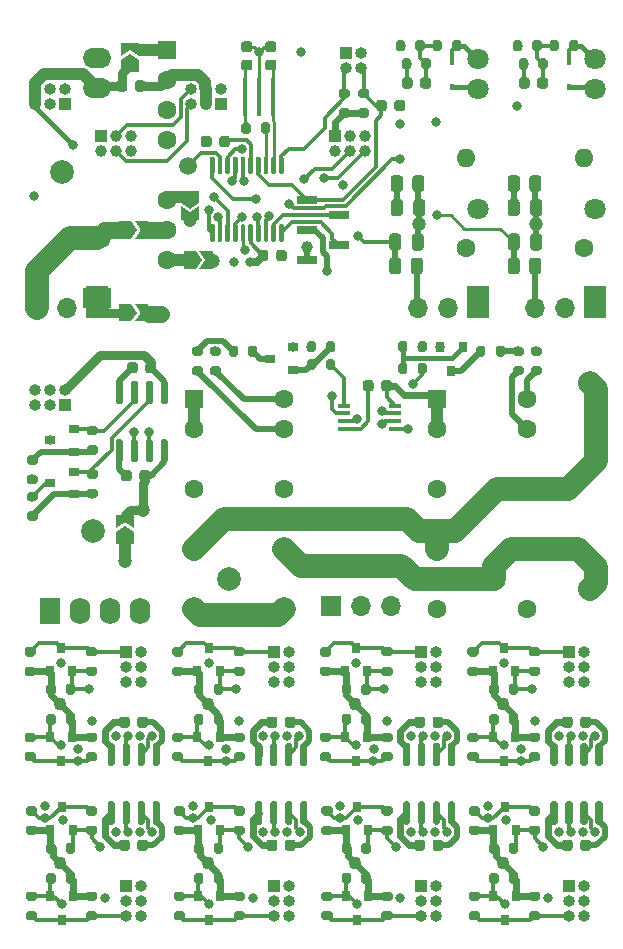
<source format=gbr>
%TF.GenerationSoftware,KiCad,Pcbnew,(5.1.10)-1*%
%TF.CreationDate,2022-01-19T08:45:22+07:00*%
%TF.ProjectId,PCB_4x_pnlz1_3,5043425f-3478-45f7-906e-6c7a315f332e,rev?*%
%TF.SameCoordinates,Original*%
%TF.FileFunction,Copper,L1,Top*%
%TF.FilePolarity,Positive*%
%FSLAX46Y46*%
G04 Gerber Fmt 4.6, Leading zero omitted, Abs format (unit mm)*
G04 Created by KiCad (PCBNEW (5.1.10)-1) date 2022-01-19 08:45:22*
%MOMM*%
%LPD*%
G01*
G04 APERTURE LIST*
%TA.AperFunction,SMDPad,CuDef*%
%ADD10R,0.800000X0.900000*%
%TD*%
%TA.AperFunction,ComponentPad*%
%ADD11R,1.000000X1.000000*%
%TD*%
%TA.AperFunction,ComponentPad*%
%ADD12O,1.000000X1.000000*%
%TD*%
%TA.AperFunction,SMDPad,CuDef*%
%ADD13R,1.800000X0.650000*%
%TD*%
%TA.AperFunction,ComponentPad*%
%ADD14C,1.000000*%
%TD*%
%TA.AperFunction,ComponentPad*%
%ADD15C,1.600000*%
%TD*%
%TA.AperFunction,ComponentPad*%
%ADD16R,1.600000X1.600000*%
%TD*%
%TA.AperFunction,ComponentPad*%
%ADD17R,2.400000X1.700000*%
%TD*%
%TA.AperFunction,ComponentPad*%
%ADD18O,2.400000X1.700000*%
%TD*%
%TA.AperFunction,ComponentPad*%
%ADD19O,1.700000X1.700000*%
%TD*%
%TA.AperFunction,ComponentPad*%
%ADD20R,1.900000X2.700000*%
%TD*%
%TA.AperFunction,ComponentPad*%
%ADD21C,1.500000*%
%TD*%
%TA.AperFunction,ComponentPad*%
%ADD22O,1.600000X1.600000*%
%TD*%
%TA.AperFunction,SMDPad,CuDef*%
%ADD23R,0.400000X3.200000*%
%TD*%
%TA.AperFunction,ComponentPad*%
%ADD24C,2.000000*%
%TD*%
%TA.AperFunction,SMDPad,CuDef*%
%ADD25C,0.020000*%
%TD*%
%TA.AperFunction,ComponentPad*%
%ADD26C,1.800000*%
%TD*%
%TA.AperFunction,ComponentPad*%
%ADD27R,1.800000X1.800000*%
%TD*%
%TA.AperFunction,SMDPad,CuDef*%
%ADD28R,0.450000X0.600000*%
%TD*%
%TA.AperFunction,SMDPad,CuDef*%
%ADD29R,0.900000X0.800000*%
%TD*%
%TA.AperFunction,ComponentPad*%
%ADD30R,1.700000X1.700000*%
%TD*%
%TA.AperFunction,SMDPad,CuDef*%
%ADD31R,1.100000X0.400000*%
%TD*%
%TA.AperFunction,ComponentPad*%
%ADD32O,1.750000X2.250000*%
%TD*%
%TA.AperFunction,ComponentPad*%
%ADD33R,1.750000X2.250000*%
%TD*%
%TA.AperFunction,ViaPad*%
%ADD34C,0.800000*%
%TD*%
%TA.AperFunction,ViaPad*%
%ADD35C,1.200000*%
%TD*%
%TA.AperFunction,ViaPad*%
%ADD36C,1.000000*%
%TD*%
%TA.AperFunction,ViaPad*%
%ADD37C,1.100000*%
%TD*%
%TA.AperFunction,Conductor*%
%ADD38C,0.500000*%
%TD*%
%TA.AperFunction,Conductor*%
%ADD39C,0.800000*%
%TD*%
%TA.AperFunction,Conductor*%
%ADD40C,1.000000*%
%TD*%
%TA.AperFunction,Conductor*%
%ADD41C,0.300000*%
%TD*%
%TA.AperFunction,Conductor*%
%ADD42C,1.400000*%
%TD*%
%TA.AperFunction,Conductor*%
%ADD43C,0.250000*%
%TD*%
%TA.AperFunction,Conductor*%
%ADD44C,0.400000*%
%TD*%
%TA.AperFunction,Conductor*%
%ADD45C,0.600000*%
%TD*%
%TA.AperFunction,Conductor*%
%ADD46C,0.700000*%
%TD*%
%TA.AperFunction,Conductor*%
%ADD47C,2.000000*%
%TD*%
G04 APERTURE END LIST*
%TO.P,C3,1*%
%TO.N,GND*%
%TA.AperFunction,SMDPad,CuDef*%
G36*
G01*
X96391000Y-110443000D02*
X96391000Y-110943000D01*
G75*
G02*
X96166000Y-111168000I-225000J0D01*
G01*
X95716000Y-111168000D01*
G75*
G02*
X95491000Y-110943000I0J225000D01*
G01*
X95491000Y-110443000D01*
G75*
G02*
X95716000Y-110218000I225000J0D01*
G01*
X96166000Y-110218000D01*
G75*
G02*
X96391000Y-110443000I0J-225000D01*
G01*
G37*
%TD.AperFunction*%
%TO.P,C3,2*%
%TO.N,VCC*%
%TA.AperFunction,SMDPad,CuDef*%
G36*
G01*
X94841000Y-110443000D02*
X94841000Y-110943000D01*
G75*
G02*
X94616000Y-111168000I-225000J0D01*
G01*
X94166000Y-111168000D01*
G75*
G02*
X93941000Y-110943000I0J225000D01*
G01*
X93941000Y-110443000D01*
G75*
G02*
X94166000Y-110218000I225000J0D01*
G01*
X94616000Y-110218000D01*
G75*
G02*
X94841000Y-110443000I0J-225000D01*
G01*
G37*
%TD.AperFunction*%
%TD*%
%TO.P,C3,1*%
%TO.N,GND*%
%TA.AperFunction,SMDPad,CuDef*%
G36*
G01*
X83891000Y-110443000D02*
X83891000Y-110943000D01*
G75*
G02*
X83666000Y-111168000I-225000J0D01*
G01*
X83216000Y-111168000D01*
G75*
G02*
X82991000Y-110943000I0J225000D01*
G01*
X82991000Y-110443000D01*
G75*
G02*
X83216000Y-110218000I225000J0D01*
G01*
X83666000Y-110218000D01*
G75*
G02*
X83891000Y-110443000I0J-225000D01*
G01*
G37*
%TD.AperFunction*%
%TO.P,C3,2*%
%TO.N,VCC*%
%TA.AperFunction,SMDPad,CuDef*%
G36*
G01*
X82341000Y-110443000D02*
X82341000Y-110943000D01*
G75*
G02*
X82116000Y-111168000I-225000J0D01*
G01*
X81666000Y-111168000D01*
G75*
G02*
X81441000Y-110943000I0J225000D01*
G01*
X81441000Y-110443000D01*
G75*
G02*
X81666000Y-110218000I225000J0D01*
G01*
X82116000Y-110218000D01*
G75*
G02*
X82341000Y-110443000I0J-225000D01*
G01*
G37*
%TD.AperFunction*%
%TD*%
%TO.P,C3,1*%
%TO.N,GND*%
%TA.AperFunction,SMDPad,CuDef*%
G36*
G01*
X71391000Y-110443000D02*
X71391000Y-110943000D01*
G75*
G02*
X71166000Y-111168000I-225000J0D01*
G01*
X70716000Y-111168000D01*
G75*
G02*
X70491000Y-110943000I0J225000D01*
G01*
X70491000Y-110443000D01*
G75*
G02*
X70716000Y-110218000I225000J0D01*
G01*
X71166000Y-110218000D01*
G75*
G02*
X71391000Y-110443000I0J-225000D01*
G01*
G37*
%TD.AperFunction*%
%TO.P,C3,2*%
%TO.N,VCC*%
%TA.AperFunction,SMDPad,CuDef*%
G36*
G01*
X69841000Y-110443000D02*
X69841000Y-110943000D01*
G75*
G02*
X69616000Y-111168000I-225000J0D01*
G01*
X69166000Y-111168000D01*
G75*
G02*
X68941000Y-110943000I0J225000D01*
G01*
X68941000Y-110443000D01*
G75*
G02*
X69166000Y-110218000I225000J0D01*
G01*
X69616000Y-110218000D01*
G75*
G02*
X69841000Y-110443000I0J-225000D01*
G01*
G37*
%TD.AperFunction*%
%TD*%
%TO.P,C5,1*%
%TO.N,GND2*%
%TA.AperFunction,SMDPad,CuDef*%
G36*
G01*
X96391000Y-120857000D02*
X96391000Y-121357000D01*
G75*
G02*
X96166000Y-121582000I-225000J0D01*
G01*
X95716000Y-121582000D01*
G75*
G02*
X95491000Y-121357000I0J225000D01*
G01*
X95491000Y-120857000D01*
G75*
G02*
X95716000Y-120632000I225000J0D01*
G01*
X96166000Y-120632000D01*
G75*
G02*
X96391000Y-120857000I0J-225000D01*
G01*
G37*
%TD.AperFunction*%
%TO.P,C5,2*%
%TO.N,VCCQ*%
%TA.AperFunction,SMDPad,CuDef*%
G36*
G01*
X94841000Y-120857000D02*
X94841000Y-121357000D01*
G75*
G02*
X94616000Y-121582000I-225000J0D01*
G01*
X94166000Y-121582000D01*
G75*
G02*
X93941000Y-121357000I0J225000D01*
G01*
X93941000Y-120857000D01*
G75*
G02*
X94166000Y-120632000I225000J0D01*
G01*
X94616000Y-120632000D01*
G75*
G02*
X94841000Y-120857000I0J-225000D01*
G01*
G37*
%TD.AperFunction*%
%TD*%
%TO.P,C5,1*%
%TO.N,GND2*%
%TA.AperFunction,SMDPad,CuDef*%
G36*
G01*
X83891000Y-120857000D02*
X83891000Y-121357000D01*
G75*
G02*
X83666000Y-121582000I-225000J0D01*
G01*
X83216000Y-121582000D01*
G75*
G02*
X82991000Y-121357000I0J225000D01*
G01*
X82991000Y-120857000D01*
G75*
G02*
X83216000Y-120632000I225000J0D01*
G01*
X83666000Y-120632000D01*
G75*
G02*
X83891000Y-120857000I0J-225000D01*
G01*
G37*
%TD.AperFunction*%
%TO.P,C5,2*%
%TO.N,VCCQ*%
%TA.AperFunction,SMDPad,CuDef*%
G36*
G01*
X82341000Y-120857000D02*
X82341000Y-121357000D01*
G75*
G02*
X82116000Y-121582000I-225000J0D01*
G01*
X81666000Y-121582000D01*
G75*
G02*
X81441000Y-121357000I0J225000D01*
G01*
X81441000Y-120857000D01*
G75*
G02*
X81666000Y-120632000I225000J0D01*
G01*
X82116000Y-120632000D01*
G75*
G02*
X82341000Y-120857000I0J-225000D01*
G01*
G37*
%TD.AperFunction*%
%TD*%
%TO.P,C5,1*%
%TO.N,GND2*%
%TA.AperFunction,SMDPad,CuDef*%
G36*
G01*
X71391000Y-120857000D02*
X71391000Y-121357000D01*
G75*
G02*
X71166000Y-121582000I-225000J0D01*
G01*
X70716000Y-121582000D01*
G75*
G02*
X70491000Y-121357000I0J225000D01*
G01*
X70491000Y-120857000D01*
G75*
G02*
X70716000Y-120632000I225000J0D01*
G01*
X71166000Y-120632000D01*
G75*
G02*
X71391000Y-120857000I0J-225000D01*
G01*
G37*
%TD.AperFunction*%
%TO.P,C5,2*%
%TO.N,VCCQ*%
%TA.AperFunction,SMDPad,CuDef*%
G36*
G01*
X69841000Y-120857000D02*
X69841000Y-121357000D01*
G75*
G02*
X69616000Y-121582000I-225000J0D01*
G01*
X69166000Y-121582000D01*
G75*
G02*
X68941000Y-121357000I0J225000D01*
G01*
X68941000Y-120857000D01*
G75*
G02*
X69166000Y-120632000I225000J0D01*
G01*
X69616000Y-120632000D01*
G75*
G02*
X69841000Y-120857000I0J-225000D01*
G01*
G37*
%TD.AperFunction*%
%TD*%
D10*
%TO.P,Q2,1*%
%TO.N,VCC*%
X89967000Y-111963000D03*
%TO.P,Q2,2*%
%TO.N,Net-(Q2-Pad2)*%
X88067000Y-111963000D03*
%TO.P,Q2,3*%
%TO.N,/SCL*%
X89017000Y-113963000D03*
%TD*%
%TO.P,Q2,1*%
%TO.N,VCC*%
X77467000Y-111963000D03*
%TO.P,Q2,2*%
%TO.N,Net-(Q2-Pad2)*%
X75567000Y-111963000D03*
%TO.P,Q2,3*%
%TO.N,/SCL*%
X76517000Y-113963000D03*
%TD*%
%TO.P,Q2,1*%
%TO.N,VCC*%
X64967000Y-111963000D03*
%TO.P,Q2,2*%
%TO.N,Net-(Q2-Pad2)*%
X63067000Y-111963000D03*
%TO.P,Q2,3*%
%TO.N,/SCL*%
X64017000Y-113963000D03*
%TD*%
%TO.P,Q3,1*%
%TO.N,VCC*%
X88072000Y-106375000D03*
%TO.P,Q3,2*%
%TO.N,Net-(Q3-Pad2)*%
X89972000Y-106375000D03*
%TO.P,Q3,3*%
%TO.N,/ina*%
X89022000Y-104375000D03*
%TD*%
%TO.P,Q3,1*%
%TO.N,VCC*%
X75572000Y-106375000D03*
%TO.P,Q3,2*%
%TO.N,Net-(Q3-Pad2)*%
X77472000Y-106375000D03*
%TO.P,Q3,3*%
%TO.N,/ina*%
X76522000Y-104375000D03*
%TD*%
%TO.P,Q3,1*%
%TO.N,VCC*%
X63072000Y-106375000D03*
%TO.P,Q3,2*%
%TO.N,Net-(Q3-Pad2)*%
X64972000Y-106375000D03*
%TO.P,Q3,3*%
%TO.N,/ina*%
X64022000Y-104375000D03*
%TD*%
%TO.P,Q5,1*%
%TO.N,VCCQ*%
X88133000Y-119837000D03*
%TO.P,Q5,2*%
%TO.N,Net-(Q5-Pad2)*%
X90033000Y-119837000D03*
%TO.P,Q5,3*%
%TO.N,/SDAq*%
X89083000Y-117837000D03*
%TD*%
%TO.P,Q5,1*%
%TO.N,VCCQ*%
X75633000Y-119837000D03*
%TO.P,Q5,2*%
%TO.N,Net-(Q5-Pad2)*%
X77533000Y-119837000D03*
%TO.P,Q5,3*%
%TO.N,/SDAq*%
X76583000Y-117837000D03*
%TD*%
%TO.P,Q5,1*%
%TO.N,VCCQ*%
X63133000Y-119837000D03*
%TO.P,Q5,2*%
%TO.N,Net-(Q5-Pad2)*%
X65033000Y-119837000D03*
%TO.P,Q5,3*%
%TO.N,/SDAq*%
X64083000Y-117837000D03*
%TD*%
%TO.P,Q7,3*%
%TO.N,/outa*%
X89083000Y-127425000D03*
%TO.P,Q7,2*%
%TO.N,Net-(Q7-Pad2)*%
X88133000Y-125425000D03*
%TO.P,Q7,1*%
%TO.N,VCCQ*%
X90033000Y-125425000D03*
%TD*%
%TO.P,Q7,3*%
%TO.N,/outa*%
X76583000Y-127425000D03*
%TO.P,Q7,2*%
%TO.N,Net-(Q7-Pad2)*%
X75633000Y-125425000D03*
%TO.P,Q7,1*%
%TO.N,VCCQ*%
X77533000Y-125425000D03*
%TD*%
%TO.P,Q7,3*%
%TO.N,/outa*%
X64083000Y-127425000D03*
%TO.P,Q7,2*%
%TO.N,Net-(Q7-Pad2)*%
X63133000Y-125425000D03*
%TO.P,Q7,1*%
%TO.N,VCCQ*%
X65033000Y-125425000D03*
%TD*%
%TO.P,R2,1*%
%TO.N,/SCL*%
%TA.AperFunction,SMDPad,CuDef*%
G36*
G01*
X91898000Y-114013000D02*
X91348000Y-114013000D01*
G75*
G02*
X91148000Y-113813000I0J200000D01*
G01*
X91148000Y-113413000D01*
G75*
G02*
X91348000Y-113213000I200000J0D01*
G01*
X91898000Y-113213000D01*
G75*
G02*
X92098000Y-113413000I0J-200000D01*
G01*
X92098000Y-113813000D01*
G75*
G02*
X91898000Y-114013000I-200000J0D01*
G01*
G37*
%TD.AperFunction*%
%TO.P,R2,2*%
%TO.N,VCC*%
%TA.AperFunction,SMDPad,CuDef*%
G36*
G01*
X91898000Y-112363000D02*
X91348000Y-112363000D01*
G75*
G02*
X91148000Y-112163000I0J200000D01*
G01*
X91148000Y-111763000D01*
G75*
G02*
X91348000Y-111563000I200000J0D01*
G01*
X91898000Y-111563000D01*
G75*
G02*
X92098000Y-111763000I0J-200000D01*
G01*
X92098000Y-112163000D01*
G75*
G02*
X91898000Y-112363000I-200000J0D01*
G01*
G37*
%TD.AperFunction*%
%TD*%
%TO.P,R2,1*%
%TO.N,/SCL*%
%TA.AperFunction,SMDPad,CuDef*%
G36*
G01*
X79398000Y-114013000D02*
X78848000Y-114013000D01*
G75*
G02*
X78648000Y-113813000I0J200000D01*
G01*
X78648000Y-113413000D01*
G75*
G02*
X78848000Y-113213000I200000J0D01*
G01*
X79398000Y-113213000D01*
G75*
G02*
X79598000Y-113413000I0J-200000D01*
G01*
X79598000Y-113813000D01*
G75*
G02*
X79398000Y-114013000I-200000J0D01*
G01*
G37*
%TD.AperFunction*%
%TO.P,R2,2*%
%TO.N,VCC*%
%TA.AperFunction,SMDPad,CuDef*%
G36*
G01*
X79398000Y-112363000D02*
X78848000Y-112363000D01*
G75*
G02*
X78648000Y-112163000I0J200000D01*
G01*
X78648000Y-111763000D01*
G75*
G02*
X78848000Y-111563000I200000J0D01*
G01*
X79398000Y-111563000D01*
G75*
G02*
X79598000Y-111763000I0J-200000D01*
G01*
X79598000Y-112163000D01*
G75*
G02*
X79398000Y-112363000I-200000J0D01*
G01*
G37*
%TD.AperFunction*%
%TD*%
%TO.P,R2,1*%
%TO.N,/SCL*%
%TA.AperFunction,SMDPad,CuDef*%
G36*
G01*
X66898000Y-114013000D02*
X66348000Y-114013000D01*
G75*
G02*
X66148000Y-113813000I0J200000D01*
G01*
X66148000Y-113413000D01*
G75*
G02*
X66348000Y-113213000I200000J0D01*
G01*
X66898000Y-113213000D01*
G75*
G02*
X67098000Y-113413000I0J-200000D01*
G01*
X67098000Y-113813000D01*
G75*
G02*
X66898000Y-114013000I-200000J0D01*
G01*
G37*
%TD.AperFunction*%
%TO.P,R2,2*%
%TO.N,VCC*%
%TA.AperFunction,SMDPad,CuDef*%
G36*
G01*
X66898000Y-112363000D02*
X66348000Y-112363000D01*
G75*
G02*
X66148000Y-112163000I0J200000D01*
G01*
X66148000Y-111763000D01*
G75*
G02*
X66348000Y-111563000I200000J0D01*
G01*
X66898000Y-111563000D01*
G75*
G02*
X67098000Y-111763000I0J-200000D01*
G01*
X67098000Y-112163000D01*
G75*
G02*
X66898000Y-112363000I-200000J0D01*
G01*
G37*
%TD.AperFunction*%
%TD*%
%TO.P,R3,1*%
%TO.N,/ina*%
%TA.AperFunction,SMDPad,CuDef*%
G36*
G01*
X86141000Y-104325000D02*
X86691000Y-104325000D01*
G75*
G02*
X86891000Y-104525000I0J-200000D01*
G01*
X86891000Y-104925000D01*
G75*
G02*
X86691000Y-105125000I-200000J0D01*
G01*
X86141000Y-105125000D01*
G75*
G02*
X85941000Y-104925000I0J200000D01*
G01*
X85941000Y-104525000D01*
G75*
G02*
X86141000Y-104325000I200000J0D01*
G01*
G37*
%TD.AperFunction*%
%TO.P,R3,2*%
%TO.N,VCC*%
%TA.AperFunction,SMDPad,CuDef*%
G36*
G01*
X86141000Y-105975000D02*
X86691000Y-105975000D01*
G75*
G02*
X86891000Y-106175000I0J-200000D01*
G01*
X86891000Y-106575000D01*
G75*
G02*
X86691000Y-106775000I-200000J0D01*
G01*
X86141000Y-106775000D01*
G75*
G02*
X85941000Y-106575000I0J200000D01*
G01*
X85941000Y-106175000D01*
G75*
G02*
X86141000Y-105975000I200000J0D01*
G01*
G37*
%TD.AperFunction*%
%TD*%
%TO.P,R3,1*%
%TO.N,/ina*%
%TA.AperFunction,SMDPad,CuDef*%
G36*
G01*
X73641000Y-104325000D02*
X74191000Y-104325000D01*
G75*
G02*
X74391000Y-104525000I0J-200000D01*
G01*
X74391000Y-104925000D01*
G75*
G02*
X74191000Y-105125000I-200000J0D01*
G01*
X73641000Y-105125000D01*
G75*
G02*
X73441000Y-104925000I0J200000D01*
G01*
X73441000Y-104525000D01*
G75*
G02*
X73641000Y-104325000I200000J0D01*
G01*
G37*
%TD.AperFunction*%
%TO.P,R3,2*%
%TO.N,VCC*%
%TA.AperFunction,SMDPad,CuDef*%
G36*
G01*
X73641000Y-105975000D02*
X74191000Y-105975000D01*
G75*
G02*
X74391000Y-106175000I0J-200000D01*
G01*
X74391000Y-106575000D01*
G75*
G02*
X74191000Y-106775000I-200000J0D01*
G01*
X73641000Y-106775000D01*
G75*
G02*
X73441000Y-106575000I0J200000D01*
G01*
X73441000Y-106175000D01*
G75*
G02*
X73641000Y-105975000I200000J0D01*
G01*
G37*
%TD.AperFunction*%
%TD*%
%TO.P,R3,1*%
%TO.N,/ina*%
%TA.AperFunction,SMDPad,CuDef*%
G36*
G01*
X61141000Y-104325000D02*
X61691000Y-104325000D01*
G75*
G02*
X61891000Y-104525000I0J-200000D01*
G01*
X61891000Y-104925000D01*
G75*
G02*
X61691000Y-105125000I-200000J0D01*
G01*
X61141000Y-105125000D01*
G75*
G02*
X60941000Y-104925000I0J200000D01*
G01*
X60941000Y-104525000D01*
G75*
G02*
X61141000Y-104325000I200000J0D01*
G01*
G37*
%TD.AperFunction*%
%TO.P,R3,2*%
%TO.N,VCC*%
%TA.AperFunction,SMDPad,CuDef*%
G36*
G01*
X61141000Y-105975000D02*
X61691000Y-105975000D01*
G75*
G02*
X61891000Y-106175000I0J-200000D01*
G01*
X61891000Y-106575000D01*
G75*
G02*
X61691000Y-106775000I-200000J0D01*
G01*
X61141000Y-106775000D01*
G75*
G02*
X60941000Y-106575000I0J200000D01*
G01*
X60941000Y-106175000D01*
G75*
G02*
X61141000Y-105975000I200000J0D01*
G01*
G37*
%TD.AperFunction*%
%TD*%
%TO.P,R6,1*%
%TO.N,Net-(Q2-Pad2)*%
%TA.AperFunction,SMDPad,CuDef*%
G36*
G01*
X86141000Y-111563000D02*
X86691000Y-111563000D01*
G75*
G02*
X86891000Y-111763000I0J-200000D01*
G01*
X86891000Y-112163000D01*
G75*
G02*
X86691000Y-112363000I-200000J0D01*
G01*
X86141000Y-112363000D01*
G75*
G02*
X85941000Y-112163000I0J200000D01*
G01*
X85941000Y-111763000D01*
G75*
G02*
X86141000Y-111563000I200000J0D01*
G01*
G37*
%TD.AperFunction*%
%TO.P,R6,2*%
%TO.N,/SCL*%
%TA.AperFunction,SMDPad,CuDef*%
G36*
G01*
X86141000Y-113213000D02*
X86691000Y-113213000D01*
G75*
G02*
X86891000Y-113413000I0J-200000D01*
G01*
X86891000Y-113813000D01*
G75*
G02*
X86691000Y-114013000I-200000J0D01*
G01*
X86141000Y-114013000D01*
G75*
G02*
X85941000Y-113813000I0J200000D01*
G01*
X85941000Y-113413000D01*
G75*
G02*
X86141000Y-113213000I200000J0D01*
G01*
G37*
%TD.AperFunction*%
%TD*%
%TO.P,R6,1*%
%TO.N,Net-(Q2-Pad2)*%
%TA.AperFunction,SMDPad,CuDef*%
G36*
G01*
X73641000Y-111563000D02*
X74191000Y-111563000D01*
G75*
G02*
X74391000Y-111763000I0J-200000D01*
G01*
X74391000Y-112163000D01*
G75*
G02*
X74191000Y-112363000I-200000J0D01*
G01*
X73641000Y-112363000D01*
G75*
G02*
X73441000Y-112163000I0J200000D01*
G01*
X73441000Y-111763000D01*
G75*
G02*
X73641000Y-111563000I200000J0D01*
G01*
G37*
%TD.AperFunction*%
%TO.P,R6,2*%
%TO.N,/SCL*%
%TA.AperFunction,SMDPad,CuDef*%
G36*
G01*
X73641000Y-113213000D02*
X74191000Y-113213000D01*
G75*
G02*
X74391000Y-113413000I0J-200000D01*
G01*
X74391000Y-113813000D01*
G75*
G02*
X74191000Y-114013000I-200000J0D01*
G01*
X73641000Y-114013000D01*
G75*
G02*
X73441000Y-113813000I0J200000D01*
G01*
X73441000Y-113413000D01*
G75*
G02*
X73641000Y-113213000I200000J0D01*
G01*
G37*
%TD.AperFunction*%
%TD*%
%TO.P,R6,1*%
%TO.N,Net-(Q2-Pad2)*%
%TA.AperFunction,SMDPad,CuDef*%
G36*
G01*
X61141000Y-111563000D02*
X61691000Y-111563000D01*
G75*
G02*
X61891000Y-111763000I0J-200000D01*
G01*
X61891000Y-112163000D01*
G75*
G02*
X61691000Y-112363000I-200000J0D01*
G01*
X61141000Y-112363000D01*
G75*
G02*
X60941000Y-112163000I0J200000D01*
G01*
X60941000Y-111763000D01*
G75*
G02*
X61141000Y-111563000I200000J0D01*
G01*
G37*
%TD.AperFunction*%
%TO.P,R6,2*%
%TO.N,/SCL*%
%TA.AperFunction,SMDPad,CuDef*%
G36*
G01*
X61141000Y-113213000D02*
X61691000Y-113213000D01*
G75*
G02*
X61891000Y-113413000I0J-200000D01*
G01*
X61891000Y-113813000D01*
G75*
G02*
X61691000Y-114013000I-200000J0D01*
G01*
X61141000Y-114013000D01*
G75*
G02*
X60941000Y-113813000I0J200000D01*
G01*
X60941000Y-113413000D01*
G75*
G02*
X61141000Y-113213000I200000J0D01*
G01*
G37*
%TD.AperFunction*%
%TD*%
%TO.P,R7,1*%
%TO.N,Net-(Q3-Pad2)*%
%TA.AperFunction,SMDPad,CuDef*%
G36*
G01*
X91898000Y-106774000D02*
X91348000Y-106774000D01*
G75*
G02*
X91148000Y-106574000I0J200000D01*
G01*
X91148000Y-106174000D01*
G75*
G02*
X91348000Y-105974000I200000J0D01*
G01*
X91898000Y-105974000D01*
G75*
G02*
X92098000Y-106174000I0J-200000D01*
G01*
X92098000Y-106574000D01*
G75*
G02*
X91898000Y-106774000I-200000J0D01*
G01*
G37*
%TD.AperFunction*%
%TO.P,R7,2*%
%TO.N,/ina*%
%TA.AperFunction,SMDPad,CuDef*%
G36*
G01*
X91898000Y-105124000D02*
X91348000Y-105124000D01*
G75*
G02*
X91148000Y-104924000I0J200000D01*
G01*
X91148000Y-104524000D01*
G75*
G02*
X91348000Y-104324000I200000J0D01*
G01*
X91898000Y-104324000D01*
G75*
G02*
X92098000Y-104524000I0J-200000D01*
G01*
X92098000Y-104924000D01*
G75*
G02*
X91898000Y-105124000I-200000J0D01*
G01*
G37*
%TD.AperFunction*%
%TD*%
%TO.P,R7,1*%
%TO.N,Net-(Q3-Pad2)*%
%TA.AperFunction,SMDPad,CuDef*%
G36*
G01*
X79398000Y-106774000D02*
X78848000Y-106774000D01*
G75*
G02*
X78648000Y-106574000I0J200000D01*
G01*
X78648000Y-106174000D01*
G75*
G02*
X78848000Y-105974000I200000J0D01*
G01*
X79398000Y-105974000D01*
G75*
G02*
X79598000Y-106174000I0J-200000D01*
G01*
X79598000Y-106574000D01*
G75*
G02*
X79398000Y-106774000I-200000J0D01*
G01*
G37*
%TD.AperFunction*%
%TO.P,R7,2*%
%TO.N,/ina*%
%TA.AperFunction,SMDPad,CuDef*%
G36*
G01*
X79398000Y-105124000D02*
X78848000Y-105124000D01*
G75*
G02*
X78648000Y-104924000I0J200000D01*
G01*
X78648000Y-104524000D01*
G75*
G02*
X78848000Y-104324000I200000J0D01*
G01*
X79398000Y-104324000D01*
G75*
G02*
X79598000Y-104524000I0J-200000D01*
G01*
X79598000Y-104924000D01*
G75*
G02*
X79398000Y-105124000I-200000J0D01*
G01*
G37*
%TD.AperFunction*%
%TD*%
%TO.P,R7,1*%
%TO.N,Net-(Q3-Pad2)*%
%TA.AperFunction,SMDPad,CuDef*%
G36*
G01*
X66898000Y-106774000D02*
X66348000Y-106774000D01*
G75*
G02*
X66148000Y-106574000I0J200000D01*
G01*
X66148000Y-106174000D01*
G75*
G02*
X66348000Y-105974000I200000J0D01*
G01*
X66898000Y-105974000D01*
G75*
G02*
X67098000Y-106174000I0J-200000D01*
G01*
X67098000Y-106574000D01*
G75*
G02*
X66898000Y-106774000I-200000J0D01*
G01*
G37*
%TD.AperFunction*%
%TO.P,R7,2*%
%TO.N,/ina*%
%TA.AperFunction,SMDPad,CuDef*%
G36*
G01*
X66898000Y-105124000D02*
X66348000Y-105124000D01*
G75*
G02*
X66148000Y-104924000I0J200000D01*
G01*
X66148000Y-104524000D01*
G75*
G02*
X66348000Y-104324000I200000J0D01*
G01*
X66898000Y-104324000D01*
G75*
G02*
X67098000Y-104524000I0J-200000D01*
G01*
X67098000Y-104924000D01*
G75*
G02*
X66898000Y-105124000I-200000J0D01*
G01*
G37*
%TD.AperFunction*%
%TD*%
%TO.P,R10,1*%
%TO.N,VCC*%
%TA.AperFunction,SMDPad,CuDef*%
G36*
G01*
X90245000Y-110164000D02*
X90245000Y-110714000D01*
G75*
G02*
X90045000Y-110914000I-200000J0D01*
G01*
X89645000Y-110914000D01*
G75*
G02*
X89445000Y-110714000I0J200000D01*
G01*
X89445000Y-110164000D01*
G75*
G02*
X89645000Y-109964000I200000J0D01*
G01*
X90045000Y-109964000D01*
G75*
G02*
X90245000Y-110164000I0J-200000D01*
G01*
G37*
%TD.AperFunction*%
%TO.P,R10,2*%
%TO.N,Net-(Q2-Pad2)*%
%TA.AperFunction,SMDPad,CuDef*%
G36*
G01*
X88595000Y-110164000D02*
X88595000Y-110714000D01*
G75*
G02*
X88395000Y-110914000I-200000J0D01*
G01*
X87995000Y-110914000D01*
G75*
G02*
X87795000Y-110714000I0J200000D01*
G01*
X87795000Y-110164000D01*
G75*
G02*
X87995000Y-109964000I200000J0D01*
G01*
X88395000Y-109964000D01*
G75*
G02*
X88595000Y-110164000I0J-200000D01*
G01*
G37*
%TD.AperFunction*%
%TD*%
%TO.P,R10,1*%
%TO.N,VCC*%
%TA.AperFunction,SMDPad,CuDef*%
G36*
G01*
X77745000Y-110164000D02*
X77745000Y-110714000D01*
G75*
G02*
X77545000Y-110914000I-200000J0D01*
G01*
X77145000Y-110914000D01*
G75*
G02*
X76945000Y-110714000I0J200000D01*
G01*
X76945000Y-110164000D01*
G75*
G02*
X77145000Y-109964000I200000J0D01*
G01*
X77545000Y-109964000D01*
G75*
G02*
X77745000Y-110164000I0J-200000D01*
G01*
G37*
%TD.AperFunction*%
%TO.P,R10,2*%
%TO.N,Net-(Q2-Pad2)*%
%TA.AperFunction,SMDPad,CuDef*%
G36*
G01*
X76095000Y-110164000D02*
X76095000Y-110714000D01*
G75*
G02*
X75895000Y-110914000I-200000J0D01*
G01*
X75495000Y-110914000D01*
G75*
G02*
X75295000Y-110714000I0J200000D01*
G01*
X75295000Y-110164000D01*
G75*
G02*
X75495000Y-109964000I200000J0D01*
G01*
X75895000Y-109964000D01*
G75*
G02*
X76095000Y-110164000I0J-200000D01*
G01*
G37*
%TD.AperFunction*%
%TD*%
%TO.P,R10,1*%
%TO.N,VCC*%
%TA.AperFunction,SMDPad,CuDef*%
G36*
G01*
X65245000Y-110164000D02*
X65245000Y-110714000D01*
G75*
G02*
X65045000Y-110914000I-200000J0D01*
G01*
X64645000Y-110914000D01*
G75*
G02*
X64445000Y-110714000I0J200000D01*
G01*
X64445000Y-110164000D01*
G75*
G02*
X64645000Y-109964000I200000J0D01*
G01*
X65045000Y-109964000D01*
G75*
G02*
X65245000Y-110164000I0J-200000D01*
G01*
G37*
%TD.AperFunction*%
%TO.P,R10,2*%
%TO.N,Net-(Q2-Pad2)*%
%TA.AperFunction,SMDPad,CuDef*%
G36*
G01*
X63595000Y-110164000D02*
X63595000Y-110714000D01*
G75*
G02*
X63395000Y-110914000I-200000J0D01*
G01*
X62995000Y-110914000D01*
G75*
G02*
X62795000Y-110714000I0J200000D01*
G01*
X62795000Y-110164000D01*
G75*
G02*
X62995000Y-109964000I200000J0D01*
G01*
X63395000Y-109964000D01*
G75*
G02*
X63595000Y-110164000I0J-200000D01*
G01*
G37*
%TD.AperFunction*%
%TD*%
%TO.P,R11,1*%
%TO.N,VCC*%
%TA.AperFunction,SMDPad,CuDef*%
G36*
G01*
X87795000Y-108174000D02*
X87795000Y-107624000D01*
G75*
G02*
X87995000Y-107424000I200000J0D01*
G01*
X88395000Y-107424000D01*
G75*
G02*
X88595000Y-107624000I0J-200000D01*
G01*
X88595000Y-108174000D01*
G75*
G02*
X88395000Y-108374000I-200000J0D01*
G01*
X87995000Y-108374000D01*
G75*
G02*
X87795000Y-108174000I0J200000D01*
G01*
G37*
%TD.AperFunction*%
%TO.P,R11,2*%
%TO.N,Net-(Q3-Pad2)*%
%TA.AperFunction,SMDPad,CuDef*%
G36*
G01*
X89445000Y-108174000D02*
X89445000Y-107624000D01*
G75*
G02*
X89645000Y-107424000I200000J0D01*
G01*
X90045000Y-107424000D01*
G75*
G02*
X90245000Y-107624000I0J-200000D01*
G01*
X90245000Y-108174000D01*
G75*
G02*
X90045000Y-108374000I-200000J0D01*
G01*
X89645000Y-108374000D01*
G75*
G02*
X89445000Y-108174000I0J200000D01*
G01*
G37*
%TD.AperFunction*%
%TD*%
%TO.P,R11,1*%
%TO.N,VCC*%
%TA.AperFunction,SMDPad,CuDef*%
G36*
G01*
X75295000Y-108174000D02*
X75295000Y-107624000D01*
G75*
G02*
X75495000Y-107424000I200000J0D01*
G01*
X75895000Y-107424000D01*
G75*
G02*
X76095000Y-107624000I0J-200000D01*
G01*
X76095000Y-108174000D01*
G75*
G02*
X75895000Y-108374000I-200000J0D01*
G01*
X75495000Y-108374000D01*
G75*
G02*
X75295000Y-108174000I0J200000D01*
G01*
G37*
%TD.AperFunction*%
%TO.P,R11,2*%
%TO.N,Net-(Q3-Pad2)*%
%TA.AperFunction,SMDPad,CuDef*%
G36*
G01*
X76945000Y-108174000D02*
X76945000Y-107624000D01*
G75*
G02*
X77145000Y-107424000I200000J0D01*
G01*
X77545000Y-107424000D01*
G75*
G02*
X77745000Y-107624000I0J-200000D01*
G01*
X77745000Y-108174000D01*
G75*
G02*
X77545000Y-108374000I-200000J0D01*
G01*
X77145000Y-108374000D01*
G75*
G02*
X76945000Y-108174000I0J200000D01*
G01*
G37*
%TD.AperFunction*%
%TD*%
%TO.P,R11,1*%
%TO.N,VCC*%
%TA.AperFunction,SMDPad,CuDef*%
G36*
G01*
X62795000Y-108174000D02*
X62795000Y-107624000D01*
G75*
G02*
X62995000Y-107424000I200000J0D01*
G01*
X63395000Y-107424000D01*
G75*
G02*
X63595000Y-107624000I0J-200000D01*
G01*
X63595000Y-108174000D01*
G75*
G02*
X63395000Y-108374000I-200000J0D01*
G01*
X62995000Y-108374000D01*
G75*
G02*
X62795000Y-108174000I0J200000D01*
G01*
G37*
%TD.AperFunction*%
%TO.P,R11,2*%
%TO.N,Net-(Q3-Pad2)*%
%TA.AperFunction,SMDPad,CuDef*%
G36*
G01*
X64445000Y-108174000D02*
X64445000Y-107624000D01*
G75*
G02*
X64645000Y-107424000I200000J0D01*
G01*
X65045000Y-107424000D01*
G75*
G02*
X65245000Y-107624000I0J-200000D01*
G01*
X65245000Y-108174000D01*
G75*
G02*
X65045000Y-108374000I-200000J0D01*
G01*
X64645000Y-108374000D01*
G75*
G02*
X64445000Y-108174000I0J200000D01*
G01*
G37*
%TD.AperFunction*%
%TD*%
%TO.P,R13,1*%
%TO.N,VCCQ*%
%TA.AperFunction,SMDPad,CuDef*%
G36*
G01*
X87794000Y-121636000D02*
X87794000Y-121086000D01*
G75*
G02*
X87994000Y-120886000I200000J0D01*
G01*
X88394000Y-120886000D01*
G75*
G02*
X88594000Y-121086000I0J-200000D01*
G01*
X88594000Y-121636000D01*
G75*
G02*
X88394000Y-121836000I-200000J0D01*
G01*
X87994000Y-121836000D01*
G75*
G02*
X87794000Y-121636000I0J200000D01*
G01*
G37*
%TD.AperFunction*%
%TO.P,R13,2*%
%TO.N,Net-(Q5-Pad2)*%
%TA.AperFunction,SMDPad,CuDef*%
G36*
G01*
X89444000Y-121636000D02*
X89444000Y-121086000D01*
G75*
G02*
X89644000Y-120886000I200000J0D01*
G01*
X90044000Y-120886000D01*
G75*
G02*
X90244000Y-121086000I0J-200000D01*
G01*
X90244000Y-121636000D01*
G75*
G02*
X90044000Y-121836000I-200000J0D01*
G01*
X89644000Y-121836000D01*
G75*
G02*
X89444000Y-121636000I0J200000D01*
G01*
G37*
%TD.AperFunction*%
%TD*%
%TO.P,R13,1*%
%TO.N,VCCQ*%
%TA.AperFunction,SMDPad,CuDef*%
G36*
G01*
X75294000Y-121636000D02*
X75294000Y-121086000D01*
G75*
G02*
X75494000Y-120886000I200000J0D01*
G01*
X75894000Y-120886000D01*
G75*
G02*
X76094000Y-121086000I0J-200000D01*
G01*
X76094000Y-121636000D01*
G75*
G02*
X75894000Y-121836000I-200000J0D01*
G01*
X75494000Y-121836000D01*
G75*
G02*
X75294000Y-121636000I0J200000D01*
G01*
G37*
%TD.AperFunction*%
%TO.P,R13,2*%
%TO.N,Net-(Q5-Pad2)*%
%TA.AperFunction,SMDPad,CuDef*%
G36*
G01*
X76944000Y-121636000D02*
X76944000Y-121086000D01*
G75*
G02*
X77144000Y-120886000I200000J0D01*
G01*
X77544000Y-120886000D01*
G75*
G02*
X77744000Y-121086000I0J-200000D01*
G01*
X77744000Y-121636000D01*
G75*
G02*
X77544000Y-121836000I-200000J0D01*
G01*
X77144000Y-121836000D01*
G75*
G02*
X76944000Y-121636000I0J200000D01*
G01*
G37*
%TD.AperFunction*%
%TD*%
%TO.P,R13,1*%
%TO.N,VCCQ*%
%TA.AperFunction,SMDPad,CuDef*%
G36*
G01*
X62794000Y-121636000D02*
X62794000Y-121086000D01*
G75*
G02*
X62994000Y-120886000I200000J0D01*
G01*
X63394000Y-120886000D01*
G75*
G02*
X63594000Y-121086000I0J-200000D01*
G01*
X63594000Y-121636000D01*
G75*
G02*
X63394000Y-121836000I-200000J0D01*
G01*
X62994000Y-121836000D01*
G75*
G02*
X62794000Y-121636000I0J200000D01*
G01*
G37*
%TD.AperFunction*%
%TO.P,R13,2*%
%TO.N,Net-(Q5-Pad2)*%
%TA.AperFunction,SMDPad,CuDef*%
G36*
G01*
X64444000Y-121636000D02*
X64444000Y-121086000D01*
G75*
G02*
X64644000Y-120886000I200000J0D01*
G01*
X65044000Y-120886000D01*
G75*
G02*
X65244000Y-121086000I0J-200000D01*
G01*
X65244000Y-121636000D01*
G75*
G02*
X65044000Y-121836000I-200000J0D01*
G01*
X64644000Y-121836000D01*
G75*
G02*
X64444000Y-121636000I0J200000D01*
G01*
G37*
%TD.AperFunction*%
%TD*%
%TO.P,R15,2*%
%TO.N,Net-(Q7-Pad2)*%
%TA.AperFunction,SMDPad,CuDef*%
G36*
G01*
X88595000Y-123626000D02*
X88595000Y-124176000D01*
G75*
G02*
X88395000Y-124376000I-200000J0D01*
G01*
X87995000Y-124376000D01*
G75*
G02*
X87795000Y-124176000I0J200000D01*
G01*
X87795000Y-123626000D01*
G75*
G02*
X87995000Y-123426000I200000J0D01*
G01*
X88395000Y-123426000D01*
G75*
G02*
X88595000Y-123626000I0J-200000D01*
G01*
G37*
%TD.AperFunction*%
%TO.P,R15,1*%
%TO.N,VCCQ*%
%TA.AperFunction,SMDPad,CuDef*%
G36*
G01*
X90245000Y-123626000D02*
X90245000Y-124176000D01*
G75*
G02*
X90045000Y-124376000I-200000J0D01*
G01*
X89645000Y-124376000D01*
G75*
G02*
X89445000Y-124176000I0J200000D01*
G01*
X89445000Y-123626000D01*
G75*
G02*
X89645000Y-123426000I200000J0D01*
G01*
X90045000Y-123426000D01*
G75*
G02*
X90245000Y-123626000I0J-200000D01*
G01*
G37*
%TD.AperFunction*%
%TD*%
%TO.P,R15,2*%
%TO.N,Net-(Q7-Pad2)*%
%TA.AperFunction,SMDPad,CuDef*%
G36*
G01*
X76095000Y-123626000D02*
X76095000Y-124176000D01*
G75*
G02*
X75895000Y-124376000I-200000J0D01*
G01*
X75495000Y-124376000D01*
G75*
G02*
X75295000Y-124176000I0J200000D01*
G01*
X75295000Y-123626000D01*
G75*
G02*
X75495000Y-123426000I200000J0D01*
G01*
X75895000Y-123426000D01*
G75*
G02*
X76095000Y-123626000I0J-200000D01*
G01*
G37*
%TD.AperFunction*%
%TO.P,R15,1*%
%TO.N,VCCQ*%
%TA.AperFunction,SMDPad,CuDef*%
G36*
G01*
X77745000Y-123626000D02*
X77745000Y-124176000D01*
G75*
G02*
X77545000Y-124376000I-200000J0D01*
G01*
X77145000Y-124376000D01*
G75*
G02*
X76945000Y-124176000I0J200000D01*
G01*
X76945000Y-123626000D01*
G75*
G02*
X77145000Y-123426000I200000J0D01*
G01*
X77545000Y-123426000D01*
G75*
G02*
X77745000Y-123626000I0J-200000D01*
G01*
G37*
%TD.AperFunction*%
%TD*%
%TO.P,R15,2*%
%TO.N,Net-(Q7-Pad2)*%
%TA.AperFunction,SMDPad,CuDef*%
G36*
G01*
X63595000Y-123626000D02*
X63595000Y-124176000D01*
G75*
G02*
X63395000Y-124376000I-200000J0D01*
G01*
X62995000Y-124376000D01*
G75*
G02*
X62795000Y-124176000I0J200000D01*
G01*
X62795000Y-123626000D01*
G75*
G02*
X62995000Y-123426000I200000J0D01*
G01*
X63395000Y-123426000D01*
G75*
G02*
X63595000Y-123626000I0J-200000D01*
G01*
G37*
%TD.AperFunction*%
%TO.P,R15,1*%
%TO.N,VCCQ*%
%TA.AperFunction,SMDPad,CuDef*%
G36*
G01*
X65245000Y-123626000D02*
X65245000Y-124176000D01*
G75*
G02*
X65045000Y-124376000I-200000J0D01*
G01*
X64645000Y-124376000D01*
G75*
G02*
X64445000Y-124176000I0J200000D01*
G01*
X64445000Y-123626000D01*
G75*
G02*
X64645000Y-123426000I200000J0D01*
G01*
X65045000Y-123426000D01*
G75*
G02*
X65245000Y-123626000I0J-200000D01*
G01*
G37*
%TD.AperFunction*%
%TD*%
%TO.P,R17,1*%
%TO.N,/SDAq*%
%TA.AperFunction,SMDPad,CuDef*%
G36*
G01*
X91348000Y-117787000D02*
X91898000Y-117787000D01*
G75*
G02*
X92098000Y-117987000I0J-200000D01*
G01*
X92098000Y-118387000D01*
G75*
G02*
X91898000Y-118587000I-200000J0D01*
G01*
X91348000Y-118587000D01*
G75*
G02*
X91148000Y-118387000I0J200000D01*
G01*
X91148000Y-117987000D01*
G75*
G02*
X91348000Y-117787000I200000J0D01*
G01*
G37*
%TD.AperFunction*%
%TO.P,R17,2*%
%TO.N,Net-(Q5-Pad2)*%
%TA.AperFunction,SMDPad,CuDef*%
G36*
G01*
X91348000Y-119437000D02*
X91898000Y-119437000D01*
G75*
G02*
X92098000Y-119637000I0J-200000D01*
G01*
X92098000Y-120037000D01*
G75*
G02*
X91898000Y-120237000I-200000J0D01*
G01*
X91348000Y-120237000D01*
G75*
G02*
X91148000Y-120037000I0J200000D01*
G01*
X91148000Y-119637000D01*
G75*
G02*
X91348000Y-119437000I200000J0D01*
G01*
G37*
%TD.AperFunction*%
%TD*%
%TO.P,R17,1*%
%TO.N,/SDAq*%
%TA.AperFunction,SMDPad,CuDef*%
G36*
G01*
X78848000Y-117787000D02*
X79398000Y-117787000D01*
G75*
G02*
X79598000Y-117987000I0J-200000D01*
G01*
X79598000Y-118387000D01*
G75*
G02*
X79398000Y-118587000I-200000J0D01*
G01*
X78848000Y-118587000D01*
G75*
G02*
X78648000Y-118387000I0J200000D01*
G01*
X78648000Y-117987000D01*
G75*
G02*
X78848000Y-117787000I200000J0D01*
G01*
G37*
%TD.AperFunction*%
%TO.P,R17,2*%
%TO.N,Net-(Q5-Pad2)*%
%TA.AperFunction,SMDPad,CuDef*%
G36*
G01*
X78848000Y-119437000D02*
X79398000Y-119437000D01*
G75*
G02*
X79598000Y-119637000I0J-200000D01*
G01*
X79598000Y-120037000D01*
G75*
G02*
X79398000Y-120237000I-200000J0D01*
G01*
X78848000Y-120237000D01*
G75*
G02*
X78648000Y-120037000I0J200000D01*
G01*
X78648000Y-119637000D01*
G75*
G02*
X78848000Y-119437000I200000J0D01*
G01*
G37*
%TD.AperFunction*%
%TD*%
%TO.P,R17,1*%
%TO.N,/SDAq*%
%TA.AperFunction,SMDPad,CuDef*%
G36*
G01*
X66348000Y-117787000D02*
X66898000Y-117787000D01*
G75*
G02*
X67098000Y-117987000I0J-200000D01*
G01*
X67098000Y-118387000D01*
G75*
G02*
X66898000Y-118587000I-200000J0D01*
G01*
X66348000Y-118587000D01*
G75*
G02*
X66148000Y-118387000I0J200000D01*
G01*
X66148000Y-117987000D01*
G75*
G02*
X66348000Y-117787000I200000J0D01*
G01*
G37*
%TD.AperFunction*%
%TO.P,R17,2*%
%TO.N,Net-(Q5-Pad2)*%
%TA.AperFunction,SMDPad,CuDef*%
G36*
G01*
X66348000Y-119437000D02*
X66898000Y-119437000D01*
G75*
G02*
X67098000Y-119637000I0J-200000D01*
G01*
X67098000Y-120037000D01*
G75*
G02*
X66898000Y-120237000I-200000J0D01*
G01*
X66348000Y-120237000D01*
G75*
G02*
X66148000Y-120037000I0J200000D01*
G01*
X66148000Y-119637000D01*
G75*
G02*
X66348000Y-119437000I200000J0D01*
G01*
G37*
%TD.AperFunction*%
%TD*%
%TO.P,R19,2*%
%TO.N,Net-(Q7-Pad2)*%
%TA.AperFunction,SMDPad,CuDef*%
G36*
G01*
X86818000Y-125826000D02*
X86268000Y-125826000D01*
G75*
G02*
X86068000Y-125626000I0J200000D01*
G01*
X86068000Y-125226000D01*
G75*
G02*
X86268000Y-125026000I200000J0D01*
G01*
X86818000Y-125026000D01*
G75*
G02*
X87018000Y-125226000I0J-200000D01*
G01*
X87018000Y-125626000D01*
G75*
G02*
X86818000Y-125826000I-200000J0D01*
G01*
G37*
%TD.AperFunction*%
%TO.P,R19,1*%
%TO.N,/outa*%
%TA.AperFunction,SMDPad,CuDef*%
G36*
G01*
X86818000Y-127476000D02*
X86268000Y-127476000D01*
G75*
G02*
X86068000Y-127276000I0J200000D01*
G01*
X86068000Y-126876000D01*
G75*
G02*
X86268000Y-126676000I200000J0D01*
G01*
X86818000Y-126676000D01*
G75*
G02*
X87018000Y-126876000I0J-200000D01*
G01*
X87018000Y-127276000D01*
G75*
G02*
X86818000Y-127476000I-200000J0D01*
G01*
G37*
%TD.AperFunction*%
%TD*%
%TO.P,R19,2*%
%TO.N,Net-(Q7-Pad2)*%
%TA.AperFunction,SMDPad,CuDef*%
G36*
G01*
X74318000Y-125826000D02*
X73768000Y-125826000D01*
G75*
G02*
X73568000Y-125626000I0J200000D01*
G01*
X73568000Y-125226000D01*
G75*
G02*
X73768000Y-125026000I200000J0D01*
G01*
X74318000Y-125026000D01*
G75*
G02*
X74518000Y-125226000I0J-200000D01*
G01*
X74518000Y-125626000D01*
G75*
G02*
X74318000Y-125826000I-200000J0D01*
G01*
G37*
%TD.AperFunction*%
%TO.P,R19,1*%
%TO.N,/outa*%
%TA.AperFunction,SMDPad,CuDef*%
G36*
G01*
X74318000Y-127476000D02*
X73768000Y-127476000D01*
G75*
G02*
X73568000Y-127276000I0J200000D01*
G01*
X73568000Y-126876000D01*
G75*
G02*
X73768000Y-126676000I200000J0D01*
G01*
X74318000Y-126676000D01*
G75*
G02*
X74518000Y-126876000I0J-200000D01*
G01*
X74518000Y-127276000D01*
G75*
G02*
X74318000Y-127476000I-200000J0D01*
G01*
G37*
%TD.AperFunction*%
%TD*%
%TO.P,R19,2*%
%TO.N,Net-(Q7-Pad2)*%
%TA.AperFunction,SMDPad,CuDef*%
G36*
G01*
X61818000Y-125826000D02*
X61268000Y-125826000D01*
G75*
G02*
X61068000Y-125626000I0J200000D01*
G01*
X61068000Y-125226000D01*
G75*
G02*
X61268000Y-125026000I200000J0D01*
G01*
X61818000Y-125026000D01*
G75*
G02*
X62018000Y-125226000I0J-200000D01*
G01*
X62018000Y-125626000D01*
G75*
G02*
X61818000Y-125826000I-200000J0D01*
G01*
G37*
%TD.AperFunction*%
%TO.P,R19,1*%
%TO.N,/outa*%
%TA.AperFunction,SMDPad,CuDef*%
G36*
G01*
X61818000Y-127476000D02*
X61268000Y-127476000D01*
G75*
G02*
X61068000Y-127276000I0J200000D01*
G01*
X61068000Y-126876000D01*
G75*
G02*
X61268000Y-126676000I200000J0D01*
G01*
X61818000Y-126676000D01*
G75*
G02*
X62018000Y-126876000I0J-200000D01*
G01*
X62018000Y-127276000D01*
G75*
G02*
X61818000Y-127476000I-200000J0D01*
G01*
G37*
%TD.AperFunction*%
%TD*%
%TO.P,R21,1*%
%TO.N,/SDAq*%
%TA.AperFunction,SMDPad,CuDef*%
G36*
G01*
X86268000Y-117787000D02*
X86818000Y-117787000D01*
G75*
G02*
X87018000Y-117987000I0J-200000D01*
G01*
X87018000Y-118387000D01*
G75*
G02*
X86818000Y-118587000I-200000J0D01*
G01*
X86268000Y-118587000D01*
G75*
G02*
X86068000Y-118387000I0J200000D01*
G01*
X86068000Y-117987000D01*
G75*
G02*
X86268000Y-117787000I200000J0D01*
G01*
G37*
%TD.AperFunction*%
%TO.P,R21,2*%
%TO.N,VCCQ*%
%TA.AperFunction,SMDPad,CuDef*%
G36*
G01*
X86268000Y-119437000D02*
X86818000Y-119437000D01*
G75*
G02*
X87018000Y-119637000I0J-200000D01*
G01*
X87018000Y-120037000D01*
G75*
G02*
X86818000Y-120237000I-200000J0D01*
G01*
X86268000Y-120237000D01*
G75*
G02*
X86068000Y-120037000I0J200000D01*
G01*
X86068000Y-119637000D01*
G75*
G02*
X86268000Y-119437000I200000J0D01*
G01*
G37*
%TD.AperFunction*%
%TD*%
%TO.P,R21,1*%
%TO.N,/SDAq*%
%TA.AperFunction,SMDPad,CuDef*%
G36*
G01*
X73768000Y-117787000D02*
X74318000Y-117787000D01*
G75*
G02*
X74518000Y-117987000I0J-200000D01*
G01*
X74518000Y-118387000D01*
G75*
G02*
X74318000Y-118587000I-200000J0D01*
G01*
X73768000Y-118587000D01*
G75*
G02*
X73568000Y-118387000I0J200000D01*
G01*
X73568000Y-117987000D01*
G75*
G02*
X73768000Y-117787000I200000J0D01*
G01*
G37*
%TD.AperFunction*%
%TO.P,R21,2*%
%TO.N,VCCQ*%
%TA.AperFunction,SMDPad,CuDef*%
G36*
G01*
X73768000Y-119437000D02*
X74318000Y-119437000D01*
G75*
G02*
X74518000Y-119637000I0J-200000D01*
G01*
X74518000Y-120037000D01*
G75*
G02*
X74318000Y-120237000I-200000J0D01*
G01*
X73768000Y-120237000D01*
G75*
G02*
X73568000Y-120037000I0J200000D01*
G01*
X73568000Y-119637000D01*
G75*
G02*
X73768000Y-119437000I200000J0D01*
G01*
G37*
%TD.AperFunction*%
%TD*%
%TO.P,R21,1*%
%TO.N,/SDAq*%
%TA.AperFunction,SMDPad,CuDef*%
G36*
G01*
X61268000Y-117787000D02*
X61818000Y-117787000D01*
G75*
G02*
X62018000Y-117987000I0J-200000D01*
G01*
X62018000Y-118387000D01*
G75*
G02*
X61818000Y-118587000I-200000J0D01*
G01*
X61268000Y-118587000D01*
G75*
G02*
X61068000Y-118387000I0J200000D01*
G01*
X61068000Y-117987000D01*
G75*
G02*
X61268000Y-117787000I200000J0D01*
G01*
G37*
%TD.AperFunction*%
%TO.P,R21,2*%
%TO.N,VCCQ*%
%TA.AperFunction,SMDPad,CuDef*%
G36*
G01*
X61268000Y-119437000D02*
X61818000Y-119437000D01*
G75*
G02*
X62018000Y-119637000I0J-200000D01*
G01*
X62018000Y-120037000D01*
G75*
G02*
X61818000Y-120237000I-200000J0D01*
G01*
X61268000Y-120237000D01*
G75*
G02*
X61068000Y-120037000I0J200000D01*
G01*
X61068000Y-119637000D01*
G75*
G02*
X61268000Y-119437000I200000J0D01*
G01*
G37*
%TD.AperFunction*%
%TD*%
%TO.P,R23,2*%
%TO.N,VCCQ*%
%TA.AperFunction,SMDPad,CuDef*%
G36*
G01*
X91898000Y-125825000D02*
X91348000Y-125825000D01*
G75*
G02*
X91148000Y-125625000I0J200000D01*
G01*
X91148000Y-125225000D01*
G75*
G02*
X91348000Y-125025000I200000J0D01*
G01*
X91898000Y-125025000D01*
G75*
G02*
X92098000Y-125225000I0J-200000D01*
G01*
X92098000Y-125625000D01*
G75*
G02*
X91898000Y-125825000I-200000J0D01*
G01*
G37*
%TD.AperFunction*%
%TO.P,R23,1*%
%TO.N,/outa*%
%TA.AperFunction,SMDPad,CuDef*%
G36*
G01*
X91898000Y-127475000D02*
X91348000Y-127475000D01*
G75*
G02*
X91148000Y-127275000I0J200000D01*
G01*
X91148000Y-126875000D01*
G75*
G02*
X91348000Y-126675000I200000J0D01*
G01*
X91898000Y-126675000D01*
G75*
G02*
X92098000Y-126875000I0J-200000D01*
G01*
X92098000Y-127275000D01*
G75*
G02*
X91898000Y-127475000I-200000J0D01*
G01*
G37*
%TD.AperFunction*%
%TD*%
%TO.P,R23,2*%
%TO.N,VCCQ*%
%TA.AperFunction,SMDPad,CuDef*%
G36*
G01*
X79398000Y-125825000D02*
X78848000Y-125825000D01*
G75*
G02*
X78648000Y-125625000I0J200000D01*
G01*
X78648000Y-125225000D01*
G75*
G02*
X78848000Y-125025000I200000J0D01*
G01*
X79398000Y-125025000D01*
G75*
G02*
X79598000Y-125225000I0J-200000D01*
G01*
X79598000Y-125625000D01*
G75*
G02*
X79398000Y-125825000I-200000J0D01*
G01*
G37*
%TD.AperFunction*%
%TO.P,R23,1*%
%TO.N,/outa*%
%TA.AperFunction,SMDPad,CuDef*%
G36*
G01*
X79398000Y-127475000D02*
X78848000Y-127475000D01*
G75*
G02*
X78648000Y-127275000I0J200000D01*
G01*
X78648000Y-126875000D01*
G75*
G02*
X78848000Y-126675000I200000J0D01*
G01*
X79398000Y-126675000D01*
G75*
G02*
X79598000Y-126875000I0J-200000D01*
G01*
X79598000Y-127275000D01*
G75*
G02*
X79398000Y-127475000I-200000J0D01*
G01*
G37*
%TD.AperFunction*%
%TD*%
%TO.P,R23,2*%
%TO.N,VCCQ*%
%TA.AperFunction,SMDPad,CuDef*%
G36*
G01*
X66898000Y-125825000D02*
X66348000Y-125825000D01*
G75*
G02*
X66148000Y-125625000I0J200000D01*
G01*
X66148000Y-125225000D01*
G75*
G02*
X66348000Y-125025000I200000J0D01*
G01*
X66898000Y-125025000D01*
G75*
G02*
X67098000Y-125225000I0J-200000D01*
G01*
X67098000Y-125625000D01*
G75*
G02*
X66898000Y-125825000I-200000J0D01*
G01*
G37*
%TD.AperFunction*%
%TO.P,R23,1*%
%TO.N,/outa*%
%TA.AperFunction,SMDPad,CuDef*%
G36*
G01*
X66898000Y-127475000D02*
X66348000Y-127475000D01*
G75*
G02*
X66148000Y-127275000I0J200000D01*
G01*
X66148000Y-126875000D01*
G75*
G02*
X66348000Y-126675000I200000J0D01*
G01*
X66898000Y-126675000D01*
G75*
G02*
X67098000Y-126875000I0J-200000D01*
G01*
X67098000Y-127275000D01*
G75*
G02*
X66898000Y-127475000I-200000J0D01*
G01*
G37*
%TD.AperFunction*%
%TD*%
%TO.P,U2,1*%
%TO.N,GND*%
%TA.AperFunction,SMDPad,CuDef*%
G36*
G01*
X96934000Y-112450000D02*
X97234000Y-112450000D01*
G75*
G02*
X97384000Y-112600000I0J-150000D01*
G01*
X97384000Y-114250000D01*
G75*
G02*
X97234000Y-114400000I-150000J0D01*
G01*
X96934000Y-114400000D01*
G75*
G02*
X96784000Y-114250000I0J150000D01*
G01*
X96784000Y-112600000D01*
G75*
G02*
X96934000Y-112450000I150000J0D01*
G01*
G37*
%TD.AperFunction*%
%TO.P,U2,2*%
%TO.N,Net-(Q4-Pad2)*%
%TA.AperFunction,SMDPad,CuDef*%
G36*
G01*
X95664000Y-112450000D02*
X95964000Y-112450000D01*
G75*
G02*
X96114000Y-112600000I0J-150000D01*
G01*
X96114000Y-114250000D01*
G75*
G02*
X95964000Y-114400000I-150000J0D01*
G01*
X95664000Y-114400000D01*
G75*
G02*
X95514000Y-114250000I0J150000D01*
G01*
X95514000Y-112600000D01*
G75*
G02*
X95664000Y-112450000I150000J0D01*
G01*
G37*
%TD.AperFunction*%
%TO.P,U2,3*%
%TO.N,Net-(Q3-Pad2)*%
%TA.AperFunction,SMDPad,CuDef*%
G36*
G01*
X94394000Y-112450000D02*
X94694000Y-112450000D01*
G75*
G02*
X94844000Y-112600000I0J-150000D01*
G01*
X94844000Y-114250000D01*
G75*
G02*
X94694000Y-114400000I-150000J0D01*
G01*
X94394000Y-114400000D01*
G75*
G02*
X94244000Y-114250000I0J150000D01*
G01*
X94244000Y-112600000D01*
G75*
G02*
X94394000Y-112450000I150000J0D01*
G01*
G37*
%TD.AperFunction*%
%TO.P,U2,4*%
%TO.N,VCC*%
%TA.AperFunction,SMDPad,CuDef*%
G36*
G01*
X93124000Y-112450000D02*
X93424000Y-112450000D01*
G75*
G02*
X93574000Y-112600000I0J-150000D01*
G01*
X93574000Y-114250000D01*
G75*
G02*
X93424000Y-114400000I-150000J0D01*
G01*
X93124000Y-114400000D01*
G75*
G02*
X92974000Y-114250000I0J150000D01*
G01*
X92974000Y-112600000D01*
G75*
G02*
X93124000Y-112450000I150000J0D01*
G01*
G37*
%TD.AperFunction*%
%TO.P,U2,5*%
%TO.N,VCCQ*%
%TA.AperFunction,SMDPad,CuDef*%
G36*
G01*
X93124000Y-117400000D02*
X93424000Y-117400000D01*
G75*
G02*
X93574000Y-117550000I0J-150000D01*
G01*
X93574000Y-119200000D01*
G75*
G02*
X93424000Y-119350000I-150000J0D01*
G01*
X93124000Y-119350000D01*
G75*
G02*
X92974000Y-119200000I0J150000D01*
G01*
X92974000Y-117550000D01*
G75*
G02*
X93124000Y-117400000I150000J0D01*
G01*
G37*
%TD.AperFunction*%
%TO.P,U2,6*%
%TO.N,Net-(Q7-Pad2)*%
%TA.AperFunction,SMDPad,CuDef*%
G36*
G01*
X94394000Y-117400000D02*
X94694000Y-117400000D01*
G75*
G02*
X94844000Y-117550000I0J-150000D01*
G01*
X94844000Y-119200000D01*
G75*
G02*
X94694000Y-119350000I-150000J0D01*
G01*
X94394000Y-119350000D01*
G75*
G02*
X94244000Y-119200000I0J150000D01*
G01*
X94244000Y-117550000D01*
G75*
G02*
X94394000Y-117400000I150000J0D01*
G01*
G37*
%TD.AperFunction*%
%TO.P,U2,7*%
%TO.N,Net-(Q8-Pad2)*%
%TA.AperFunction,SMDPad,CuDef*%
G36*
G01*
X95664000Y-117400000D02*
X95964000Y-117400000D01*
G75*
G02*
X96114000Y-117550000I0J-150000D01*
G01*
X96114000Y-119200000D01*
G75*
G02*
X95964000Y-119350000I-150000J0D01*
G01*
X95664000Y-119350000D01*
G75*
G02*
X95514000Y-119200000I0J150000D01*
G01*
X95514000Y-117550000D01*
G75*
G02*
X95664000Y-117400000I150000J0D01*
G01*
G37*
%TD.AperFunction*%
%TO.P,U2,8*%
%TO.N,GND2*%
%TA.AperFunction,SMDPad,CuDef*%
G36*
G01*
X96934000Y-117400000D02*
X97234000Y-117400000D01*
G75*
G02*
X97384000Y-117550000I0J-150000D01*
G01*
X97384000Y-119200000D01*
G75*
G02*
X97234000Y-119350000I-150000J0D01*
G01*
X96934000Y-119350000D01*
G75*
G02*
X96784000Y-119200000I0J150000D01*
G01*
X96784000Y-117550000D01*
G75*
G02*
X96934000Y-117400000I150000J0D01*
G01*
G37*
%TD.AperFunction*%
%TD*%
%TO.P,U2,1*%
%TO.N,GND*%
%TA.AperFunction,SMDPad,CuDef*%
G36*
G01*
X84434000Y-112450000D02*
X84734000Y-112450000D01*
G75*
G02*
X84884000Y-112600000I0J-150000D01*
G01*
X84884000Y-114250000D01*
G75*
G02*
X84734000Y-114400000I-150000J0D01*
G01*
X84434000Y-114400000D01*
G75*
G02*
X84284000Y-114250000I0J150000D01*
G01*
X84284000Y-112600000D01*
G75*
G02*
X84434000Y-112450000I150000J0D01*
G01*
G37*
%TD.AperFunction*%
%TO.P,U2,2*%
%TO.N,Net-(Q4-Pad2)*%
%TA.AperFunction,SMDPad,CuDef*%
G36*
G01*
X83164000Y-112450000D02*
X83464000Y-112450000D01*
G75*
G02*
X83614000Y-112600000I0J-150000D01*
G01*
X83614000Y-114250000D01*
G75*
G02*
X83464000Y-114400000I-150000J0D01*
G01*
X83164000Y-114400000D01*
G75*
G02*
X83014000Y-114250000I0J150000D01*
G01*
X83014000Y-112600000D01*
G75*
G02*
X83164000Y-112450000I150000J0D01*
G01*
G37*
%TD.AperFunction*%
%TO.P,U2,3*%
%TO.N,Net-(Q3-Pad2)*%
%TA.AperFunction,SMDPad,CuDef*%
G36*
G01*
X81894000Y-112450000D02*
X82194000Y-112450000D01*
G75*
G02*
X82344000Y-112600000I0J-150000D01*
G01*
X82344000Y-114250000D01*
G75*
G02*
X82194000Y-114400000I-150000J0D01*
G01*
X81894000Y-114400000D01*
G75*
G02*
X81744000Y-114250000I0J150000D01*
G01*
X81744000Y-112600000D01*
G75*
G02*
X81894000Y-112450000I150000J0D01*
G01*
G37*
%TD.AperFunction*%
%TO.P,U2,4*%
%TO.N,VCC*%
%TA.AperFunction,SMDPad,CuDef*%
G36*
G01*
X80624000Y-112450000D02*
X80924000Y-112450000D01*
G75*
G02*
X81074000Y-112600000I0J-150000D01*
G01*
X81074000Y-114250000D01*
G75*
G02*
X80924000Y-114400000I-150000J0D01*
G01*
X80624000Y-114400000D01*
G75*
G02*
X80474000Y-114250000I0J150000D01*
G01*
X80474000Y-112600000D01*
G75*
G02*
X80624000Y-112450000I150000J0D01*
G01*
G37*
%TD.AperFunction*%
%TO.P,U2,5*%
%TO.N,VCCQ*%
%TA.AperFunction,SMDPad,CuDef*%
G36*
G01*
X80624000Y-117400000D02*
X80924000Y-117400000D01*
G75*
G02*
X81074000Y-117550000I0J-150000D01*
G01*
X81074000Y-119200000D01*
G75*
G02*
X80924000Y-119350000I-150000J0D01*
G01*
X80624000Y-119350000D01*
G75*
G02*
X80474000Y-119200000I0J150000D01*
G01*
X80474000Y-117550000D01*
G75*
G02*
X80624000Y-117400000I150000J0D01*
G01*
G37*
%TD.AperFunction*%
%TO.P,U2,6*%
%TO.N,Net-(Q7-Pad2)*%
%TA.AperFunction,SMDPad,CuDef*%
G36*
G01*
X81894000Y-117400000D02*
X82194000Y-117400000D01*
G75*
G02*
X82344000Y-117550000I0J-150000D01*
G01*
X82344000Y-119200000D01*
G75*
G02*
X82194000Y-119350000I-150000J0D01*
G01*
X81894000Y-119350000D01*
G75*
G02*
X81744000Y-119200000I0J150000D01*
G01*
X81744000Y-117550000D01*
G75*
G02*
X81894000Y-117400000I150000J0D01*
G01*
G37*
%TD.AperFunction*%
%TO.P,U2,7*%
%TO.N,Net-(Q8-Pad2)*%
%TA.AperFunction,SMDPad,CuDef*%
G36*
G01*
X83164000Y-117400000D02*
X83464000Y-117400000D01*
G75*
G02*
X83614000Y-117550000I0J-150000D01*
G01*
X83614000Y-119200000D01*
G75*
G02*
X83464000Y-119350000I-150000J0D01*
G01*
X83164000Y-119350000D01*
G75*
G02*
X83014000Y-119200000I0J150000D01*
G01*
X83014000Y-117550000D01*
G75*
G02*
X83164000Y-117400000I150000J0D01*
G01*
G37*
%TD.AperFunction*%
%TO.P,U2,8*%
%TO.N,GND2*%
%TA.AperFunction,SMDPad,CuDef*%
G36*
G01*
X84434000Y-117400000D02*
X84734000Y-117400000D01*
G75*
G02*
X84884000Y-117550000I0J-150000D01*
G01*
X84884000Y-119200000D01*
G75*
G02*
X84734000Y-119350000I-150000J0D01*
G01*
X84434000Y-119350000D01*
G75*
G02*
X84284000Y-119200000I0J150000D01*
G01*
X84284000Y-117550000D01*
G75*
G02*
X84434000Y-117400000I150000J0D01*
G01*
G37*
%TD.AperFunction*%
%TD*%
%TO.P,U2,1*%
%TO.N,GND*%
%TA.AperFunction,SMDPad,CuDef*%
G36*
G01*
X71934000Y-112450000D02*
X72234000Y-112450000D01*
G75*
G02*
X72384000Y-112600000I0J-150000D01*
G01*
X72384000Y-114250000D01*
G75*
G02*
X72234000Y-114400000I-150000J0D01*
G01*
X71934000Y-114400000D01*
G75*
G02*
X71784000Y-114250000I0J150000D01*
G01*
X71784000Y-112600000D01*
G75*
G02*
X71934000Y-112450000I150000J0D01*
G01*
G37*
%TD.AperFunction*%
%TO.P,U2,2*%
%TO.N,Net-(Q4-Pad2)*%
%TA.AperFunction,SMDPad,CuDef*%
G36*
G01*
X70664000Y-112450000D02*
X70964000Y-112450000D01*
G75*
G02*
X71114000Y-112600000I0J-150000D01*
G01*
X71114000Y-114250000D01*
G75*
G02*
X70964000Y-114400000I-150000J0D01*
G01*
X70664000Y-114400000D01*
G75*
G02*
X70514000Y-114250000I0J150000D01*
G01*
X70514000Y-112600000D01*
G75*
G02*
X70664000Y-112450000I150000J0D01*
G01*
G37*
%TD.AperFunction*%
%TO.P,U2,3*%
%TO.N,Net-(Q3-Pad2)*%
%TA.AperFunction,SMDPad,CuDef*%
G36*
G01*
X69394000Y-112450000D02*
X69694000Y-112450000D01*
G75*
G02*
X69844000Y-112600000I0J-150000D01*
G01*
X69844000Y-114250000D01*
G75*
G02*
X69694000Y-114400000I-150000J0D01*
G01*
X69394000Y-114400000D01*
G75*
G02*
X69244000Y-114250000I0J150000D01*
G01*
X69244000Y-112600000D01*
G75*
G02*
X69394000Y-112450000I150000J0D01*
G01*
G37*
%TD.AperFunction*%
%TO.P,U2,4*%
%TO.N,VCC*%
%TA.AperFunction,SMDPad,CuDef*%
G36*
G01*
X68124000Y-112450000D02*
X68424000Y-112450000D01*
G75*
G02*
X68574000Y-112600000I0J-150000D01*
G01*
X68574000Y-114250000D01*
G75*
G02*
X68424000Y-114400000I-150000J0D01*
G01*
X68124000Y-114400000D01*
G75*
G02*
X67974000Y-114250000I0J150000D01*
G01*
X67974000Y-112600000D01*
G75*
G02*
X68124000Y-112450000I150000J0D01*
G01*
G37*
%TD.AperFunction*%
%TO.P,U2,5*%
%TO.N,VCCQ*%
%TA.AperFunction,SMDPad,CuDef*%
G36*
G01*
X68124000Y-117400000D02*
X68424000Y-117400000D01*
G75*
G02*
X68574000Y-117550000I0J-150000D01*
G01*
X68574000Y-119200000D01*
G75*
G02*
X68424000Y-119350000I-150000J0D01*
G01*
X68124000Y-119350000D01*
G75*
G02*
X67974000Y-119200000I0J150000D01*
G01*
X67974000Y-117550000D01*
G75*
G02*
X68124000Y-117400000I150000J0D01*
G01*
G37*
%TD.AperFunction*%
%TO.P,U2,6*%
%TO.N,Net-(Q7-Pad2)*%
%TA.AperFunction,SMDPad,CuDef*%
G36*
G01*
X69394000Y-117400000D02*
X69694000Y-117400000D01*
G75*
G02*
X69844000Y-117550000I0J-150000D01*
G01*
X69844000Y-119200000D01*
G75*
G02*
X69694000Y-119350000I-150000J0D01*
G01*
X69394000Y-119350000D01*
G75*
G02*
X69244000Y-119200000I0J150000D01*
G01*
X69244000Y-117550000D01*
G75*
G02*
X69394000Y-117400000I150000J0D01*
G01*
G37*
%TD.AperFunction*%
%TO.P,U2,7*%
%TO.N,Net-(Q8-Pad2)*%
%TA.AperFunction,SMDPad,CuDef*%
G36*
G01*
X70664000Y-117400000D02*
X70964000Y-117400000D01*
G75*
G02*
X71114000Y-117550000I0J-150000D01*
G01*
X71114000Y-119200000D01*
G75*
G02*
X70964000Y-119350000I-150000J0D01*
G01*
X70664000Y-119350000D01*
G75*
G02*
X70514000Y-119200000I0J150000D01*
G01*
X70514000Y-117550000D01*
G75*
G02*
X70664000Y-117400000I150000J0D01*
G01*
G37*
%TD.AperFunction*%
%TO.P,U2,8*%
%TO.N,GND2*%
%TA.AperFunction,SMDPad,CuDef*%
G36*
G01*
X71934000Y-117400000D02*
X72234000Y-117400000D01*
G75*
G02*
X72384000Y-117550000I0J-150000D01*
G01*
X72384000Y-119200000D01*
G75*
G02*
X72234000Y-119350000I-150000J0D01*
G01*
X71934000Y-119350000D01*
G75*
G02*
X71784000Y-119200000I0J150000D01*
G01*
X71784000Y-117550000D01*
G75*
G02*
X71934000Y-117400000I150000J0D01*
G01*
G37*
%TD.AperFunction*%
%TD*%
D11*
%TO.P,J2,1*%
%TO.N,VCCQ*%
X94544000Y-124536000D03*
D12*
%TO.P,J2,2*%
%TO.N,GND2*%
X95814000Y-124536000D03*
%TO.P,J2,3*%
%TO.N,/SDAq*%
X94544000Y-125806000D03*
%TO.P,J2,4*%
%TO.N,/SCLq*%
X95814000Y-125806000D03*
%TO.P,J2,5*%
%TO.N,/outa*%
X94544000Y-127076000D03*
%TO.P,J2,6*%
%TO.N,/inb*%
X95814000Y-127076000D03*
%TD*%
D11*
%TO.P,J2,1*%
%TO.N,VCCQ*%
X82044000Y-124536000D03*
D12*
%TO.P,J2,2*%
%TO.N,GND2*%
X83314000Y-124536000D03*
%TO.P,J2,3*%
%TO.N,/SDAq*%
X82044000Y-125806000D03*
%TO.P,J2,4*%
%TO.N,/SCLq*%
X83314000Y-125806000D03*
%TO.P,J2,5*%
%TO.N,/outa*%
X82044000Y-127076000D03*
%TO.P,J2,6*%
%TO.N,/inb*%
X83314000Y-127076000D03*
%TD*%
D11*
%TO.P,J2,1*%
%TO.N,VCCQ*%
X69544000Y-124536000D03*
D12*
%TO.P,J2,2*%
%TO.N,GND2*%
X70814000Y-124536000D03*
%TO.P,J2,3*%
%TO.N,/SDAq*%
X69544000Y-125806000D03*
%TO.P,J2,4*%
%TO.N,/SCLq*%
X70814000Y-125806000D03*
%TO.P,J2,5*%
%TO.N,/outa*%
X69544000Y-127076000D03*
%TO.P,J2,6*%
%TO.N,/inb*%
X70814000Y-127076000D03*
%TD*%
D11*
%TO.P,J1,1*%
%TO.N,/ina*%
X94544000Y-104724000D03*
D12*
%TO.P,J1,2*%
%TO.N,/outb*%
X95814000Y-104724000D03*
%TO.P,J1,3*%
%TO.N,/SDA*%
X94544000Y-105994000D03*
%TO.P,J1,4*%
%TO.N,/SCL*%
X95814000Y-105994000D03*
%TO.P,J1,5*%
%TO.N,VCC*%
X94544000Y-107264000D03*
%TO.P,J1,6*%
%TO.N,GND*%
X95814000Y-107264000D03*
%TD*%
D11*
%TO.P,J1,1*%
%TO.N,/ina*%
X82044000Y-104724000D03*
D12*
%TO.P,J1,2*%
%TO.N,/outb*%
X83314000Y-104724000D03*
%TO.P,J1,3*%
%TO.N,/SDA*%
X82044000Y-105994000D03*
%TO.P,J1,4*%
%TO.N,/SCL*%
X83314000Y-105994000D03*
%TO.P,J1,5*%
%TO.N,VCC*%
X82044000Y-107264000D03*
%TO.P,J1,6*%
%TO.N,GND*%
X83314000Y-107264000D03*
%TD*%
D11*
%TO.P,J1,1*%
%TO.N,/ina*%
X69544000Y-104724000D03*
D12*
%TO.P,J1,2*%
%TO.N,/outb*%
X70814000Y-104724000D03*
%TO.P,J1,3*%
%TO.N,/SDA*%
X69544000Y-105994000D03*
%TO.P,J1,4*%
%TO.N,/SCL*%
X70814000Y-105994000D03*
%TO.P,J1,5*%
%TO.N,VCC*%
X69544000Y-107264000D03*
%TO.P,J1,6*%
%TO.N,GND*%
X70814000Y-107264000D03*
%TD*%
D13*
%TO.P,J5,5*%
%TO.N,/nRst*%
X72338000Y-66478000D03*
%TO.P,J5,3*%
%TO.N,GNDPWR*%
X72338000Y-69018000D03*
%TO.P,J5,1*%
%TO.N,+3.3VP*%
X72338000Y-71558000D03*
%TO.P,J5,4*%
%TO.N,/SWDIO*%
X75038000Y-67748000D03*
%TO.P,J5,2*%
%TO.N,/SWCLK*%
X75038000Y-70288000D03*
%TD*%
D14*
%TO.P,U7,B6*%
%TO.N,/Int*%
X77291000Y-62287000D03*
%TO.P,U7,B5*%
%TO.N,/+5V_valid*%
X77291000Y-61017000D03*
%TO.P,U7,B4*%
%TO.N,/I2C_SCL*%
X76021000Y-62287000D03*
%TO.P,U7,B3*%
%TO.N,/I2C_SDA*%
X76021000Y-61017000D03*
%TO.P,U7,B2*%
%TO.N,GNDPWR*%
X74751000Y-62287000D03*
D11*
%TO.P,U7,B1*%
%TO.N,+3.3VP*%
X74751000Y-61017000D03*
D14*
%TO.P,U7,A6*%
%TO.N,GND1*%
X57479000Y-62287000D03*
%TO.P,U7,A5*%
%TO.N,+5P*%
X57479000Y-61017000D03*
%TO.P,U7,A4*%
%TO.N,/scl0*%
X56209000Y-62287000D03*
%TO.P,U7,A3*%
%TO.N,/sda0*%
X56209000Y-61017000D03*
%TO.P,U7,A2*%
%TO.N,/I2C_Int*%
X54939000Y-62287000D03*
D11*
%TO.P,U7,A1*%
%TO.N,/+5V_state*%
X54939000Y-61017000D03*
%TD*%
D15*
%TO.P,U4,7*%
%TO.N,Net-(JP6-Pad1)*%
X60527000Y-71558000D03*
%TO.P,U4,6*%
%TO.N,GNDPWR*%
X60527000Y-69018000D03*
%TO.P,U4,5*%
%TO.N,Net-(JP5-Pad1)*%
X60536500Y-66478000D03*
%TO.P,U4,4*%
%TO.N,/+5V_state*%
X60527000Y-61398000D03*
%TO.P,U4,3*%
%TO.N,+5P*%
X60527000Y-58858000D03*
%TO.P,U4,2*%
%TO.N,GND1*%
X60527000Y-56318000D03*
D16*
%TO.P,U4,1*%
%TO.N,Net-(C6-Pad2)*%
X60527000Y-53778000D03*
%TD*%
D17*
%TO.P,U1,1*%
%TO.N,Net-(J1-Pad1)*%
X54558000Y-74733000D03*
D18*
%TO.P,U1,2*%
%TO.N,Net-(J1-Pad3)*%
X54558000Y-69653000D03*
%TO.P,U1,3*%
%TO.N,+5V*%
X54558000Y-56953000D03*
%TO.P,U1,4*%
%TO.N,GND1*%
X54558000Y-54413000D03*
%TD*%
D19*
%TO.P,J4,3*%
%TO.N,/Load2N*%
X91642000Y-75622000D03*
%TO.P,J4,2*%
%TO.N,N/C*%
X94182000Y-75622000D03*
D20*
%TO.P,J4,1*%
%TO.N,Net-(J4-Pad1)*%
X96722000Y-75114000D03*
%TD*%
D19*
%TO.P,J3,3*%
%TO.N,/Load1N*%
X81736000Y-75622000D03*
%TO.P,J3,2*%
%TO.N,N/C*%
X84276000Y-75622000D03*
D20*
%TO.P,J3,1*%
%TO.N,Net-(J3-Pad1)*%
X86816000Y-75114000D03*
%TD*%
D19*
%TO.P,J1,3*%
%TO.N,Net-(J1-Pad3)*%
X49478000Y-75622000D03*
%TO.P,J1,2*%
%TO.N,N/C*%
X52018000Y-75622000D03*
D20*
%TO.P,J1,1*%
%TO.N,Net-(J1-Pad1)*%
X54558000Y-75114000D03*
%TD*%
D12*
%TO.P,JP4,4*%
%TO.N,/nRst*%
X76910000Y-55302000D03*
%TO.P,JP4,3*%
%TO.N,GNDPWR*%
X76910000Y-54032000D03*
%TO.P,JP4,2*%
%TO.N,Net-(JP4-Pad2)*%
X75640000Y-55302000D03*
D11*
%TO.P,JP4,1*%
%TO.N,GNDPWR*%
X75640000Y-54032000D03*
%TD*%
D12*
%TO.P,J6,6*%
%TO.N,/sda0*%
X62559000Y-57080000D03*
%TO.P,J6,5*%
%TO.N,/scl0*%
X62559000Y-58350000D03*
%TO.P,J6,4*%
%TO.N,GND1*%
X63829000Y-57080000D03*
%TO.P,J6,3*%
X63829000Y-58350000D03*
%TO.P,J6,2*%
%TO.N,/I2C_Int*%
X65099000Y-57080000D03*
D11*
%TO.P,J6,1*%
%TO.N,/+5V_state*%
X65099000Y-58350000D03*
%TD*%
%TO.P,C17,2*%
%TO.N,Net-(C17-Pad2)*%
%TA.AperFunction,SMDPad,CuDef*%
G36*
G01*
X64929000Y-61775000D02*
X64929000Y-61275000D01*
G75*
G02*
X65154000Y-61050000I225000J0D01*
G01*
X65604000Y-61050000D01*
G75*
G02*
X65829000Y-61275000I0J-225000D01*
G01*
X65829000Y-61775000D01*
G75*
G02*
X65604000Y-62000000I-225000J0D01*
G01*
X65154000Y-62000000D01*
G75*
G02*
X64929000Y-61775000I0J225000D01*
G01*
G37*
%TD.AperFunction*%
%TO.P,C17,1*%
%TO.N,GNDPWR*%
%TA.AperFunction,SMDPad,CuDef*%
G36*
G01*
X63379000Y-61775000D02*
X63379000Y-61275000D01*
G75*
G02*
X63604000Y-61050000I225000J0D01*
G01*
X64054000Y-61050000D01*
G75*
G02*
X64279000Y-61275000I0J-225000D01*
G01*
X64279000Y-61775000D01*
G75*
G02*
X64054000Y-62000000I-225000J0D01*
G01*
X63604000Y-62000000D01*
G75*
G02*
X63379000Y-61775000I0J225000D01*
G01*
G37*
%TD.AperFunction*%
%TD*%
D21*
%TO.P,KP1,1*%
%TO.N,Net-(KP1-Pad1)*%
X62305000Y-63557000D03*
%TD*%
D22*
%TO.P,F1,2*%
%TO.N,Net-(F1-Pad2)*%
X85800000Y-62922000D03*
D15*
%TO.P,F1,1*%
%TO.N,AC*%
X85800000Y-70542000D03*
%TD*%
%TO.P,R25,2*%
%TO.N,/nRst*%
%TA.AperFunction,SMDPad,CuDef*%
G36*
G01*
X77439000Y-57862000D02*
X76889000Y-57862000D01*
G75*
G02*
X76689000Y-57662000I0J200000D01*
G01*
X76689000Y-57262000D01*
G75*
G02*
X76889000Y-57062000I200000J0D01*
G01*
X77439000Y-57062000D01*
G75*
G02*
X77639000Y-57262000I0J-200000D01*
G01*
X77639000Y-57662000D01*
G75*
G02*
X77439000Y-57862000I-200000J0D01*
G01*
G37*
%TD.AperFunction*%
%TO.P,R25,1*%
%TO.N,+3.3VP*%
%TA.AperFunction,SMDPad,CuDef*%
G36*
G01*
X77439000Y-59512000D02*
X76889000Y-59512000D01*
G75*
G02*
X76689000Y-59312000I0J200000D01*
G01*
X76689000Y-58912000D01*
G75*
G02*
X76889000Y-58712000I200000J0D01*
G01*
X77439000Y-58712000D01*
G75*
G02*
X77639000Y-58912000I0J-200000D01*
G01*
X77639000Y-59312000D01*
G75*
G02*
X77439000Y-59512000I-200000J0D01*
G01*
G37*
%TD.AperFunction*%
%TD*%
%TO.P,R23,2*%
%TO.N,+3.3VP*%
%TA.AperFunction,SMDPad,CuDef*%
G36*
G01*
X75238000Y-58711000D02*
X75788000Y-58711000D01*
G75*
G02*
X75988000Y-58911000I0J-200000D01*
G01*
X75988000Y-59311000D01*
G75*
G02*
X75788000Y-59511000I-200000J0D01*
G01*
X75238000Y-59511000D01*
G75*
G02*
X75038000Y-59311000I0J200000D01*
G01*
X75038000Y-58911000D01*
G75*
G02*
X75238000Y-58711000I200000J0D01*
G01*
G37*
%TD.AperFunction*%
%TO.P,R23,1*%
%TO.N,Net-(JP4-Pad2)*%
%TA.AperFunction,SMDPad,CuDef*%
G36*
G01*
X75238000Y-57061000D02*
X75788000Y-57061000D01*
G75*
G02*
X75988000Y-57261000I0J-200000D01*
G01*
X75988000Y-57661000D01*
G75*
G02*
X75788000Y-57861000I-200000J0D01*
G01*
X75238000Y-57861000D01*
G75*
G02*
X75038000Y-57661000I0J200000D01*
G01*
X75038000Y-57261000D01*
G75*
G02*
X75238000Y-57061000I200000J0D01*
G01*
G37*
%TD.AperFunction*%
%TD*%
%TO.P,C15,2*%
%TO.N,GNDPWR*%
%TA.AperFunction,SMDPad,CuDef*%
G36*
G01*
X69742000Y-71427000D02*
X69742000Y-70927000D01*
G75*
G02*
X69967000Y-70702000I225000J0D01*
G01*
X70417000Y-70702000D01*
G75*
G02*
X70642000Y-70927000I0J-225000D01*
G01*
X70642000Y-71427000D01*
G75*
G02*
X70417000Y-71652000I-225000J0D01*
G01*
X69967000Y-71652000D01*
G75*
G02*
X69742000Y-71427000I0J225000D01*
G01*
G37*
%TD.AperFunction*%
%TO.P,C15,1*%
%TO.N,+3.3VP*%
%TA.AperFunction,SMDPad,CuDef*%
G36*
G01*
X68192000Y-71427000D02*
X68192000Y-70927000D01*
G75*
G02*
X68417000Y-70702000I225000J0D01*
G01*
X68867000Y-70702000D01*
G75*
G02*
X69092000Y-70927000I0J-225000D01*
G01*
X69092000Y-71427000D01*
G75*
G02*
X68867000Y-71652000I-225000J0D01*
G01*
X68417000Y-71652000D01*
G75*
G02*
X68192000Y-71427000I0J225000D01*
G01*
G37*
%TD.AperFunction*%
%TD*%
%TO.P,C7,2*%
%TO.N,GNDPWR*%
%TA.AperFunction,SMDPad,CuDef*%
G36*
G01*
X79762000Y-58727000D02*
X79762000Y-58227000D01*
G75*
G02*
X79987000Y-58002000I225000J0D01*
G01*
X80437000Y-58002000D01*
G75*
G02*
X80662000Y-58227000I0J-225000D01*
G01*
X80662000Y-58727000D01*
G75*
G02*
X80437000Y-58952000I-225000J0D01*
G01*
X79987000Y-58952000D01*
G75*
G02*
X79762000Y-58727000I0J225000D01*
G01*
G37*
%TD.AperFunction*%
%TO.P,C7,1*%
%TO.N,/nRst*%
%TA.AperFunction,SMDPad,CuDef*%
G36*
G01*
X78212000Y-58727000D02*
X78212000Y-58227000D01*
G75*
G02*
X78437000Y-58002000I225000J0D01*
G01*
X78887000Y-58002000D01*
G75*
G02*
X79112000Y-58227000I0J-225000D01*
G01*
X79112000Y-58727000D01*
G75*
G02*
X78887000Y-58952000I-225000J0D01*
G01*
X78437000Y-58952000D01*
G75*
G02*
X78212000Y-58727000I0J225000D01*
G01*
G37*
%TD.AperFunction*%
%TD*%
D23*
%TO.P,Y1,3*%
%TO.N,Net-(C5-Pad1)*%
X67074000Y-57715000D03*
%TO.P,Y1,2*%
%TO.N,GNDPWR*%
X68274000Y-57715000D03*
%TO.P,Y1,1*%
%TO.N,Net-(C4-Pad1)*%
X69474000Y-57715000D03*
%TD*%
%TO.P,U5,20*%
%TO.N,/SWCLK*%
%TA.AperFunction,SMDPad,CuDef*%
G36*
G01*
X70087000Y-68534500D02*
X70287000Y-68534500D01*
G75*
G02*
X70387000Y-68634500I0J-100000D01*
G01*
X70387000Y-69909500D01*
G75*
G02*
X70287000Y-70009500I-100000J0D01*
G01*
X70087000Y-70009500D01*
G75*
G02*
X69987000Y-69909500I0J100000D01*
G01*
X69987000Y-68634500D01*
G75*
G02*
X70087000Y-68534500I100000J0D01*
G01*
G37*
%TD.AperFunction*%
%TO.P,U5,19*%
%TO.N,/SWDIO*%
%TA.AperFunction,SMDPad,CuDef*%
G36*
G01*
X69437000Y-68534500D02*
X69637000Y-68534500D01*
G75*
G02*
X69737000Y-68634500I0J-100000D01*
G01*
X69737000Y-69909500D01*
G75*
G02*
X69637000Y-70009500I-100000J0D01*
G01*
X69437000Y-70009500D01*
G75*
G02*
X69337000Y-69909500I0J100000D01*
G01*
X69337000Y-68634500D01*
G75*
G02*
X69437000Y-68534500I100000J0D01*
G01*
G37*
%TD.AperFunction*%
%TO.P,U5,18*%
%TO.N,/I2C_SDA*%
%TA.AperFunction,SMDPad,CuDef*%
G36*
G01*
X68787000Y-68534500D02*
X68987000Y-68534500D01*
G75*
G02*
X69087000Y-68634500I0J-100000D01*
G01*
X69087000Y-69909500D01*
G75*
G02*
X68987000Y-70009500I-100000J0D01*
G01*
X68787000Y-70009500D01*
G75*
G02*
X68687000Y-69909500I0J100000D01*
G01*
X68687000Y-68634500D01*
G75*
G02*
X68787000Y-68534500I100000J0D01*
G01*
G37*
%TD.AperFunction*%
%TO.P,U5,17*%
%TO.N,/I2C_SCL*%
%TA.AperFunction,SMDPad,CuDef*%
G36*
G01*
X68137000Y-68534500D02*
X68337000Y-68534500D01*
G75*
G02*
X68437000Y-68634500I0J-100000D01*
G01*
X68437000Y-69909500D01*
G75*
G02*
X68337000Y-70009500I-100000J0D01*
G01*
X68137000Y-70009500D01*
G75*
G02*
X68037000Y-69909500I0J100000D01*
G01*
X68037000Y-68634500D01*
G75*
G02*
X68137000Y-68534500I100000J0D01*
G01*
G37*
%TD.AperFunction*%
%TO.P,U5,16*%
%TO.N,+3.3VP*%
%TA.AperFunction,SMDPad,CuDef*%
G36*
G01*
X67487000Y-68534500D02*
X67687000Y-68534500D01*
G75*
G02*
X67787000Y-68634500I0J-100000D01*
G01*
X67787000Y-69909500D01*
G75*
G02*
X67687000Y-70009500I-100000J0D01*
G01*
X67487000Y-70009500D01*
G75*
G02*
X67387000Y-69909500I0J100000D01*
G01*
X67387000Y-68634500D01*
G75*
G02*
X67487000Y-68534500I100000J0D01*
G01*
G37*
%TD.AperFunction*%
%TO.P,U5,15*%
%TO.N,GNDPWR*%
%TA.AperFunction,SMDPad,CuDef*%
G36*
G01*
X66837000Y-68534500D02*
X67037000Y-68534500D01*
G75*
G02*
X67137000Y-68634500I0J-100000D01*
G01*
X67137000Y-69909500D01*
G75*
G02*
X67037000Y-70009500I-100000J0D01*
G01*
X66837000Y-70009500D01*
G75*
G02*
X66737000Y-69909500I0J100000D01*
G01*
X66737000Y-68634500D01*
G75*
G02*
X66837000Y-68534500I100000J0D01*
G01*
G37*
%TD.AperFunction*%
%TO.P,U5,14*%
%TO.N,/+5V_valid*%
%TA.AperFunction,SMDPad,CuDef*%
G36*
G01*
X66187000Y-68534500D02*
X66387000Y-68534500D01*
G75*
G02*
X66487000Y-68634500I0J-100000D01*
G01*
X66487000Y-69909500D01*
G75*
G02*
X66387000Y-70009500I-100000J0D01*
G01*
X66187000Y-70009500D01*
G75*
G02*
X66087000Y-69909500I0J100000D01*
G01*
X66087000Y-68634500D01*
G75*
G02*
X66187000Y-68534500I100000J0D01*
G01*
G37*
%TD.AperFunction*%
%TO.P,U5,13*%
%TO.N,/SPI_MOSI*%
%TA.AperFunction,SMDPad,CuDef*%
G36*
G01*
X65537000Y-68534500D02*
X65737000Y-68534500D01*
G75*
G02*
X65837000Y-68634500I0J-100000D01*
G01*
X65837000Y-69909500D01*
G75*
G02*
X65737000Y-70009500I-100000J0D01*
G01*
X65537000Y-70009500D01*
G75*
G02*
X65437000Y-69909500I0J100000D01*
G01*
X65437000Y-68634500D01*
G75*
G02*
X65537000Y-68534500I100000J0D01*
G01*
G37*
%TD.AperFunction*%
%TO.P,U5,12*%
%TO.N,/SPI_MISO*%
%TA.AperFunction,SMDPad,CuDef*%
G36*
G01*
X64887000Y-68534500D02*
X65087000Y-68534500D01*
G75*
G02*
X65187000Y-68634500I0J-100000D01*
G01*
X65187000Y-69909500D01*
G75*
G02*
X65087000Y-70009500I-100000J0D01*
G01*
X64887000Y-70009500D01*
G75*
G02*
X64787000Y-69909500I0J100000D01*
G01*
X64787000Y-68634500D01*
G75*
G02*
X64887000Y-68534500I100000J0D01*
G01*
G37*
%TD.AperFunction*%
%TO.P,U5,11*%
%TO.N,/SPI_SCLK*%
%TA.AperFunction,SMDPad,CuDef*%
G36*
G01*
X64237000Y-68534500D02*
X64437000Y-68534500D01*
G75*
G02*
X64537000Y-68634500I0J-100000D01*
G01*
X64537000Y-69909500D01*
G75*
G02*
X64437000Y-70009500I-100000J0D01*
G01*
X64237000Y-70009500D01*
G75*
G02*
X64137000Y-69909500I0J100000D01*
G01*
X64137000Y-68634500D01*
G75*
G02*
X64237000Y-68534500I100000J0D01*
G01*
G37*
%TD.AperFunction*%
%TO.P,U5,10*%
%TO.N,/SPI_SSEL*%
%TA.AperFunction,SMDPad,CuDef*%
G36*
G01*
X64237000Y-62809500D02*
X64437000Y-62809500D01*
G75*
G02*
X64537000Y-62909500I0J-100000D01*
G01*
X64537000Y-64184500D01*
G75*
G02*
X64437000Y-64284500I-100000J0D01*
G01*
X64237000Y-64284500D01*
G75*
G02*
X64137000Y-64184500I0J100000D01*
G01*
X64137000Y-62909500D01*
G75*
G02*
X64237000Y-62809500I100000J0D01*
G01*
G37*
%TD.AperFunction*%
%TO.P,U5,9*%
%TO.N,Net-(KP1-Pad1)*%
%TA.AperFunction,SMDPad,CuDef*%
G36*
G01*
X64887000Y-62809500D02*
X65087000Y-62809500D01*
G75*
G02*
X65187000Y-62909500I0J-100000D01*
G01*
X65187000Y-64184500D01*
G75*
G02*
X65087000Y-64284500I-100000J0D01*
G01*
X64887000Y-64284500D01*
G75*
G02*
X64787000Y-64184500I0J100000D01*
G01*
X64787000Y-62909500D01*
G75*
G02*
X64887000Y-62809500I100000J0D01*
G01*
G37*
%TD.AperFunction*%
%TO.P,U5,8*%
%TO.N,/L1_o2_nEn*%
%TA.AperFunction,SMDPad,CuDef*%
G36*
G01*
X65537000Y-62809500D02*
X65737000Y-62809500D01*
G75*
G02*
X65837000Y-62909500I0J-100000D01*
G01*
X65837000Y-64184500D01*
G75*
G02*
X65737000Y-64284500I-100000J0D01*
G01*
X65537000Y-64284500D01*
G75*
G02*
X65437000Y-64184500I0J100000D01*
G01*
X65437000Y-62909500D01*
G75*
G02*
X65537000Y-62809500I100000J0D01*
G01*
G37*
%TD.AperFunction*%
%TO.P,U5,7*%
%TO.N,/L1_o1_nEn*%
%TA.AperFunction,SMDPad,CuDef*%
G36*
G01*
X66187000Y-62809500D02*
X66387000Y-62809500D01*
G75*
G02*
X66487000Y-62909500I0J-100000D01*
G01*
X66487000Y-64184500D01*
G75*
G02*
X66387000Y-64284500I-100000J0D01*
G01*
X66187000Y-64284500D01*
G75*
G02*
X66087000Y-64184500I0J100000D01*
G01*
X66087000Y-62909500D01*
G75*
G02*
X66187000Y-62809500I100000J0D01*
G01*
G37*
%TD.AperFunction*%
%TO.P,U5,6*%
%TO.N,/Int*%
%TA.AperFunction,SMDPad,CuDef*%
G36*
G01*
X66837000Y-62809500D02*
X67037000Y-62809500D01*
G75*
G02*
X67137000Y-62909500I0J-100000D01*
G01*
X67137000Y-64184500D01*
G75*
G02*
X67037000Y-64284500I-100000J0D01*
G01*
X66837000Y-64284500D01*
G75*
G02*
X66737000Y-64184500I0J100000D01*
G01*
X66737000Y-62909500D01*
G75*
G02*
X66837000Y-62809500I100000J0D01*
G01*
G37*
%TD.AperFunction*%
%TO.P,U5,5*%
%TO.N,Net-(C17-Pad2)*%
%TA.AperFunction,SMDPad,CuDef*%
G36*
G01*
X67487000Y-62809500D02*
X67687000Y-62809500D01*
G75*
G02*
X67787000Y-62909500I0J-100000D01*
G01*
X67787000Y-64184500D01*
G75*
G02*
X67687000Y-64284500I-100000J0D01*
G01*
X67487000Y-64284500D01*
G75*
G02*
X67387000Y-64184500I0J100000D01*
G01*
X67387000Y-62909500D01*
G75*
G02*
X67487000Y-62809500I100000J0D01*
G01*
G37*
%TD.AperFunction*%
%TO.P,U5,4*%
%TO.N,/nRst*%
%TA.AperFunction,SMDPad,CuDef*%
G36*
G01*
X68137000Y-62809500D02*
X68337000Y-62809500D01*
G75*
G02*
X68437000Y-62909500I0J-100000D01*
G01*
X68437000Y-64184500D01*
G75*
G02*
X68337000Y-64284500I-100000J0D01*
G01*
X68137000Y-64284500D01*
G75*
G02*
X68037000Y-64184500I0J100000D01*
G01*
X68037000Y-62909500D01*
G75*
G02*
X68137000Y-62809500I100000J0D01*
G01*
G37*
%TD.AperFunction*%
%TO.P,U5,3*%
%TO.N,Net-(R24-Pad2)*%
%TA.AperFunction,SMDPad,CuDef*%
G36*
G01*
X68787000Y-62809500D02*
X68987000Y-62809500D01*
G75*
G02*
X69087000Y-62909500I0J-100000D01*
G01*
X69087000Y-64184500D01*
G75*
G02*
X68987000Y-64284500I-100000J0D01*
G01*
X68787000Y-64284500D01*
G75*
G02*
X68687000Y-64184500I0J100000D01*
G01*
X68687000Y-62909500D01*
G75*
G02*
X68787000Y-62809500I100000J0D01*
G01*
G37*
%TD.AperFunction*%
%TO.P,U5,2*%
%TO.N,Net-(C4-Pad1)*%
%TA.AperFunction,SMDPad,CuDef*%
G36*
G01*
X69437000Y-62809500D02*
X69637000Y-62809500D01*
G75*
G02*
X69737000Y-62909500I0J-100000D01*
G01*
X69737000Y-64184500D01*
G75*
G02*
X69637000Y-64284500I-100000J0D01*
G01*
X69437000Y-64284500D01*
G75*
G02*
X69337000Y-64184500I0J100000D01*
G01*
X69337000Y-62909500D01*
G75*
G02*
X69437000Y-62809500I100000J0D01*
G01*
G37*
%TD.AperFunction*%
%TO.P,U5,1*%
%TO.N,Net-(JP4-Pad2)*%
%TA.AperFunction,SMDPad,CuDef*%
G36*
G01*
X70087000Y-62809500D02*
X70287000Y-62809500D01*
G75*
G02*
X70387000Y-62909500I0J-100000D01*
G01*
X70387000Y-64184500D01*
G75*
G02*
X70287000Y-64284500I-100000J0D01*
G01*
X70087000Y-64284500D01*
G75*
G02*
X69987000Y-64184500I0J100000D01*
G01*
X69987000Y-62909500D01*
G75*
G02*
X70087000Y-62809500I100000J0D01*
G01*
G37*
%TD.AperFunction*%
%TD*%
%TO.P,R24,2*%
%TO.N,Net-(R24-Pad2)*%
%TA.AperFunction,SMDPad,CuDef*%
G36*
G01*
X68445000Y-60657000D02*
X68445000Y-60107000D01*
G75*
G02*
X68645000Y-59907000I200000J0D01*
G01*
X69045000Y-59907000D01*
G75*
G02*
X69245000Y-60107000I0J-200000D01*
G01*
X69245000Y-60657000D01*
G75*
G02*
X69045000Y-60857000I-200000J0D01*
G01*
X68645000Y-60857000D01*
G75*
G02*
X68445000Y-60657000I0J200000D01*
G01*
G37*
%TD.AperFunction*%
%TO.P,R24,1*%
%TO.N,Net-(C5-Pad1)*%
%TA.AperFunction,SMDPad,CuDef*%
G36*
G01*
X66795000Y-60657000D02*
X66795000Y-60107000D01*
G75*
G02*
X66995000Y-59907000I200000J0D01*
G01*
X67395000Y-59907000D01*
G75*
G02*
X67595000Y-60107000I0J-200000D01*
G01*
X67595000Y-60657000D01*
G75*
G02*
X67395000Y-60857000I-200000J0D01*
G01*
X66995000Y-60857000D01*
G75*
G02*
X66795000Y-60657000I0J200000D01*
G01*
G37*
%TD.AperFunction*%
%TD*%
%TO.P,C5,2*%
%TO.N,GNDPWR*%
%TA.AperFunction,SMDPad,CuDef*%
G36*
G01*
X67508000Y-53948000D02*
X67008000Y-53948000D01*
G75*
G02*
X66783000Y-53723000I0J225000D01*
G01*
X66783000Y-53273000D01*
G75*
G02*
X67008000Y-53048000I225000J0D01*
G01*
X67508000Y-53048000D01*
G75*
G02*
X67733000Y-53273000I0J-225000D01*
G01*
X67733000Y-53723000D01*
G75*
G02*
X67508000Y-53948000I-225000J0D01*
G01*
G37*
%TD.AperFunction*%
%TO.P,C5,1*%
%TO.N,Net-(C5-Pad1)*%
%TA.AperFunction,SMDPad,CuDef*%
G36*
G01*
X67508000Y-55498000D02*
X67008000Y-55498000D01*
G75*
G02*
X66783000Y-55273000I0J225000D01*
G01*
X66783000Y-54823000D01*
G75*
G02*
X67008000Y-54598000I225000J0D01*
G01*
X67508000Y-54598000D01*
G75*
G02*
X67733000Y-54823000I0J-225000D01*
G01*
X67733000Y-55273000D01*
G75*
G02*
X67508000Y-55498000I-225000J0D01*
G01*
G37*
%TD.AperFunction*%
%TD*%
%TO.P,C4,2*%
%TO.N,GNDPWR*%
%TA.AperFunction,SMDPad,CuDef*%
G36*
G01*
X69540000Y-53948000D02*
X69040000Y-53948000D01*
G75*
G02*
X68815000Y-53723000I0J225000D01*
G01*
X68815000Y-53273000D01*
G75*
G02*
X69040000Y-53048000I225000J0D01*
G01*
X69540000Y-53048000D01*
G75*
G02*
X69765000Y-53273000I0J-225000D01*
G01*
X69765000Y-53723000D01*
G75*
G02*
X69540000Y-53948000I-225000J0D01*
G01*
G37*
%TD.AperFunction*%
%TO.P,C4,1*%
%TO.N,Net-(C4-Pad1)*%
%TA.AperFunction,SMDPad,CuDef*%
G36*
G01*
X69540000Y-55498000D02*
X69040000Y-55498000D01*
G75*
G02*
X68815000Y-55273000I0J225000D01*
G01*
X68815000Y-54823000D01*
G75*
G02*
X69040000Y-54598000I225000J0D01*
G01*
X69540000Y-54598000D01*
G75*
G02*
X69765000Y-54823000I0J-225000D01*
G01*
X69765000Y-55273000D01*
G75*
G02*
X69540000Y-55498000I-225000J0D01*
G01*
G37*
%TD.AperFunction*%
%TD*%
D24*
%TO.P,GND1,1*%
%TO.N,GND1*%
X51637000Y-64065000D03*
%TD*%
%TA.AperFunction,SMDPad,CuDef*%
D25*
%TO.P,JP6,1*%
%TO.N,Net-(JP6-Pad1)*%
G36*
X63432000Y-71558000D02*
G01*
X62932000Y-72308000D01*
X61932000Y-72308000D01*
X61932000Y-70808000D01*
X62932000Y-70808000D01*
X63432000Y-71558000D01*
G37*
%TD.AperFunction*%
%TA.AperFunction,SMDPad,CuDef*%
%TO.P,JP6,2*%
%TO.N,+3.3VP*%
G36*
X64382000Y-72308000D02*
G01*
X63232000Y-72308000D01*
X63732000Y-71558000D01*
X63232000Y-70808000D01*
X64382000Y-70808000D01*
X64382000Y-72308000D01*
G37*
%TD.AperFunction*%
%TD*%
%TA.AperFunction,SMDPad,CuDef*%
%TO.P,JP5,1*%
%TO.N,Net-(JP5-Pad1)*%
G36*
X62432000Y-67224000D02*
G01*
X61682000Y-66724000D01*
X61682000Y-65724000D01*
X63182000Y-65724000D01*
X63182000Y-66724000D01*
X62432000Y-67224000D01*
G37*
%TD.AperFunction*%
%TA.AperFunction,SMDPad,CuDef*%
%TO.P,JP5,2*%
%TO.N,+5VP*%
G36*
X61682000Y-68174000D02*
G01*
X61682000Y-67024000D01*
X62432000Y-67524000D01*
X63182000Y-67024000D01*
X63182000Y-68174000D01*
X61682000Y-68174000D01*
G37*
%TD.AperFunction*%
%TD*%
%TA.AperFunction,SMDPad,CuDef*%
%TO.P,JP3,1*%
%TO.N,+5V*%
G36*
X57352000Y-54101000D02*
G01*
X58102000Y-54601000D01*
X58102000Y-55601000D01*
X56602000Y-55601000D01*
X56602000Y-54601000D01*
X57352000Y-54101000D01*
G37*
%TD.AperFunction*%
%TA.AperFunction,SMDPad,CuDef*%
%TO.P,JP3,2*%
%TO.N,Net-(C6-Pad2)*%
G36*
X58102000Y-53151000D02*
G01*
X58102000Y-54301000D01*
X57352000Y-53801000D01*
X56602000Y-54301000D01*
X56602000Y-53151000D01*
X58102000Y-53151000D01*
G37*
%TD.AperFunction*%
%TD*%
%TA.AperFunction,SMDPad,CuDef*%
%TO.P,JP2,1*%
%TO.N,Net-(J1-Pad3)*%
G36*
X57971000Y-69018000D02*
G01*
X57471000Y-69768000D01*
X56471000Y-69768000D01*
X56471000Y-68268000D01*
X57471000Y-68268000D01*
X57971000Y-69018000D01*
G37*
%TD.AperFunction*%
%TA.AperFunction,SMDPad,CuDef*%
%TO.P,JP2,2*%
%TO.N,GNDPWR*%
G36*
X58921000Y-69768000D02*
G01*
X57771000Y-69768000D01*
X58271000Y-69018000D01*
X57771000Y-68268000D01*
X58921000Y-68268000D01*
X58921000Y-69768000D01*
G37*
%TD.AperFunction*%
%TD*%
D26*
%TO.P,U2,4*%
%TO.N,Net-(D3-Pad2)*%
X86816000Y-54540000D03*
%TO.P,U2,3*%
%TO.N,+5VP*%
X86816000Y-57080000D03*
%TO.P,U2,2*%
%TO.N,Net-(F1-Pad2)*%
X86816000Y-67240000D03*
D27*
%TO.P,U2,1*%
%TO.N,Net-(J3-Pad1)*%
X86816000Y-74860000D03*
%TD*%
%TO.P,R21,2*%
%TO.N,Net-(C12-Pad1)*%
%TA.AperFunction,SMDPad,CuDef*%
G36*
G01*
X90376500Y-64630998D02*
X90376500Y-65531002D01*
G75*
G02*
X90126502Y-65781000I-249998J0D01*
G01*
X89601498Y-65781000D01*
G75*
G02*
X89351500Y-65531002I0J249998D01*
G01*
X89351500Y-64630998D01*
G75*
G02*
X89601498Y-64381000I249998J0D01*
G01*
X90126502Y-64381000D01*
G75*
G02*
X90376500Y-64630998I0J-249998D01*
G01*
G37*
%TD.AperFunction*%
%TO.P,R21,1*%
%TO.N,GNDPWR*%
%TA.AperFunction,SMDPad,CuDef*%
G36*
G01*
X92201500Y-64630998D02*
X92201500Y-65531002D01*
G75*
G02*
X91951502Y-65781000I-249998J0D01*
G01*
X91426498Y-65781000D01*
G75*
G02*
X91176500Y-65531002I0J249998D01*
G01*
X91176500Y-64630998D01*
G75*
G02*
X91426498Y-64381000I249998J0D01*
G01*
X91951502Y-64381000D01*
G75*
G02*
X92201500Y-64630998I0J-249998D01*
G01*
G37*
%TD.AperFunction*%
%TD*%
%TO.P,R20,1*%
%TO.N,/Load2N*%
%TA.AperFunction,SMDPad,CuDef*%
G36*
G01*
X92201500Y-71615998D02*
X92201500Y-72516002D01*
G75*
G02*
X91951502Y-72766000I-249998J0D01*
G01*
X91426498Y-72766000D01*
G75*
G02*
X91176500Y-72516002I0J249998D01*
G01*
X91176500Y-71615998D01*
G75*
G02*
X91426498Y-71366000I249998J0D01*
G01*
X91951502Y-71366000D01*
G75*
G02*
X92201500Y-71615998I0J-249998D01*
G01*
G37*
%TD.AperFunction*%
%TO.P,R20,2*%
%TO.N,Net-(C11-Pad2)*%
%TA.AperFunction,SMDPad,CuDef*%
G36*
G01*
X90376500Y-71615998D02*
X90376500Y-72516002D01*
G75*
G02*
X90126502Y-72766000I-249998J0D01*
G01*
X89601498Y-72766000D01*
G75*
G02*
X89351500Y-72516002I0J249998D01*
G01*
X89351500Y-71615998D01*
G75*
G02*
X89601498Y-71366000I249998J0D01*
G01*
X90126502Y-71366000D01*
G75*
G02*
X90376500Y-71615998I0J-249998D01*
G01*
G37*
%TD.AperFunction*%
%TD*%
%TO.P,R19,2*%
%TO.N,Net-(C10-Pad1)*%
%TA.AperFunction,SMDPad,CuDef*%
G36*
G01*
X80470500Y-64630998D02*
X80470500Y-65531002D01*
G75*
G02*
X80220502Y-65781000I-249998J0D01*
G01*
X79695498Y-65781000D01*
G75*
G02*
X79445500Y-65531002I0J249998D01*
G01*
X79445500Y-64630998D01*
G75*
G02*
X79695498Y-64381000I249998J0D01*
G01*
X80220502Y-64381000D01*
G75*
G02*
X80470500Y-64630998I0J-249998D01*
G01*
G37*
%TD.AperFunction*%
%TO.P,R19,1*%
%TO.N,GNDPWR*%
%TA.AperFunction,SMDPad,CuDef*%
G36*
G01*
X82295500Y-64630998D02*
X82295500Y-65531002D01*
G75*
G02*
X82045502Y-65781000I-249998J0D01*
G01*
X81520498Y-65781000D01*
G75*
G02*
X81270500Y-65531002I0J249998D01*
G01*
X81270500Y-64630998D01*
G75*
G02*
X81520498Y-64381000I249998J0D01*
G01*
X82045502Y-64381000D01*
G75*
G02*
X82295500Y-64630998I0J-249998D01*
G01*
G37*
%TD.AperFunction*%
%TD*%
%TO.P,R18,2*%
%TO.N,Net-(C9-Pad2)*%
%TA.AperFunction,SMDPad,CuDef*%
G36*
G01*
X80343500Y-71615998D02*
X80343500Y-72516002D01*
G75*
G02*
X80093502Y-72766000I-249998J0D01*
G01*
X79568498Y-72766000D01*
G75*
G02*
X79318500Y-72516002I0J249998D01*
G01*
X79318500Y-71615998D01*
G75*
G02*
X79568498Y-71366000I249998J0D01*
G01*
X80093502Y-71366000D01*
G75*
G02*
X80343500Y-71615998I0J-249998D01*
G01*
G37*
%TD.AperFunction*%
%TO.P,R18,1*%
%TO.N,/Load1N*%
%TA.AperFunction,SMDPad,CuDef*%
G36*
G01*
X82168500Y-71615998D02*
X82168500Y-72516002D01*
G75*
G02*
X81918502Y-72766000I-249998J0D01*
G01*
X81393498Y-72766000D01*
G75*
G02*
X81143500Y-72516002I0J249998D01*
G01*
X81143500Y-71615998D01*
G75*
G02*
X81393498Y-71366000I249998J0D01*
G01*
X81918502Y-71366000D01*
G75*
G02*
X82168500Y-71615998I0J-249998D01*
G01*
G37*
%TD.AperFunction*%
%TD*%
%TO.P,C12,2*%
%TO.N,GNDPWR*%
%TA.AperFunction,SMDPad,CuDef*%
G36*
G01*
X91264000Y-67588000D02*
X91264000Y-66638000D01*
G75*
G02*
X91514000Y-66388000I250000J0D01*
G01*
X92014000Y-66388000D01*
G75*
G02*
X92264000Y-66638000I0J-250000D01*
G01*
X92264000Y-67588000D01*
G75*
G02*
X92014000Y-67838000I-250000J0D01*
G01*
X91514000Y-67838000D01*
G75*
G02*
X91264000Y-67588000I0J250000D01*
G01*
G37*
%TD.AperFunction*%
%TO.P,C12,1*%
%TO.N,Net-(C12-Pad1)*%
%TA.AperFunction,SMDPad,CuDef*%
G36*
G01*
X89364000Y-67588000D02*
X89364000Y-66638000D01*
G75*
G02*
X89614000Y-66388000I250000J0D01*
G01*
X90114000Y-66388000D01*
G75*
G02*
X90364000Y-66638000I0J-250000D01*
G01*
X90364000Y-67588000D01*
G75*
G02*
X90114000Y-67838000I-250000J0D01*
G01*
X89614000Y-67838000D01*
G75*
G02*
X89364000Y-67588000I0J250000D01*
G01*
G37*
%TD.AperFunction*%
%TD*%
%TO.P,C11,2*%
%TO.N,Net-(C11-Pad2)*%
%TA.AperFunction,SMDPad,CuDef*%
G36*
G01*
X90369000Y-69559000D02*
X90369000Y-70509000D01*
G75*
G02*
X90119000Y-70759000I-250000J0D01*
G01*
X89619000Y-70759000D01*
G75*
G02*
X89369000Y-70509000I0J250000D01*
G01*
X89369000Y-69559000D01*
G75*
G02*
X89619000Y-69309000I250000J0D01*
G01*
X90119000Y-69309000D01*
G75*
G02*
X90369000Y-69559000I0J-250000D01*
G01*
G37*
%TD.AperFunction*%
%TO.P,C11,1*%
%TO.N,GNDPWR*%
%TA.AperFunction,SMDPad,CuDef*%
G36*
G01*
X92269000Y-69559000D02*
X92269000Y-70509000D01*
G75*
G02*
X92019000Y-70759000I-250000J0D01*
G01*
X91519000Y-70759000D01*
G75*
G02*
X91269000Y-70509000I0J250000D01*
G01*
X91269000Y-69559000D01*
G75*
G02*
X91519000Y-69309000I250000J0D01*
G01*
X92019000Y-69309000D01*
G75*
G02*
X92269000Y-69559000I0J-250000D01*
G01*
G37*
%TD.AperFunction*%
%TD*%
%TO.P,C10,2*%
%TO.N,GNDPWR*%
%TA.AperFunction,SMDPad,CuDef*%
G36*
G01*
X81363000Y-67588000D02*
X81363000Y-66638000D01*
G75*
G02*
X81613000Y-66388000I250000J0D01*
G01*
X82113000Y-66388000D01*
G75*
G02*
X82363000Y-66638000I0J-250000D01*
G01*
X82363000Y-67588000D01*
G75*
G02*
X82113000Y-67838000I-250000J0D01*
G01*
X81613000Y-67838000D01*
G75*
G02*
X81363000Y-67588000I0J250000D01*
G01*
G37*
%TD.AperFunction*%
%TO.P,C10,1*%
%TO.N,Net-(C10-Pad1)*%
%TA.AperFunction,SMDPad,CuDef*%
G36*
G01*
X79463000Y-67588000D02*
X79463000Y-66638000D01*
G75*
G02*
X79713000Y-66388000I250000J0D01*
G01*
X80213000Y-66388000D01*
G75*
G02*
X80463000Y-66638000I0J-250000D01*
G01*
X80463000Y-67588000D01*
G75*
G02*
X80213000Y-67838000I-250000J0D01*
G01*
X79713000Y-67838000D01*
G75*
G02*
X79463000Y-67588000I0J250000D01*
G01*
G37*
%TD.AperFunction*%
%TD*%
%TO.P,C9,2*%
%TO.N,Net-(C9-Pad2)*%
%TA.AperFunction,SMDPad,CuDef*%
G36*
G01*
X80331000Y-69559000D02*
X80331000Y-70509000D01*
G75*
G02*
X80081000Y-70759000I-250000J0D01*
G01*
X79581000Y-70759000D01*
G75*
G02*
X79331000Y-70509000I0J250000D01*
G01*
X79331000Y-69559000D01*
G75*
G02*
X79581000Y-69309000I250000J0D01*
G01*
X80081000Y-69309000D01*
G75*
G02*
X80331000Y-69559000I0J-250000D01*
G01*
G37*
%TD.AperFunction*%
%TO.P,C9,1*%
%TO.N,GNDPWR*%
%TA.AperFunction,SMDPad,CuDef*%
G36*
G01*
X82231000Y-69559000D02*
X82231000Y-70509000D01*
G75*
G02*
X81981000Y-70759000I-250000J0D01*
G01*
X81481000Y-70759000D01*
G75*
G02*
X81231000Y-70509000I0J250000D01*
G01*
X81231000Y-69559000D01*
G75*
G02*
X81481000Y-69309000I250000J0D01*
G01*
X81981000Y-69309000D01*
G75*
G02*
X82231000Y-69559000I0J-250000D01*
G01*
G37*
%TD.AperFunction*%
%TD*%
%TO.P,R9,2*%
%TO.N,Net-(C2-Pad1)*%
%TA.AperFunction,SMDPad,CuDef*%
G36*
G01*
X91089500Y-54684100D02*
X91089500Y-55234100D01*
G75*
G02*
X90889500Y-55434100I-200000J0D01*
G01*
X90489500Y-55434100D01*
G75*
G02*
X90289500Y-55234100I0J200000D01*
G01*
X90289500Y-54684100D01*
G75*
G02*
X90489500Y-54484100I200000J0D01*
G01*
X90889500Y-54484100D01*
G75*
G02*
X91089500Y-54684100I0J-200000D01*
G01*
G37*
%TD.AperFunction*%
%TO.P,R9,1*%
%TO.N,Net-(C2-Pad2)*%
%TA.AperFunction,SMDPad,CuDef*%
G36*
G01*
X92739500Y-54684100D02*
X92739500Y-55234100D01*
G75*
G02*
X92539500Y-55434100I-200000J0D01*
G01*
X92139500Y-55434100D01*
G75*
G02*
X91939500Y-55234100I0J200000D01*
G01*
X91939500Y-54684100D01*
G75*
G02*
X92139500Y-54484100I200000J0D01*
G01*
X92539500Y-54484100D01*
G75*
G02*
X92739500Y-54684100I0J-200000D01*
G01*
G37*
%TD.AperFunction*%
%TD*%
%TO.P,R8,2*%
%TO.N,Net-(D4-Pad2)*%
%TA.AperFunction,SMDPad,CuDef*%
G36*
G01*
X94543000Y-53672000D02*
X94543000Y-53122000D01*
G75*
G02*
X94743000Y-52922000I200000J0D01*
G01*
X95143000Y-52922000D01*
G75*
G02*
X95343000Y-53122000I0J-200000D01*
G01*
X95343000Y-53672000D01*
G75*
G02*
X95143000Y-53872000I-200000J0D01*
G01*
X94743000Y-53872000D01*
G75*
G02*
X94543000Y-53672000I0J200000D01*
G01*
G37*
%TD.AperFunction*%
%TO.P,R8,1*%
%TO.N,Net-(C2-Pad2)*%
%TA.AperFunction,SMDPad,CuDef*%
G36*
G01*
X92893000Y-53672000D02*
X92893000Y-53122000D01*
G75*
G02*
X93093000Y-52922000I200000J0D01*
G01*
X93493000Y-52922000D01*
G75*
G02*
X93693000Y-53122000I0J-200000D01*
G01*
X93693000Y-53672000D01*
G75*
G02*
X93493000Y-53872000I-200000J0D01*
G01*
X93093000Y-53872000D01*
G75*
G02*
X92893000Y-53672000I0J200000D01*
G01*
G37*
%TD.AperFunction*%
%TD*%
%TO.P,R6,2*%
%TO.N,Net-(C1-Pad1)*%
%TA.AperFunction,SMDPad,CuDef*%
G36*
G01*
X81183500Y-54646000D02*
X81183500Y-55196000D01*
G75*
G02*
X80983500Y-55396000I-200000J0D01*
G01*
X80583500Y-55396000D01*
G75*
G02*
X80383500Y-55196000I0J200000D01*
G01*
X80383500Y-54646000D01*
G75*
G02*
X80583500Y-54446000I200000J0D01*
G01*
X80983500Y-54446000D01*
G75*
G02*
X81183500Y-54646000I0J-200000D01*
G01*
G37*
%TD.AperFunction*%
%TO.P,R6,1*%
%TO.N,Net-(C1-Pad2)*%
%TA.AperFunction,SMDPad,CuDef*%
G36*
G01*
X82833500Y-54646000D02*
X82833500Y-55196000D01*
G75*
G02*
X82633500Y-55396000I-200000J0D01*
G01*
X82233500Y-55396000D01*
G75*
G02*
X82033500Y-55196000I0J200000D01*
G01*
X82033500Y-54646000D01*
G75*
G02*
X82233500Y-54446000I200000J0D01*
G01*
X82633500Y-54446000D01*
G75*
G02*
X82833500Y-54646000I0J-200000D01*
G01*
G37*
%TD.AperFunction*%
%TD*%
%TO.P,R5,2*%
%TO.N,Net-(D3-Pad2)*%
%TA.AperFunction,SMDPad,CuDef*%
G36*
G01*
X84637000Y-53672000D02*
X84637000Y-53122000D01*
G75*
G02*
X84837000Y-52922000I200000J0D01*
G01*
X85237000Y-52922000D01*
G75*
G02*
X85437000Y-53122000I0J-200000D01*
G01*
X85437000Y-53672000D01*
G75*
G02*
X85237000Y-53872000I-200000J0D01*
G01*
X84837000Y-53872000D01*
G75*
G02*
X84637000Y-53672000I0J200000D01*
G01*
G37*
%TD.AperFunction*%
%TO.P,R5,1*%
%TO.N,Net-(C1-Pad2)*%
%TA.AperFunction,SMDPad,CuDef*%
G36*
G01*
X82987000Y-53672000D02*
X82987000Y-53122000D01*
G75*
G02*
X83187000Y-52922000I200000J0D01*
G01*
X83587000Y-52922000D01*
G75*
G02*
X83787000Y-53122000I0J-200000D01*
G01*
X83787000Y-53672000D01*
G75*
G02*
X83587000Y-53872000I-200000J0D01*
G01*
X83187000Y-53872000D01*
G75*
G02*
X82987000Y-53672000I0J200000D01*
G01*
G37*
%TD.AperFunction*%
%TD*%
%TO.P,R2,2*%
%TO.N,Net-(D2-Pad1)*%
%TA.AperFunction,SMDPad,CuDef*%
G36*
G01*
X90581500Y-53122000D02*
X90581500Y-53672000D01*
G75*
G02*
X90381500Y-53872000I-200000J0D01*
G01*
X89981500Y-53872000D01*
G75*
G02*
X89781500Y-53672000I0J200000D01*
G01*
X89781500Y-53122000D01*
G75*
G02*
X89981500Y-52922000I200000J0D01*
G01*
X90381500Y-52922000D01*
G75*
G02*
X90581500Y-53122000I0J-200000D01*
G01*
G37*
%TD.AperFunction*%
%TO.P,R2,1*%
%TO.N,Net-(C2-Pad2)*%
%TA.AperFunction,SMDPad,CuDef*%
G36*
G01*
X92231500Y-53122000D02*
X92231500Y-53672000D01*
G75*
G02*
X92031500Y-53872000I-200000J0D01*
G01*
X91631500Y-53872000D01*
G75*
G02*
X91431500Y-53672000I0J200000D01*
G01*
X91431500Y-53122000D01*
G75*
G02*
X91631500Y-52922000I200000J0D01*
G01*
X92031500Y-52922000D01*
G75*
G02*
X92231500Y-53122000I0J-200000D01*
G01*
G37*
%TD.AperFunction*%
%TD*%
%TO.P,R1,2*%
%TO.N,Net-(D1-Pad1)*%
%TA.AperFunction,SMDPad,CuDef*%
G36*
G01*
X80675500Y-53122000D02*
X80675500Y-53672000D01*
G75*
G02*
X80475500Y-53872000I-200000J0D01*
G01*
X80075500Y-53872000D01*
G75*
G02*
X79875500Y-53672000I0J200000D01*
G01*
X79875500Y-53122000D01*
G75*
G02*
X80075500Y-52922000I200000J0D01*
G01*
X80475500Y-52922000D01*
G75*
G02*
X80675500Y-53122000I0J-200000D01*
G01*
G37*
%TD.AperFunction*%
%TO.P,R1,1*%
%TO.N,Net-(C1-Pad2)*%
%TA.AperFunction,SMDPad,CuDef*%
G36*
G01*
X82325500Y-53122000D02*
X82325500Y-53672000D01*
G75*
G02*
X82125500Y-53872000I-200000J0D01*
G01*
X81725500Y-53872000D01*
G75*
G02*
X81525500Y-53672000I0J200000D01*
G01*
X81525500Y-53122000D01*
G75*
G02*
X81725500Y-52922000I200000J0D01*
G01*
X82125500Y-52922000D01*
G75*
G02*
X82325500Y-53122000I0J-200000D01*
G01*
G37*
%TD.AperFunction*%
%TD*%
D28*
%TO.P,D4,2*%
%TO.N,Net-(D4-Pad2)*%
X94563000Y-54794000D03*
%TO.P,D4,1*%
%TO.N,+5VP*%
X94563000Y-56894000D03*
%TD*%
%TO.P,D3,2*%
%TO.N,Net-(D3-Pad2)*%
X84657000Y-54794000D03*
%TO.P,D3,1*%
%TO.N,+5VP*%
X84657000Y-56894000D03*
%TD*%
%TO.P,C2,2*%
%TO.N,Net-(C2-Pad2)*%
%TA.AperFunction,SMDPad,CuDef*%
G36*
G01*
X91853000Y-56822000D02*
X91853000Y-56322000D01*
G75*
G02*
X92078000Y-56097000I225000J0D01*
G01*
X92528000Y-56097000D01*
G75*
G02*
X92753000Y-56322000I0J-225000D01*
G01*
X92753000Y-56822000D01*
G75*
G02*
X92528000Y-57047000I-225000J0D01*
G01*
X92078000Y-57047000D01*
G75*
G02*
X91853000Y-56822000I0J225000D01*
G01*
G37*
%TD.AperFunction*%
%TO.P,C2,1*%
%TO.N,Net-(C2-Pad1)*%
%TA.AperFunction,SMDPad,CuDef*%
G36*
G01*
X90303000Y-56822000D02*
X90303000Y-56322000D01*
G75*
G02*
X90528000Y-56097000I225000J0D01*
G01*
X90978000Y-56097000D01*
G75*
G02*
X91203000Y-56322000I0J-225000D01*
G01*
X91203000Y-56822000D01*
G75*
G02*
X90978000Y-57047000I-225000J0D01*
G01*
X90528000Y-57047000D01*
G75*
G02*
X90303000Y-56822000I0J225000D01*
G01*
G37*
%TD.AperFunction*%
%TD*%
%TO.P,C1,2*%
%TO.N,Net-(C1-Pad2)*%
%TA.AperFunction,SMDPad,CuDef*%
G36*
G01*
X81947000Y-56822000D02*
X81947000Y-56322000D01*
G75*
G02*
X82172000Y-56097000I225000J0D01*
G01*
X82622000Y-56097000D01*
G75*
G02*
X82847000Y-56322000I0J-225000D01*
G01*
X82847000Y-56822000D01*
G75*
G02*
X82622000Y-57047000I-225000J0D01*
G01*
X82172000Y-57047000D01*
G75*
G02*
X81947000Y-56822000I0J225000D01*
G01*
G37*
%TD.AperFunction*%
%TO.P,C1,1*%
%TO.N,Net-(C1-Pad1)*%
%TA.AperFunction,SMDPad,CuDef*%
G36*
G01*
X80397000Y-56822000D02*
X80397000Y-56322000D01*
G75*
G02*
X80622000Y-56097000I225000J0D01*
G01*
X81072000Y-56097000D01*
G75*
G02*
X81297000Y-56322000I0J-225000D01*
G01*
X81297000Y-56822000D01*
G75*
G02*
X81072000Y-57047000I-225000J0D01*
G01*
X80622000Y-57047000D01*
G75*
G02*
X80397000Y-56822000I0J225000D01*
G01*
G37*
%TD.AperFunction*%
%TD*%
%TO.P,C3,2*%
%TO.N,+5V*%
%TA.AperFunction,SMDPad,CuDef*%
G36*
G01*
X57141000Y-56576000D02*
X57141000Y-57076000D01*
G75*
G02*
X56916000Y-57301000I-225000J0D01*
G01*
X56466000Y-57301000D01*
G75*
G02*
X56241000Y-57076000I0J225000D01*
G01*
X56241000Y-56576000D01*
G75*
G02*
X56466000Y-56351000I225000J0D01*
G01*
X56916000Y-56351000D01*
G75*
G02*
X57141000Y-56576000I0J-225000D01*
G01*
G37*
%TD.AperFunction*%
%TO.P,C3,1*%
%TO.N,GND1*%
%TA.AperFunction,SMDPad,CuDef*%
G36*
G01*
X58691000Y-56576000D02*
X58691000Y-57076000D01*
G75*
G02*
X58466000Y-57301000I-225000J0D01*
G01*
X58016000Y-57301000D01*
G75*
G02*
X57791000Y-57076000I0J225000D01*
G01*
X57791000Y-56576000D01*
G75*
G02*
X58016000Y-56351000I225000J0D01*
G01*
X58466000Y-56351000D01*
G75*
G02*
X58691000Y-56576000I0J-225000D01*
G01*
G37*
%TD.AperFunction*%
%TD*%
D26*
%TO.P,U3,4*%
%TO.N,Net-(D4-Pad2)*%
X96722000Y-54540000D03*
%TO.P,U3,3*%
%TO.N,+5VP*%
X96722000Y-57080000D03*
%TO.P,U3,2*%
%TO.N,Net-(F2-Pad2)*%
X96722000Y-67240000D03*
D27*
%TO.P,U3,1*%
%TO.N,Net-(J4-Pad1)*%
X96722000Y-74860000D03*
%TD*%
%TA.AperFunction,SMDPad,CuDef*%
D25*
%TO.P,JP1,1*%
%TO.N,Net-(J1-Pad1)*%
G36*
X57971000Y-76003000D02*
G01*
X57471000Y-76753000D01*
X56471000Y-76753000D01*
X56471000Y-75253000D01*
X57471000Y-75253000D01*
X57971000Y-76003000D01*
G37*
%TD.AperFunction*%
%TA.AperFunction,SMDPad,CuDef*%
%TO.P,JP1,2*%
%TO.N,AC*%
G36*
X58921000Y-76753000D02*
G01*
X57771000Y-76753000D01*
X58271000Y-76003000D01*
X57771000Y-75253000D01*
X58921000Y-75253000D01*
X58921000Y-76753000D01*
G37*
%TD.AperFunction*%
%TD*%
D12*
%TO.P,J2,6*%
%TO.N,+5V*%
X49351000Y-57080000D03*
%TO.P,J2,5*%
X49351000Y-58350000D03*
%TO.P,J2,4*%
%TO.N,GND1*%
X50621000Y-57080000D03*
%TO.P,J2,3*%
X50621000Y-58350000D03*
%TO.P,J2,2*%
%TO.N,+5P*%
X51891000Y-57080000D03*
D11*
%TO.P,J2,1*%
X51891000Y-58350000D03*
%TD*%
D22*
%TO.P,F2,2*%
%TO.N,Net-(F2-Pad2)*%
X95833000Y-62922000D03*
D15*
%TO.P,F2,1*%
%TO.N,AC*%
X95833000Y-70542000D03*
%TD*%
D12*
%TO.P,J2,6*%
%TO.N,/scl0*%
X49351000Y-82580000D03*
%TO.P,J2,5*%
%TO.N,/sda0*%
X49351000Y-83850000D03*
%TO.P,J2,4*%
%TO.N,GND1*%
X50621000Y-82580000D03*
%TO.P,J2,3*%
X50621000Y-83850000D03*
%TO.P,J2,2*%
%TO.N,+5P*%
X51891000Y-82580000D03*
D11*
%TO.P,J2,1*%
X51891000Y-83850000D03*
%TD*%
D24*
%TO.P,C5,2*%
%TO.N,Net-(C5-Pad2)*%
X88213000Y-98582000D03*
%TO.P,C5,1*%
%TO.N,Net-(C5-Pad1)*%
X65713000Y-98582000D03*
%TD*%
%TO.P,U1,8*%
%TO.N,+5VP*%
%TA.AperFunction,SMDPad,CuDef*%
G36*
G01*
X60123000Y-86747000D02*
X60423000Y-86747000D01*
G75*
G02*
X60573000Y-86897000I0J-150000D01*
G01*
X60573000Y-88547000D01*
G75*
G02*
X60423000Y-88697000I-150000J0D01*
G01*
X60123000Y-88697000D01*
G75*
G02*
X59973000Y-88547000I0J150000D01*
G01*
X59973000Y-86897000D01*
G75*
G02*
X60123000Y-86747000I150000J0D01*
G01*
G37*
%TD.AperFunction*%
%TO.P,U1,7*%
%TO.N,/I2C_SDA*%
%TA.AperFunction,SMDPad,CuDef*%
G36*
G01*
X58853000Y-86747000D02*
X59153000Y-86747000D01*
G75*
G02*
X59303000Y-86897000I0J-150000D01*
G01*
X59303000Y-88547000D01*
G75*
G02*
X59153000Y-88697000I-150000J0D01*
G01*
X58853000Y-88697000D01*
G75*
G02*
X58703000Y-88547000I0J150000D01*
G01*
X58703000Y-86897000D01*
G75*
G02*
X58853000Y-86747000I150000J0D01*
G01*
G37*
%TD.AperFunction*%
%TO.P,U1,6*%
%TO.N,/I2C_SCL*%
%TA.AperFunction,SMDPad,CuDef*%
G36*
G01*
X57583000Y-86747000D02*
X57883000Y-86747000D01*
G75*
G02*
X58033000Y-86897000I0J-150000D01*
G01*
X58033000Y-88547000D01*
G75*
G02*
X57883000Y-88697000I-150000J0D01*
G01*
X57583000Y-88697000D01*
G75*
G02*
X57433000Y-88547000I0J150000D01*
G01*
X57433000Y-86897000D01*
G75*
G02*
X57583000Y-86747000I150000J0D01*
G01*
G37*
%TD.AperFunction*%
%TO.P,U1,5*%
%TO.N,GND2*%
%TA.AperFunction,SMDPad,CuDef*%
G36*
G01*
X56313000Y-86747000D02*
X56613000Y-86747000D01*
G75*
G02*
X56763000Y-86897000I0J-150000D01*
G01*
X56763000Y-88547000D01*
G75*
G02*
X56613000Y-88697000I-150000J0D01*
G01*
X56313000Y-88697000D01*
G75*
G02*
X56163000Y-88547000I0J150000D01*
G01*
X56163000Y-86897000D01*
G75*
G02*
X56313000Y-86747000I150000J0D01*
G01*
G37*
%TD.AperFunction*%
%TO.P,U1,4*%
%TO.N,GND1*%
%TA.AperFunction,SMDPad,CuDef*%
G36*
G01*
X56313000Y-81797000D02*
X56613000Y-81797000D01*
G75*
G02*
X56763000Y-81947000I0J-150000D01*
G01*
X56763000Y-83597000D01*
G75*
G02*
X56613000Y-83747000I-150000J0D01*
G01*
X56313000Y-83747000D01*
G75*
G02*
X56163000Y-83597000I0J150000D01*
G01*
X56163000Y-81947000D01*
G75*
G02*
X56313000Y-81797000I150000J0D01*
G01*
G37*
%TD.AperFunction*%
%TO.P,U1,3*%
%TO.N,Net-(Q4-Pad2)*%
%TA.AperFunction,SMDPad,CuDef*%
G36*
G01*
X57583000Y-81797000D02*
X57883000Y-81797000D01*
G75*
G02*
X58033000Y-81947000I0J-150000D01*
G01*
X58033000Y-83597000D01*
G75*
G02*
X57883000Y-83747000I-150000J0D01*
G01*
X57583000Y-83747000D01*
G75*
G02*
X57433000Y-83597000I0J150000D01*
G01*
X57433000Y-81947000D01*
G75*
G02*
X57583000Y-81797000I150000J0D01*
G01*
G37*
%TD.AperFunction*%
%TO.P,U1,2*%
%TO.N,Net-(Q3-Pad2)*%
%TA.AperFunction,SMDPad,CuDef*%
G36*
G01*
X58853000Y-81797000D02*
X59153000Y-81797000D01*
G75*
G02*
X59303000Y-81947000I0J-150000D01*
G01*
X59303000Y-83597000D01*
G75*
G02*
X59153000Y-83747000I-150000J0D01*
G01*
X58853000Y-83747000D01*
G75*
G02*
X58703000Y-83597000I0J150000D01*
G01*
X58703000Y-81947000D01*
G75*
G02*
X58853000Y-81797000I150000J0D01*
G01*
G37*
%TD.AperFunction*%
%TO.P,U1,1*%
%TO.N,+5P*%
%TA.AperFunction,SMDPad,CuDef*%
G36*
G01*
X60123000Y-81797000D02*
X60423000Y-81797000D01*
G75*
G02*
X60573000Y-81947000I0J-150000D01*
G01*
X60573000Y-83597000D01*
G75*
G02*
X60423000Y-83747000I-150000J0D01*
G01*
X60123000Y-83747000D01*
G75*
G02*
X59973000Y-83597000I0J150000D01*
G01*
X59973000Y-81947000D01*
G75*
G02*
X60123000Y-81797000I150000J0D01*
G01*
G37*
%TD.AperFunction*%
%TD*%
%TO.P,R16,2*%
%TO.N,GND2*%
%TA.AperFunction,SMDPad,CuDef*%
G36*
G01*
X81717000Y-79172000D02*
X81717000Y-78622000D01*
G75*
G02*
X81917000Y-78422000I200000J0D01*
G01*
X82317000Y-78422000D01*
G75*
G02*
X82517000Y-78622000I0J-200000D01*
G01*
X82517000Y-79172000D01*
G75*
G02*
X82317000Y-79372000I-200000J0D01*
G01*
X81917000Y-79372000D01*
G75*
G02*
X81717000Y-79172000I0J200000D01*
G01*
G37*
%TD.AperFunction*%
%TO.P,R16,1*%
%TO.N,Net-(Q6-Pad1)*%
%TA.AperFunction,SMDPad,CuDef*%
G36*
G01*
X80067000Y-79172000D02*
X80067000Y-78622000D01*
G75*
G02*
X80267000Y-78422000I200000J0D01*
G01*
X80667000Y-78422000D01*
G75*
G02*
X80867000Y-78622000I0J-200000D01*
G01*
X80867000Y-79172000D01*
G75*
G02*
X80667000Y-79372000I-200000J0D01*
G01*
X80267000Y-79372000D01*
G75*
G02*
X80067000Y-79172000I0J200000D01*
G01*
G37*
%TD.AperFunction*%
%TD*%
%TO.P,R14,2*%
%TO.N,/K2_rst*%
%TA.AperFunction,SMDPad,CuDef*%
G36*
G01*
X81716000Y-81013500D02*
X81716000Y-80463500D01*
G75*
G02*
X81916000Y-80263500I200000J0D01*
G01*
X82316000Y-80263500D01*
G75*
G02*
X82516000Y-80463500I0J-200000D01*
G01*
X82516000Y-81013500D01*
G75*
G02*
X82316000Y-81213500I-200000J0D01*
G01*
X81916000Y-81213500D01*
G75*
G02*
X81716000Y-81013500I0J200000D01*
G01*
G37*
%TD.AperFunction*%
%TO.P,R14,1*%
%TO.N,Net-(Q6-Pad1)*%
%TA.AperFunction,SMDPad,CuDef*%
G36*
G01*
X80066000Y-81013500D02*
X80066000Y-80463500D01*
G75*
G02*
X80266000Y-80263500I200000J0D01*
G01*
X80666000Y-80263500D01*
G75*
G02*
X80866000Y-80463500I0J-200000D01*
G01*
X80866000Y-81013500D01*
G75*
G02*
X80666000Y-81213500I-200000J0D01*
G01*
X80266000Y-81213500D01*
G75*
G02*
X80066000Y-81013500I0J200000D01*
G01*
G37*
%TD.AperFunction*%
%TD*%
%TO.P,R4,2*%
%TO.N,GND2*%
%TA.AperFunction,SMDPad,CuDef*%
G36*
G01*
X73119000Y-78622000D02*
X73119000Y-79172000D01*
G75*
G02*
X72919000Y-79372000I-200000J0D01*
G01*
X72519000Y-79372000D01*
G75*
G02*
X72319000Y-79172000I0J200000D01*
G01*
X72319000Y-78622000D01*
G75*
G02*
X72519000Y-78422000I200000J0D01*
G01*
X72919000Y-78422000D01*
G75*
G02*
X73119000Y-78622000I0J-200000D01*
G01*
G37*
%TD.AperFunction*%
%TO.P,R4,1*%
%TO.N,Net-(Q2-Pad1)*%
%TA.AperFunction,SMDPad,CuDef*%
G36*
G01*
X74769000Y-78622000D02*
X74769000Y-79172000D01*
G75*
G02*
X74569000Y-79372000I-200000J0D01*
G01*
X74169000Y-79372000D01*
G75*
G02*
X73969000Y-79172000I0J200000D01*
G01*
X73969000Y-78622000D01*
G75*
G02*
X74169000Y-78422000I200000J0D01*
G01*
X74569000Y-78422000D01*
G75*
G02*
X74769000Y-78622000I0J-200000D01*
G01*
G37*
%TD.AperFunction*%
%TD*%
%TO.P,R2,2*%
%TO.N,/K1_rst*%
%TA.AperFunction,SMDPad,CuDef*%
G36*
G01*
X73969000Y-80696000D02*
X73969000Y-80146000D01*
G75*
G02*
X74169000Y-79946000I200000J0D01*
G01*
X74569000Y-79946000D01*
G75*
G02*
X74769000Y-80146000I0J-200000D01*
G01*
X74769000Y-80696000D01*
G75*
G02*
X74569000Y-80896000I-200000J0D01*
G01*
X74169000Y-80896000D01*
G75*
G02*
X73969000Y-80696000I0J200000D01*
G01*
G37*
%TD.AperFunction*%
%TO.P,R2,1*%
%TO.N,Net-(Q2-Pad1)*%
%TA.AperFunction,SMDPad,CuDef*%
G36*
G01*
X72319000Y-80696000D02*
X72319000Y-80146000D01*
G75*
G02*
X72519000Y-79946000I200000J0D01*
G01*
X72919000Y-79946000D01*
G75*
G02*
X73119000Y-80146000I0J-200000D01*
G01*
X73119000Y-80696000D01*
G75*
G02*
X72919000Y-80896000I-200000J0D01*
G01*
X72519000Y-80896000D01*
G75*
G02*
X72319000Y-80696000I0J200000D01*
G01*
G37*
%TD.AperFunction*%
%TD*%
D10*
%TO.P,Q6,3*%
%TO.N,Net-(Q6-Pad3)*%
X84591000Y-80960500D03*
%TO.P,Q6,2*%
%TO.N,GND2*%
X83641000Y-78960500D03*
%TO.P,Q6,1*%
%TO.N,Net-(Q6-Pad1)*%
X85541000Y-78960500D03*
%TD*%
D29*
%TO.P,Q2,3*%
%TO.N,Net-(Q2-Pad3)*%
X69195000Y-79910500D03*
%TO.P,Q2,2*%
%TO.N,GND2*%
X71195000Y-78960500D03*
%TO.P,Q2,1*%
%TO.N,Net-(Q2-Pad1)*%
X71195000Y-80860500D03*
%TD*%
%TO.P,C10,2*%
%TO.N,+5VP*%
%TA.AperFunction,SMDPad,CuDef*%
G36*
G01*
X58172000Y-90069000D02*
X58172000Y-89569000D01*
G75*
G02*
X58397000Y-89344000I225000J0D01*
G01*
X58847000Y-89344000D01*
G75*
G02*
X59072000Y-89569000I0J-225000D01*
G01*
X59072000Y-90069000D01*
G75*
G02*
X58847000Y-90294000I-225000J0D01*
G01*
X58397000Y-90294000D01*
G75*
G02*
X58172000Y-90069000I0J225000D01*
G01*
G37*
%TD.AperFunction*%
%TO.P,C10,1*%
%TO.N,GND2*%
%TA.AperFunction,SMDPad,CuDef*%
G36*
G01*
X56622000Y-90069000D02*
X56622000Y-89569000D01*
G75*
G02*
X56847000Y-89344000I225000J0D01*
G01*
X57297000Y-89344000D01*
G75*
G02*
X57522000Y-89569000I0J-225000D01*
G01*
X57522000Y-90069000D01*
G75*
G02*
X57297000Y-90294000I-225000J0D01*
G01*
X56847000Y-90294000D01*
G75*
G02*
X56622000Y-90069000I0J225000D01*
G01*
G37*
%TD.AperFunction*%
%TD*%
%TO.P,C8,2*%
%TO.N,+5P*%
%TA.AperFunction,SMDPad,CuDef*%
G36*
G01*
X58680000Y-80925000D02*
X58680000Y-80425000D01*
G75*
G02*
X58905000Y-80200000I225000J0D01*
G01*
X59355000Y-80200000D01*
G75*
G02*
X59580000Y-80425000I0J-225000D01*
G01*
X59580000Y-80925000D01*
G75*
G02*
X59355000Y-81150000I-225000J0D01*
G01*
X58905000Y-81150000D01*
G75*
G02*
X58680000Y-80925000I0J225000D01*
G01*
G37*
%TD.AperFunction*%
%TO.P,C8,1*%
%TO.N,GND1*%
%TA.AperFunction,SMDPad,CuDef*%
G36*
G01*
X57130000Y-80925000D02*
X57130000Y-80425000D01*
G75*
G02*
X57355000Y-80200000I225000J0D01*
G01*
X57805000Y-80200000D01*
G75*
G02*
X58030000Y-80425000I0J-225000D01*
G01*
X58030000Y-80925000D01*
G75*
G02*
X57805000Y-81150000I-225000J0D01*
G01*
X57355000Y-81150000D01*
G75*
G02*
X57130000Y-80925000I0J225000D01*
G01*
G37*
%TD.AperFunction*%
%TD*%
D16*
%TO.P,K2,1*%
%TO.N,+5VP*%
X83387000Y-83342000D03*
D15*
%TO.P,K2,2*%
X83387000Y-85882000D03*
%TO.P,K2,4*%
%TO.N,Net-(J1-Pad3)*%
X83387000Y-90962000D03*
%TO.P,K2,6*%
%TO.N,Net-(C7-Pad1)*%
X83387000Y-96042000D03*
%TO.P,K2,8*%
%TO.N,Net-(K2-Pad8)*%
X83387000Y-101122000D03*
%TO.P,K2,9*%
X91007000Y-101122000D03*
%TO.P,K2,11*%
%TO.N,Net-(C5-Pad2)*%
X91007000Y-96042000D03*
%TO.P,K2,13*%
%TO.N,Net-(C7-Pad1)*%
X91007000Y-90962000D03*
%TO.P,K2,15*%
%TO.N,Net-(C12-Pad2)*%
X91007000Y-85882000D03*
%TO.P,K2,16*%
%TO.N,Net-(C11-Pad2)*%
X91007000Y-83342000D03*
%TD*%
D30*
%TO.P,J1,1*%
%TO.N,Net-(J1-Pad1)*%
X74370000Y-100868000D03*
D19*
%TO.P,J1,2*%
%TO.N,N/C*%
X76910000Y-100868000D03*
%TO.P,J1,3*%
%TO.N,Net-(J1-Pad3)*%
X79450000Y-100868000D03*
%TD*%
D31*
%TO.P,U2,8*%
%TO.N,+5VP*%
X79822000Y-83891000D03*
%TO.P,U2,7*%
%TO.N,/I2C_SDA*%
X79822000Y-84541000D03*
%TO.P,U2,6*%
%TO.N,/I2C_SCL*%
X79822000Y-85191000D03*
%TO.P,U2,5*%
%TO.N,/K2_set*%
X79822000Y-85841000D03*
%TO.P,U2,4*%
%TO.N,GND2*%
X75522000Y-85841000D03*
%TO.P,U2,3*%
%TO.N,/K2_rst*%
X75522000Y-85191000D03*
%TO.P,U2,2*%
%TO.N,/K1_set*%
X75522000Y-84541000D03*
%TO.P,U2,1*%
%TO.N,/K1_rst*%
X75522000Y-83891000D03*
%TD*%
D24*
%TO.P,TP1,1*%
%TO.N,GND2*%
X54240500Y-94518000D03*
%TD*%
%TO.P,R12,2*%
%TO.N,+5P*%
%TA.AperFunction,SMDPad,CuDef*%
G36*
G01*
X53902000Y-87259000D02*
X54452000Y-87259000D01*
G75*
G02*
X54652000Y-87459000I0J-200000D01*
G01*
X54652000Y-87859000D01*
G75*
G02*
X54452000Y-88059000I-200000J0D01*
G01*
X53902000Y-88059000D01*
G75*
G02*
X53702000Y-87859000I0J200000D01*
G01*
X53702000Y-87459000D01*
G75*
G02*
X53902000Y-87259000I200000J0D01*
G01*
G37*
%TD.AperFunction*%
%TO.P,R12,1*%
%TO.N,Net-(Q4-Pad2)*%
%TA.AperFunction,SMDPad,CuDef*%
G36*
G01*
X53902000Y-85609000D02*
X54452000Y-85609000D01*
G75*
G02*
X54652000Y-85809000I0J-200000D01*
G01*
X54652000Y-86209000D01*
G75*
G02*
X54452000Y-86409000I-200000J0D01*
G01*
X53902000Y-86409000D01*
G75*
G02*
X53702000Y-86209000I0J200000D01*
G01*
X53702000Y-85809000D01*
G75*
G02*
X53902000Y-85609000I200000J0D01*
G01*
G37*
%TD.AperFunction*%
%TD*%
%TO.P,R11,2*%
%TO.N,+5P*%
%TA.AperFunction,SMDPad,CuDef*%
G36*
G01*
X53902000Y-90942000D02*
X54452000Y-90942000D01*
G75*
G02*
X54652000Y-91142000I0J-200000D01*
G01*
X54652000Y-91542000D01*
G75*
G02*
X54452000Y-91742000I-200000J0D01*
G01*
X53902000Y-91742000D01*
G75*
G02*
X53702000Y-91542000I0J200000D01*
G01*
X53702000Y-91142000D01*
G75*
G02*
X53902000Y-90942000I200000J0D01*
G01*
G37*
%TD.AperFunction*%
%TO.P,R11,1*%
%TO.N,Net-(Q3-Pad2)*%
%TA.AperFunction,SMDPad,CuDef*%
G36*
G01*
X53902000Y-89292000D02*
X54452000Y-89292000D01*
G75*
G02*
X54652000Y-89492000I0J-200000D01*
G01*
X54652000Y-89892000D01*
G75*
G02*
X54452000Y-90092000I-200000J0D01*
G01*
X53902000Y-90092000D01*
G75*
G02*
X53702000Y-89892000I0J200000D01*
G01*
X53702000Y-89492000D01*
G75*
G02*
X53902000Y-89292000I200000J0D01*
G01*
G37*
%TD.AperFunction*%
%TD*%
%TO.P,R8,2*%
%TO.N,+5P*%
%TA.AperFunction,SMDPad,CuDef*%
G36*
G01*
X49372000Y-88886500D02*
X48822000Y-88886500D01*
G75*
G02*
X48622000Y-88686500I0J200000D01*
G01*
X48622000Y-88286500D01*
G75*
G02*
X48822000Y-88086500I200000J0D01*
G01*
X49372000Y-88086500D01*
G75*
G02*
X49572000Y-88286500I0J-200000D01*
G01*
X49572000Y-88686500D01*
G75*
G02*
X49372000Y-88886500I-200000J0D01*
G01*
G37*
%TD.AperFunction*%
%TO.P,R8,1*%
%TO.N,/scl0*%
%TA.AperFunction,SMDPad,CuDef*%
G36*
G01*
X49372000Y-90536500D02*
X48822000Y-90536500D01*
G75*
G02*
X48622000Y-90336500I0J200000D01*
G01*
X48622000Y-89936500D01*
G75*
G02*
X48822000Y-89736500I200000J0D01*
G01*
X49372000Y-89736500D01*
G75*
G02*
X49572000Y-89936500I0J-200000D01*
G01*
X49572000Y-90336500D01*
G75*
G02*
X49372000Y-90536500I-200000J0D01*
G01*
G37*
%TD.AperFunction*%
%TD*%
%TO.P,R7,2*%
%TO.N,+5P*%
%TA.AperFunction,SMDPad,CuDef*%
G36*
G01*
X48822000Y-92847000D02*
X49372000Y-92847000D01*
G75*
G02*
X49572000Y-93047000I0J-200000D01*
G01*
X49572000Y-93447000D01*
G75*
G02*
X49372000Y-93647000I-200000J0D01*
G01*
X48822000Y-93647000D01*
G75*
G02*
X48622000Y-93447000I0J200000D01*
G01*
X48622000Y-93047000D01*
G75*
G02*
X48822000Y-92847000I200000J0D01*
G01*
G37*
%TD.AperFunction*%
%TO.P,R7,1*%
%TO.N,/sda0*%
%TA.AperFunction,SMDPad,CuDef*%
G36*
G01*
X48822000Y-91197000D02*
X49372000Y-91197000D01*
G75*
G02*
X49572000Y-91397000I0J-200000D01*
G01*
X49572000Y-91797000D01*
G75*
G02*
X49372000Y-91997000I-200000J0D01*
G01*
X48822000Y-91997000D01*
G75*
G02*
X48622000Y-91797000I0J200000D01*
G01*
X48622000Y-91397000D01*
G75*
G02*
X48822000Y-91197000I200000J0D01*
G01*
G37*
%TD.AperFunction*%
%TD*%
%TO.P,R20,2*%
%TO.N,Net-(C12-Pad2)*%
%TA.AperFunction,SMDPad,CuDef*%
G36*
G01*
X89970000Y-80529000D02*
X90520000Y-80529000D01*
G75*
G02*
X90720000Y-80729000I0J-200000D01*
G01*
X90720000Y-81129000D01*
G75*
G02*
X90520000Y-81329000I-200000J0D01*
G01*
X89970000Y-81329000D01*
G75*
G02*
X89770000Y-81129000I0J200000D01*
G01*
X89770000Y-80729000D01*
G75*
G02*
X89970000Y-80529000I200000J0D01*
G01*
G37*
%TD.AperFunction*%
%TO.P,R20,1*%
%TO.N,Net-(C12-Pad1)*%
%TA.AperFunction,SMDPad,CuDef*%
G36*
G01*
X89970000Y-78879000D02*
X90520000Y-78879000D01*
G75*
G02*
X90720000Y-79079000I0J-200000D01*
G01*
X90720000Y-79479000D01*
G75*
G02*
X90520000Y-79679000I-200000J0D01*
G01*
X89970000Y-79679000D01*
G75*
G02*
X89770000Y-79479000I0J200000D01*
G01*
X89770000Y-79079000D01*
G75*
G02*
X89970000Y-78879000I200000J0D01*
G01*
G37*
%TD.AperFunction*%
%TD*%
%TO.P,R19,2*%
%TO.N,Net-(C11-Pad2)*%
%TA.AperFunction,SMDPad,CuDef*%
G36*
G01*
X91494000Y-80529000D02*
X92044000Y-80529000D01*
G75*
G02*
X92244000Y-80729000I0J-200000D01*
G01*
X92244000Y-81129000D01*
G75*
G02*
X92044000Y-81329000I-200000J0D01*
G01*
X91494000Y-81329000D01*
G75*
G02*
X91294000Y-81129000I0J200000D01*
G01*
X91294000Y-80729000D01*
G75*
G02*
X91494000Y-80529000I200000J0D01*
G01*
G37*
%TD.AperFunction*%
%TO.P,R19,1*%
%TO.N,Net-(C11-Pad1)*%
%TA.AperFunction,SMDPad,CuDef*%
G36*
G01*
X91494000Y-78879000D02*
X92044000Y-78879000D01*
G75*
G02*
X92244000Y-79079000I0J-200000D01*
G01*
X92244000Y-79479000D01*
G75*
G02*
X92044000Y-79679000I-200000J0D01*
G01*
X91494000Y-79679000D01*
G75*
G02*
X91294000Y-79479000I0J200000D01*
G01*
X91294000Y-79079000D01*
G75*
G02*
X91494000Y-78879000I200000J0D01*
G01*
G37*
%TD.AperFunction*%
%TD*%
%TO.P,R10,2*%
%TO.N,Net-(C4-Pad2)*%
%TA.AperFunction,SMDPad,CuDef*%
G36*
G01*
X62792000Y-80529000D02*
X63342000Y-80529000D01*
G75*
G02*
X63542000Y-80729000I0J-200000D01*
G01*
X63542000Y-81129000D01*
G75*
G02*
X63342000Y-81329000I-200000J0D01*
G01*
X62792000Y-81329000D01*
G75*
G02*
X62592000Y-81129000I0J200000D01*
G01*
X62592000Y-80729000D01*
G75*
G02*
X62792000Y-80529000I200000J0D01*
G01*
G37*
%TD.AperFunction*%
%TO.P,R10,1*%
%TO.N,Net-(C4-Pad1)*%
%TA.AperFunction,SMDPad,CuDef*%
G36*
G01*
X62792000Y-78879000D02*
X63342000Y-78879000D01*
G75*
G02*
X63542000Y-79079000I0J-200000D01*
G01*
X63542000Y-79479000D01*
G75*
G02*
X63342000Y-79679000I-200000J0D01*
G01*
X62792000Y-79679000D01*
G75*
G02*
X62592000Y-79479000I0J200000D01*
G01*
X62592000Y-79079000D01*
G75*
G02*
X62792000Y-78879000I200000J0D01*
G01*
G37*
%TD.AperFunction*%
%TD*%
%TO.P,R9,2*%
%TO.N,Net-(C3-Pad2)*%
%TA.AperFunction,SMDPad,CuDef*%
G36*
G01*
X64316000Y-80529000D02*
X64866000Y-80529000D01*
G75*
G02*
X65066000Y-80729000I0J-200000D01*
G01*
X65066000Y-81129000D01*
G75*
G02*
X64866000Y-81329000I-200000J0D01*
G01*
X64316000Y-81329000D01*
G75*
G02*
X64116000Y-81129000I0J200000D01*
G01*
X64116000Y-80729000D01*
G75*
G02*
X64316000Y-80529000I200000J0D01*
G01*
G37*
%TD.AperFunction*%
%TO.P,R9,1*%
%TO.N,Net-(C3-Pad1)*%
%TA.AperFunction,SMDPad,CuDef*%
G36*
G01*
X64316000Y-78879000D02*
X64866000Y-78879000D01*
G75*
G02*
X65066000Y-79079000I0J-200000D01*
G01*
X65066000Y-79479000D01*
G75*
G02*
X64866000Y-79679000I-200000J0D01*
G01*
X64316000Y-79679000D01*
G75*
G02*
X64116000Y-79479000I0J200000D01*
G01*
X64116000Y-79079000D01*
G75*
G02*
X64316000Y-78879000I200000J0D01*
G01*
G37*
%TD.AperFunction*%
%TD*%
%TO.P,R18,2*%
%TO.N,Net-(C12-Pad1)*%
%TA.AperFunction,SMDPad,CuDef*%
G36*
G01*
X88321000Y-79553000D02*
X88321000Y-79003000D01*
G75*
G02*
X88521000Y-78803000I200000J0D01*
G01*
X88921000Y-78803000D01*
G75*
G02*
X89121000Y-79003000I0J-200000D01*
G01*
X89121000Y-79553000D01*
G75*
G02*
X88921000Y-79753000I-200000J0D01*
G01*
X88521000Y-79753000D01*
G75*
G02*
X88321000Y-79553000I0J200000D01*
G01*
G37*
%TD.AperFunction*%
%TO.P,R18,1*%
%TO.N,Net-(Q6-Pad3)*%
%TA.AperFunction,SMDPad,CuDef*%
G36*
G01*
X86671000Y-79553000D02*
X86671000Y-79003000D01*
G75*
G02*
X86871000Y-78803000I200000J0D01*
G01*
X87271000Y-78803000D01*
G75*
G02*
X87471000Y-79003000I0J-200000D01*
G01*
X87471000Y-79553000D01*
G75*
G02*
X87271000Y-79753000I-200000J0D01*
G01*
X86871000Y-79753000D01*
G75*
G02*
X86671000Y-79553000I0J200000D01*
G01*
G37*
%TD.AperFunction*%
%TD*%
%TO.P,R6,2*%
%TO.N,Net-(C4-Pad1)*%
%TA.AperFunction,SMDPad,CuDef*%
G36*
G01*
X66515000Y-79003000D02*
X66515000Y-79553000D01*
G75*
G02*
X66315000Y-79753000I-200000J0D01*
G01*
X65915000Y-79753000D01*
G75*
G02*
X65715000Y-79553000I0J200000D01*
G01*
X65715000Y-79003000D01*
G75*
G02*
X65915000Y-78803000I200000J0D01*
G01*
X66315000Y-78803000D01*
G75*
G02*
X66515000Y-79003000I0J-200000D01*
G01*
G37*
%TD.AperFunction*%
%TO.P,R6,1*%
%TO.N,Net-(Q2-Pad3)*%
%TA.AperFunction,SMDPad,CuDef*%
G36*
G01*
X68165000Y-79003000D02*
X68165000Y-79553000D01*
G75*
G02*
X67965000Y-79753000I-200000J0D01*
G01*
X67565000Y-79753000D01*
G75*
G02*
X67365000Y-79553000I0J200000D01*
G01*
X67365000Y-79003000D01*
G75*
G02*
X67565000Y-78803000I200000J0D01*
G01*
X67965000Y-78803000D01*
G75*
G02*
X68165000Y-79003000I0J-200000D01*
G01*
G37*
%TD.AperFunction*%
%TD*%
D29*
%TO.P,Q4,3*%
%TO.N,/scl0*%
X50621000Y-86832000D03*
%TO.P,Q4,2*%
%TO.N,Net-(Q4-Pad2)*%
X52621000Y-85882000D03*
%TO.P,Q4,1*%
%TO.N,+5P*%
X52621000Y-87782000D03*
%TD*%
%TO.P,Q3,3*%
%TO.N,/sda0*%
X50621000Y-90454000D03*
%TO.P,Q3,2*%
%TO.N,Net-(Q3-Pad2)*%
X52621000Y-89504000D03*
%TO.P,Q3,1*%
%TO.N,+5P*%
X52621000Y-91404000D03*
%TD*%
D32*
%TO.P,PS1,4*%
%TO.N,Net-(C6-Pad2)*%
X58241000Y-101249000D03*
%TO.P,PS1,3*%
%TO.N,GND2*%
X55701000Y-101249000D03*
%TO.P,PS1,2*%
%TO.N,+5P*%
X53161000Y-101249000D03*
D33*
%TO.P,PS1,1*%
%TO.N,GND1*%
X50621000Y-101249000D03*
%TD*%
D15*
%TO.P,K1,16*%
%TO.N,Net-(C3-Pad2)*%
X70433000Y-83342000D03*
%TO.P,K1,15*%
%TO.N,Net-(C4-Pad2)*%
X70433000Y-85882000D03*
%TO.P,K1,13*%
%TO.N,Net-(J1-Pad1)*%
X70433000Y-90962000D03*
%TO.P,K1,11*%
%TO.N,Net-(C5-Pad2)*%
X70433000Y-96042000D03*
%TO.P,K1,9*%
%TO.N,Net-(K1-Pad8)*%
X70433000Y-101122000D03*
%TO.P,K1,8*%
X62813000Y-101122000D03*
%TO.P,K1,6*%
%TO.N,Net-(C7-Pad1)*%
X62813000Y-96042000D03*
%TO.P,K1,4*%
%TO.N,Net-(C5-Pad1)*%
X62813000Y-90962000D03*
%TO.P,K1,2*%
%TO.N,+5VP*%
X62813000Y-85882000D03*
D16*
%TO.P,K1,1*%
X62813000Y-83342000D03*
%TD*%
%TA.AperFunction,SMDPad,CuDef*%
D25*
%TO.P,JP1,1*%
%TO.N,Net-(C6-Pad2)*%
G36*
X56971000Y-94079000D02*
G01*
X57721000Y-94579000D01*
X57721000Y-95579000D01*
X56221000Y-95579000D01*
X56221000Y-94579000D01*
X56971000Y-94079000D01*
G37*
%TD.AperFunction*%
%TA.AperFunction,SMDPad,CuDef*%
%TO.P,JP1,2*%
%TO.N,+5VP*%
G36*
X57721000Y-93129000D02*
G01*
X57721000Y-94279000D01*
X56971000Y-93779000D01*
X56221000Y-94279000D01*
X56221000Y-93129000D01*
X57721000Y-93129000D01*
G37*
%TD.AperFunction*%
%TD*%
D24*
%TO.P,C7,2*%
%TO.N,Net-(C5-Pad2)*%
X96341000Y-99445000D03*
%TO.P,C7,1*%
%TO.N,Net-(C7-Pad1)*%
X96341000Y-81945000D03*
%TD*%
%TO.P,C13,2*%
%TO.N,GND2*%
%TA.AperFunction,SMDPad,CuDef*%
G36*
G01*
X77995000Y-81949000D02*
X77995000Y-82449000D01*
G75*
G02*
X77770000Y-82674000I-225000J0D01*
G01*
X77320000Y-82674000D01*
G75*
G02*
X77095000Y-82449000I0J225000D01*
G01*
X77095000Y-81949000D01*
G75*
G02*
X77320000Y-81724000I225000J0D01*
G01*
X77770000Y-81724000D01*
G75*
G02*
X77995000Y-81949000I0J-225000D01*
G01*
G37*
%TD.AperFunction*%
%TO.P,C13,1*%
%TO.N,+5VP*%
%TA.AperFunction,SMDPad,CuDef*%
G36*
G01*
X79545000Y-81949000D02*
X79545000Y-82449000D01*
G75*
G02*
X79320000Y-82674000I-225000J0D01*
G01*
X78870000Y-82674000D01*
G75*
G02*
X78645000Y-82449000I0J225000D01*
G01*
X78645000Y-81949000D01*
G75*
G02*
X78870000Y-81724000I225000J0D01*
G01*
X79320000Y-81724000D01*
G75*
G02*
X79545000Y-81949000I0J-225000D01*
G01*
G37*
%TD.AperFunction*%
%TD*%
D12*
%TO.P,J1,6*%
%TO.N,GND*%
X58314000Y-107264000D03*
%TO.P,J1,5*%
%TO.N,VCC*%
X57044000Y-107264000D03*
%TO.P,J1,4*%
%TO.N,/SCL*%
X58314000Y-105994000D03*
%TO.P,J1,3*%
%TO.N,/SDA*%
X57044000Y-105994000D03*
%TO.P,J1,2*%
%TO.N,/outb*%
X58314000Y-104724000D03*
D11*
%TO.P,J1,1*%
%TO.N,/ina*%
X57044000Y-104724000D03*
%TD*%
D12*
%TO.P,J2,6*%
%TO.N,/inb*%
X58314000Y-127076000D03*
%TO.P,J2,5*%
%TO.N,/outa*%
X57044000Y-127076000D03*
%TO.P,J2,4*%
%TO.N,/SCLq*%
X58314000Y-125806000D03*
%TO.P,J2,3*%
%TO.N,/SDAq*%
X57044000Y-125806000D03*
%TO.P,J2,2*%
%TO.N,GND2*%
X58314000Y-124536000D03*
D11*
%TO.P,J2,1*%
%TO.N,VCCQ*%
X57044000Y-124536000D03*
%TD*%
%TO.P,U2,8*%
%TO.N,GND2*%
%TA.AperFunction,SMDPad,CuDef*%
G36*
G01*
X59434000Y-117400000D02*
X59734000Y-117400000D01*
G75*
G02*
X59884000Y-117550000I0J-150000D01*
G01*
X59884000Y-119200000D01*
G75*
G02*
X59734000Y-119350000I-150000J0D01*
G01*
X59434000Y-119350000D01*
G75*
G02*
X59284000Y-119200000I0J150000D01*
G01*
X59284000Y-117550000D01*
G75*
G02*
X59434000Y-117400000I150000J0D01*
G01*
G37*
%TD.AperFunction*%
%TO.P,U2,7*%
%TO.N,Net-(Q8-Pad2)*%
%TA.AperFunction,SMDPad,CuDef*%
G36*
G01*
X58164000Y-117400000D02*
X58464000Y-117400000D01*
G75*
G02*
X58614000Y-117550000I0J-150000D01*
G01*
X58614000Y-119200000D01*
G75*
G02*
X58464000Y-119350000I-150000J0D01*
G01*
X58164000Y-119350000D01*
G75*
G02*
X58014000Y-119200000I0J150000D01*
G01*
X58014000Y-117550000D01*
G75*
G02*
X58164000Y-117400000I150000J0D01*
G01*
G37*
%TD.AperFunction*%
%TO.P,U2,6*%
%TO.N,Net-(Q7-Pad2)*%
%TA.AperFunction,SMDPad,CuDef*%
G36*
G01*
X56894000Y-117400000D02*
X57194000Y-117400000D01*
G75*
G02*
X57344000Y-117550000I0J-150000D01*
G01*
X57344000Y-119200000D01*
G75*
G02*
X57194000Y-119350000I-150000J0D01*
G01*
X56894000Y-119350000D01*
G75*
G02*
X56744000Y-119200000I0J150000D01*
G01*
X56744000Y-117550000D01*
G75*
G02*
X56894000Y-117400000I150000J0D01*
G01*
G37*
%TD.AperFunction*%
%TO.P,U2,5*%
%TO.N,VCCQ*%
%TA.AperFunction,SMDPad,CuDef*%
G36*
G01*
X55624000Y-117400000D02*
X55924000Y-117400000D01*
G75*
G02*
X56074000Y-117550000I0J-150000D01*
G01*
X56074000Y-119200000D01*
G75*
G02*
X55924000Y-119350000I-150000J0D01*
G01*
X55624000Y-119350000D01*
G75*
G02*
X55474000Y-119200000I0J150000D01*
G01*
X55474000Y-117550000D01*
G75*
G02*
X55624000Y-117400000I150000J0D01*
G01*
G37*
%TD.AperFunction*%
%TO.P,U2,4*%
%TO.N,VCC*%
%TA.AperFunction,SMDPad,CuDef*%
G36*
G01*
X55624000Y-112450000D02*
X55924000Y-112450000D01*
G75*
G02*
X56074000Y-112600000I0J-150000D01*
G01*
X56074000Y-114250000D01*
G75*
G02*
X55924000Y-114400000I-150000J0D01*
G01*
X55624000Y-114400000D01*
G75*
G02*
X55474000Y-114250000I0J150000D01*
G01*
X55474000Y-112600000D01*
G75*
G02*
X55624000Y-112450000I150000J0D01*
G01*
G37*
%TD.AperFunction*%
%TO.P,U2,3*%
%TO.N,Net-(Q3-Pad2)*%
%TA.AperFunction,SMDPad,CuDef*%
G36*
G01*
X56894000Y-112450000D02*
X57194000Y-112450000D01*
G75*
G02*
X57344000Y-112600000I0J-150000D01*
G01*
X57344000Y-114250000D01*
G75*
G02*
X57194000Y-114400000I-150000J0D01*
G01*
X56894000Y-114400000D01*
G75*
G02*
X56744000Y-114250000I0J150000D01*
G01*
X56744000Y-112600000D01*
G75*
G02*
X56894000Y-112450000I150000J0D01*
G01*
G37*
%TD.AperFunction*%
%TO.P,U2,2*%
%TO.N,Net-(Q4-Pad2)*%
%TA.AperFunction,SMDPad,CuDef*%
G36*
G01*
X58164000Y-112450000D02*
X58464000Y-112450000D01*
G75*
G02*
X58614000Y-112600000I0J-150000D01*
G01*
X58614000Y-114250000D01*
G75*
G02*
X58464000Y-114400000I-150000J0D01*
G01*
X58164000Y-114400000D01*
G75*
G02*
X58014000Y-114250000I0J150000D01*
G01*
X58014000Y-112600000D01*
G75*
G02*
X58164000Y-112450000I150000J0D01*
G01*
G37*
%TD.AperFunction*%
%TO.P,U2,1*%
%TO.N,GND*%
%TA.AperFunction,SMDPad,CuDef*%
G36*
G01*
X59434000Y-112450000D02*
X59734000Y-112450000D01*
G75*
G02*
X59884000Y-112600000I0J-150000D01*
G01*
X59884000Y-114250000D01*
G75*
G02*
X59734000Y-114400000I-150000J0D01*
G01*
X59434000Y-114400000D01*
G75*
G02*
X59284000Y-114250000I0J150000D01*
G01*
X59284000Y-112600000D01*
G75*
G02*
X59434000Y-112450000I150000J0D01*
G01*
G37*
%TD.AperFunction*%
%TD*%
%TO.P,R23,1*%
%TO.N,/outa*%
%TA.AperFunction,SMDPad,CuDef*%
G36*
G01*
X54398000Y-127475000D02*
X53848000Y-127475000D01*
G75*
G02*
X53648000Y-127275000I0J200000D01*
G01*
X53648000Y-126875000D01*
G75*
G02*
X53848000Y-126675000I200000J0D01*
G01*
X54398000Y-126675000D01*
G75*
G02*
X54598000Y-126875000I0J-200000D01*
G01*
X54598000Y-127275000D01*
G75*
G02*
X54398000Y-127475000I-200000J0D01*
G01*
G37*
%TD.AperFunction*%
%TO.P,R23,2*%
%TO.N,VCCQ*%
%TA.AperFunction,SMDPad,CuDef*%
G36*
G01*
X54398000Y-125825000D02*
X53848000Y-125825000D01*
G75*
G02*
X53648000Y-125625000I0J200000D01*
G01*
X53648000Y-125225000D01*
G75*
G02*
X53848000Y-125025000I200000J0D01*
G01*
X54398000Y-125025000D01*
G75*
G02*
X54598000Y-125225000I0J-200000D01*
G01*
X54598000Y-125625000D01*
G75*
G02*
X54398000Y-125825000I-200000J0D01*
G01*
G37*
%TD.AperFunction*%
%TD*%
%TO.P,R21,2*%
%TO.N,VCCQ*%
%TA.AperFunction,SMDPad,CuDef*%
G36*
G01*
X48768000Y-119437000D02*
X49318000Y-119437000D01*
G75*
G02*
X49518000Y-119637000I0J-200000D01*
G01*
X49518000Y-120037000D01*
G75*
G02*
X49318000Y-120237000I-200000J0D01*
G01*
X48768000Y-120237000D01*
G75*
G02*
X48568000Y-120037000I0J200000D01*
G01*
X48568000Y-119637000D01*
G75*
G02*
X48768000Y-119437000I200000J0D01*
G01*
G37*
%TD.AperFunction*%
%TO.P,R21,1*%
%TO.N,/SDAq*%
%TA.AperFunction,SMDPad,CuDef*%
G36*
G01*
X48768000Y-117787000D02*
X49318000Y-117787000D01*
G75*
G02*
X49518000Y-117987000I0J-200000D01*
G01*
X49518000Y-118387000D01*
G75*
G02*
X49318000Y-118587000I-200000J0D01*
G01*
X48768000Y-118587000D01*
G75*
G02*
X48568000Y-118387000I0J200000D01*
G01*
X48568000Y-117987000D01*
G75*
G02*
X48768000Y-117787000I200000J0D01*
G01*
G37*
%TD.AperFunction*%
%TD*%
%TO.P,R19,1*%
%TO.N,/outa*%
%TA.AperFunction,SMDPad,CuDef*%
G36*
G01*
X49318000Y-127476000D02*
X48768000Y-127476000D01*
G75*
G02*
X48568000Y-127276000I0J200000D01*
G01*
X48568000Y-126876000D01*
G75*
G02*
X48768000Y-126676000I200000J0D01*
G01*
X49318000Y-126676000D01*
G75*
G02*
X49518000Y-126876000I0J-200000D01*
G01*
X49518000Y-127276000D01*
G75*
G02*
X49318000Y-127476000I-200000J0D01*
G01*
G37*
%TD.AperFunction*%
%TO.P,R19,2*%
%TO.N,Net-(Q7-Pad2)*%
%TA.AperFunction,SMDPad,CuDef*%
G36*
G01*
X49318000Y-125826000D02*
X48768000Y-125826000D01*
G75*
G02*
X48568000Y-125626000I0J200000D01*
G01*
X48568000Y-125226000D01*
G75*
G02*
X48768000Y-125026000I200000J0D01*
G01*
X49318000Y-125026000D01*
G75*
G02*
X49518000Y-125226000I0J-200000D01*
G01*
X49518000Y-125626000D01*
G75*
G02*
X49318000Y-125826000I-200000J0D01*
G01*
G37*
%TD.AperFunction*%
%TD*%
%TO.P,R17,2*%
%TO.N,Net-(Q5-Pad2)*%
%TA.AperFunction,SMDPad,CuDef*%
G36*
G01*
X53848000Y-119437000D02*
X54398000Y-119437000D01*
G75*
G02*
X54598000Y-119637000I0J-200000D01*
G01*
X54598000Y-120037000D01*
G75*
G02*
X54398000Y-120237000I-200000J0D01*
G01*
X53848000Y-120237000D01*
G75*
G02*
X53648000Y-120037000I0J200000D01*
G01*
X53648000Y-119637000D01*
G75*
G02*
X53848000Y-119437000I200000J0D01*
G01*
G37*
%TD.AperFunction*%
%TO.P,R17,1*%
%TO.N,/SDAq*%
%TA.AperFunction,SMDPad,CuDef*%
G36*
G01*
X53848000Y-117787000D02*
X54398000Y-117787000D01*
G75*
G02*
X54598000Y-117987000I0J-200000D01*
G01*
X54598000Y-118387000D01*
G75*
G02*
X54398000Y-118587000I-200000J0D01*
G01*
X53848000Y-118587000D01*
G75*
G02*
X53648000Y-118387000I0J200000D01*
G01*
X53648000Y-117987000D01*
G75*
G02*
X53848000Y-117787000I200000J0D01*
G01*
G37*
%TD.AperFunction*%
%TD*%
%TO.P,R15,1*%
%TO.N,VCCQ*%
%TA.AperFunction,SMDPad,CuDef*%
G36*
G01*
X52745000Y-123626000D02*
X52745000Y-124176000D01*
G75*
G02*
X52545000Y-124376000I-200000J0D01*
G01*
X52145000Y-124376000D01*
G75*
G02*
X51945000Y-124176000I0J200000D01*
G01*
X51945000Y-123626000D01*
G75*
G02*
X52145000Y-123426000I200000J0D01*
G01*
X52545000Y-123426000D01*
G75*
G02*
X52745000Y-123626000I0J-200000D01*
G01*
G37*
%TD.AperFunction*%
%TO.P,R15,2*%
%TO.N,Net-(Q7-Pad2)*%
%TA.AperFunction,SMDPad,CuDef*%
G36*
G01*
X51095000Y-123626000D02*
X51095000Y-124176000D01*
G75*
G02*
X50895000Y-124376000I-200000J0D01*
G01*
X50495000Y-124376000D01*
G75*
G02*
X50295000Y-124176000I0J200000D01*
G01*
X50295000Y-123626000D01*
G75*
G02*
X50495000Y-123426000I200000J0D01*
G01*
X50895000Y-123426000D01*
G75*
G02*
X51095000Y-123626000I0J-200000D01*
G01*
G37*
%TD.AperFunction*%
%TD*%
%TO.P,R13,2*%
%TO.N,Net-(Q5-Pad2)*%
%TA.AperFunction,SMDPad,CuDef*%
G36*
G01*
X51944000Y-121636000D02*
X51944000Y-121086000D01*
G75*
G02*
X52144000Y-120886000I200000J0D01*
G01*
X52544000Y-120886000D01*
G75*
G02*
X52744000Y-121086000I0J-200000D01*
G01*
X52744000Y-121636000D01*
G75*
G02*
X52544000Y-121836000I-200000J0D01*
G01*
X52144000Y-121836000D01*
G75*
G02*
X51944000Y-121636000I0J200000D01*
G01*
G37*
%TD.AperFunction*%
%TO.P,R13,1*%
%TO.N,VCCQ*%
%TA.AperFunction,SMDPad,CuDef*%
G36*
G01*
X50294000Y-121636000D02*
X50294000Y-121086000D01*
G75*
G02*
X50494000Y-120886000I200000J0D01*
G01*
X50894000Y-120886000D01*
G75*
G02*
X51094000Y-121086000I0J-200000D01*
G01*
X51094000Y-121636000D01*
G75*
G02*
X50894000Y-121836000I-200000J0D01*
G01*
X50494000Y-121836000D01*
G75*
G02*
X50294000Y-121636000I0J200000D01*
G01*
G37*
%TD.AperFunction*%
%TD*%
%TO.P,R11,2*%
%TO.N,Net-(Q3-Pad2)*%
%TA.AperFunction,SMDPad,CuDef*%
G36*
G01*
X51945000Y-108174000D02*
X51945000Y-107624000D01*
G75*
G02*
X52145000Y-107424000I200000J0D01*
G01*
X52545000Y-107424000D01*
G75*
G02*
X52745000Y-107624000I0J-200000D01*
G01*
X52745000Y-108174000D01*
G75*
G02*
X52545000Y-108374000I-200000J0D01*
G01*
X52145000Y-108374000D01*
G75*
G02*
X51945000Y-108174000I0J200000D01*
G01*
G37*
%TD.AperFunction*%
%TO.P,R11,1*%
%TO.N,VCC*%
%TA.AperFunction,SMDPad,CuDef*%
G36*
G01*
X50295000Y-108174000D02*
X50295000Y-107624000D01*
G75*
G02*
X50495000Y-107424000I200000J0D01*
G01*
X50895000Y-107424000D01*
G75*
G02*
X51095000Y-107624000I0J-200000D01*
G01*
X51095000Y-108174000D01*
G75*
G02*
X50895000Y-108374000I-200000J0D01*
G01*
X50495000Y-108374000D01*
G75*
G02*
X50295000Y-108174000I0J200000D01*
G01*
G37*
%TD.AperFunction*%
%TD*%
%TO.P,R10,2*%
%TO.N,Net-(Q2-Pad2)*%
%TA.AperFunction,SMDPad,CuDef*%
G36*
G01*
X51095000Y-110164000D02*
X51095000Y-110714000D01*
G75*
G02*
X50895000Y-110914000I-200000J0D01*
G01*
X50495000Y-110914000D01*
G75*
G02*
X50295000Y-110714000I0J200000D01*
G01*
X50295000Y-110164000D01*
G75*
G02*
X50495000Y-109964000I200000J0D01*
G01*
X50895000Y-109964000D01*
G75*
G02*
X51095000Y-110164000I0J-200000D01*
G01*
G37*
%TD.AperFunction*%
%TO.P,R10,1*%
%TO.N,VCC*%
%TA.AperFunction,SMDPad,CuDef*%
G36*
G01*
X52745000Y-110164000D02*
X52745000Y-110714000D01*
G75*
G02*
X52545000Y-110914000I-200000J0D01*
G01*
X52145000Y-110914000D01*
G75*
G02*
X51945000Y-110714000I0J200000D01*
G01*
X51945000Y-110164000D01*
G75*
G02*
X52145000Y-109964000I200000J0D01*
G01*
X52545000Y-109964000D01*
G75*
G02*
X52745000Y-110164000I0J-200000D01*
G01*
G37*
%TD.AperFunction*%
%TD*%
%TO.P,R7,2*%
%TO.N,/ina*%
%TA.AperFunction,SMDPad,CuDef*%
G36*
G01*
X54398000Y-105124000D02*
X53848000Y-105124000D01*
G75*
G02*
X53648000Y-104924000I0J200000D01*
G01*
X53648000Y-104524000D01*
G75*
G02*
X53848000Y-104324000I200000J0D01*
G01*
X54398000Y-104324000D01*
G75*
G02*
X54598000Y-104524000I0J-200000D01*
G01*
X54598000Y-104924000D01*
G75*
G02*
X54398000Y-105124000I-200000J0D01*
G01*
G37*
%TD.AperFunction*%
%TO.P,R7,1*%
%TO.N,Net-(Q3-Pad2)*%
%TA.AperFunction,SMDPad,CuDef*%
G36*
G01*
X54398000Y-106774000D02*
X53848000Y-106774000D01*
G75*
G02*
X53648000Y-106574000I0J200000D01*
G01*
X53648000Y-106174000D01*
G75*
G02*
X53848000Y-105974000I200000J0D01*
G01*
X54398000Y-105974000D01*
G75*
G02*
X54598000Y-106174000I0J-200000D01*
G01*
X54598000Y-106574000D01*
G75*
G02*
X54398000Y-106774000I-200000J0D01*
G01*
G37*
%TD.AperFunction*%
%TD*%
%TO.P,R6,2*%
%TO.N,/SCL*%
%TA.AperFunction,SMDPad,CuDef*%
G36*
G01*
X48641000Y-113213000D02*
X49191000Y-113213000D01*
G75*
G02*
X49391000Y-113413000I0J-200000D01*
G01*
X49391000Y-113813000D01*
G75*
G02*
X49191000Y-114013000I-200000J0D01*
G01*
X48641000Y-114013000D01*
G75*
G02*
X48441000Y-113813000I0J200000D01*
G01*
X48441000Y-113413000D01*
G75*
G02*
X48641000Y-113213000I200000J0D01*
G01*
G37*
%TD.AperFunction*%
%TO.P,R6,1*%
%TO.N,Net-(Q2-Pad2)*%
%TA.AperFunction,SMDPad,CuDef*%
G36*
G01*
X48641000Y-111563000D02*
X49191000Y-111563000D01*
G75*
G02*
X49391000Y-111763000I0J-200000D01*
G01*
X49391000Y-112163000D01*
G75*
G02*
X49191000Y-112363000I-200000J0D01*
G01*
X48641000Y-112363000D01*
G75*
G02*
X48441000Y-112163000I0J200000D01*
G01*
X48441000Y-111763000D01*
G75*
G02*
X48641000Y-111563000I200000J0D01*
G01*
G37*
%TD.AperFunction*%
%TD*%
%TO.P,R3,2*%
%TO.N,VCC*%
%TA.AperFunction,SMDPad,CuDef*%
G36*
G01*
X48641000Y-105975000D02*
X49191000Y-105975000D01*
G75*
G02*
X49391000Y-106175000I0J-200000D01*
G01*
X49391000Y-106575000D01*
G75*
G02*
X49191000Y-106775000I-200000J0D01*
G01*
X48641000Y-106775000D01*
G75*
G02*
X48441000Y-106575000I0J200000D01*
G01*
X48441000Y-106175000D01*
G75*
G02*
X48641000Y-105975000I200000J0D01*
G01*
G37*
%TD.AperFunction*%
%TO.P,R3,1*%
%TO.N,/ina*%
%TA.AperFunction,SMDPad,CuDef*%
G36*
G01*
X48641000Y-104325000D02*
X49191000Y-104325000D01*
G75*
G02*
X49391000Y-104525000I0J-200000D01*
G01*
X49391000Y-104925000D01*
G75*
G02*
X49191000Y-105125000I-200000J0D01*
G01*
X48641000Y-105125000D01*
G75*
G02*
X48441000Y-104925000I0J200000D01*
G01*
X48441000Y-104525000D01*
G75*
G02*
X48641000Y-104325000I200000J0D01*
G01*
G37*
%TD.AperFunction*%
%TD*%
%TO.P,R2,2*%
%TO.N,VCC*%
%TA.AperFunction,SMDPad,CuDef*%
G36*
G01*
X54398000Y-112363000D02*
X53848000Y-112363000D01*
G75*
G02*
X53648000Y-112163000I0J200000D01*
G01*
X53648000Y-111763000D01*
G75*
G02*
X53848000Y-111563000I200000J0D01*
G01*
X54398000Y-111563000D01*
G75*
G02*
X54598000Y-111763000I0J-200000D01*
G01*
X54598000Y-112163000D01*
G75*
G02*
X54398000Y-112363000I-200000J0D01*
G01*
G37*
%TD.AperFunction*%
%TO.P,R2,1*%
%TO.N,/SCL*%
%TA.AperFunction,SMDPad,CuDef*%
G36*
G01*
X54398000Y-114013000D02*
X53848000Y-114013000D01*
G75*
G02*
X53648000Y-113813000I0J200000D01*
G01*
X53648000Y-113413000D01*
G75*
G02*
X53848000Y-113213000I200000J0D01*
G01*
X54398000Y-113213000D01*
G75*
G02*
X54598000Y-113413000I0J-200000D01*
G01*
X54598000Y-113813000D01*
G75*
G02*
X54398000Y-114013000I-200000J0D01*
G01*
G37*
%TD.AperFunction*%
%TD*%
D10*
%TO.P,Q7,1*%
%TO.N,VCCQ*%
X52533000Y-125425000D03*
%TO.P,Q7,2*%
%TO.N,Net-(Q7-Pad2)*%
X50633000Y-125425000D03*
%TO.P,Q7,3*%
%TO.N,/outa*%
X51583000Y-127425000D03*
%TD*%
%TO.P,Q5,3*%
%TO.N,/SDAq*%
X51583000Y-117837000D03*
%TO.P,Q5,2*%
%TO.N,Net-(Q5-Pad2)*%
X52533000Y-119837000D03*
%TO.P,Q5,1*%
%TO.N,VCCQ*%
X50633000Y-119837000D03*
%TD*%
%TO.P,Q3,3*%
%TO.N,/ina*%
X51522000Y-104375000D03*
%TO.P,Q3,2*%
%TO.N,Net-(Q3-Pad2)*%
X52472000Y-106375000D03*
%TO.P,Q3,1*%
%TO.N,VCC*%
X50572000Y-106375000D03*
%TD*%
%TO.P,Q2,3*%
%TO.N,/SCL*%
X51517000Y-113963000D03*
%TO.P,Q2,2*%
%TO.N,Net-(Q2-Pad2)*%
X50567000Y-111963000D03*
%TO.P,Q2,1*%
%TO.N,VCC*%
X52467000Y-111963000D03*
%TD*%
%TO.P,C5,2*%
%TO.N,VCCQ*%
%TA.AperFunction,SMDPad,CuDef*%
G36*
G01*
X57341000Y-120857000D02*
X57341000Y-121357000D01*
G75*
G02*
X57116000Y-121582000I-225000J0D01*
G01*
X56666000Y-121582000D01*
G75*
G02*
X56441000Y-121357000I0J225000D01*
G01*
X56441000Y-120857000D01*
G75*
G02*
X56666000Y-120632000I225000J0D01*
G01*
X57116000Y-120632000D01*
G75*
G02*
X57341000Y-120857000I0J-225000D01*
G01*
G37*
%TD.AperFunction*%
%TO.P,C5,1*%
%TO.N,GND2*%
%TA.AperFunction,SMDPad,CuDef*%
G36*
G01*
X58891000Y-120857000D02*
X58891000Y-121357000D01*
G75*
G02*
X58666000Y-121582000I-225000J0D01*
G01*
X58216000Y-121582000D01*
G75*
G02*
X57991000Y-121357000I0J225000D01*
G01*
X57991000Y-120857000D01*
G75*
G02*
X58216000Y-120632000I225000J0D01*
G01*
X58666000Y-120632000D01*
G75*
G02*
X58891000Y-120857000I0J-225000D01*
G01*
G37*
%TD.AperFunction*%
%TD*%
%TO.P,C3,2*%
%TO.N,VCC*%
%TA.AperFunction,SMDPad,CuDef*%
G36*
G01*
X57341000Y-110443000D02*
X57341000Y-110943000D01*
G75*
G02*
X57116000Y-111168000I-225000J0D01*
G01*
X56666000Y-111168000D01*
G75*
G02*
X56441000Y-110943000I0J225000D01*
G01*
X56441000Y-110443000D01*
G75*
G02*
X56666000Y-110218000I225000J0D01*
G01*
X57116000Y-110218000D01*
G75*
G02*
X57341000Y-110443000I0J-225000D01*
G01*
G37*
%TD.AperFunction*%
%TO.P,C3,1*%
%TO.N,GND*%
%TA.AperFunction,SMDPad,CuDef*%
G36*
G01*
X58891000Y-110443000D02*
X58891000Y-110943000D01*
G75*
G02*
X58666000Y-111168000I-225000J0D01*
G01*
X58216000Y-111168000D01*
G75*
G02*
X57991000Y-110943000I0J225000D01*
G01*
X57991000Y-110443000D01*
G75*
G02*
X58216000Y-110218000I225000J0D01*
G01*
X58666000Y-110218000D01*
G75*
G02*
X58891000Y-110443000I0J-225000D01*
G01*
G37*
%TD.AperFunction*%
%TD*%
D34*
%TO.N,+5P*%
X54177000Y-91343000D03*
X54177000Y-87660000D03*
%TO.N,GND1*%
X57580000Y-80675000D03*
%TO.N,GNDPWR*%
X90118000Y-58477000D03*
D35*
X91769000Y-68510000D03*
X81863000Y-68510000D03*
D34*
X68274000Y-53905000D03*
X80212000Y-58477000D03*
X71830000Y-53905000D03*
X91689000Y-65081000D03*
X81783000Y-65081000D03*
X49224000Y-66097000D03*
X74060945Y-72463065D03*
X70157425Y-71155425D03*
X63829000Y-61525022D03*
X67078402Y-70674063D03*
D35*
%TO.N,+5VP*%
X62432000Y-68129000D03*
D34*
X79095000Y-82199000D03*
D35*
X58495006Y-92740000D03*
%TO.N,AC*%
X60019000Y-76130000D03*
D34*
%TO.N,/scl0*%
X50621000Y-86832000D03*
X49097000Y-90136500D03*
%TO.N,/sda0*%
X49097000Y-91597000D03*
D35*
%TO.N,+3.3VP*%
X64357678Y-71660868D03*
D34*
X75386000Y-65234000D03*
X67512000Y-71685000D03*
D36*
X72387627Y-70471744D03*
D34*
X77164000Y-59112000D03*
%TO.N,Net-(C9-Pad2)*%
X76671824Y-69541826D03*
%TO.N,Net-(C10-Pad1)*%
X79963013Y-67112998D03*
%TO.N,Net-(C11-Pad2)*%
X83382337Y-67752659D03*
X91769000Y-80929000D03*
%TO.N,Net-(C12-Pad1)*%
X89864000Y-67113000D03*
X90245000Y-79278000D03*
%TO.N,/L1_o1_nEn*%
X80212000Y-60001000D03*
X65988000Y-64900679D03*
%TO.N,/L1_o2_nEn*%
X66877000Y-62160000D03*
X83260000Y-59873998D03*
%TO.N,/SPI_MOSI*%
X64461034Y-66240237D03*
%TO.N,/SPI_MISO*%
X64864927Y-67928876D03*
%TO.N,/SPI_SCLK*%
X64060803Y-67282612D03*
%TO.N,/SPI_SSEL*%
X68036969Y-66373799D03*
%TO.N,/Int*%
X73762621Y-64572012D03*
X66999241Y-64890007D03*
%TO.N,Net-(C1-Pad1)*%
X80783500Y-54921000D03*
%TO.N,Net-(C2-Pad1)*%
X90689500Y-54959100D03*
%TO.N,Net-(D1-Pad1)*%
X80275500Y-53397000D03*
%TO.N,Net-(D2-Pad1)*%
X90181500Y-53397000D03*
%TO.N,+5V*%
X52525000Y-61779000D03*
%TO.N,Net-(C4-Pad1)*%
X63067000Y-79278000D03*
D35*
%TO.N,Net-(C6-Pad2)*%
X56971000Y-97058000D03*
D34*
%TO.N,Net-(C17-Pad2)*%
X66162000Y-71685000D03*
X65379000Y-61525020D03*
%TO.N,Net-(R27-Pad2)*%
X70837978Y-66773021D03*
X80196675Y-63032675D03*
%TO.N,/I2C_SDA*%
X69169875Y-67854535D03*
X78715886Y-84316284D03*
X59003000Y-86136000D03*
%TO.N,/I2C_SCL*%
X72124357Y-64711990D03*
X68130639Y-67902033D03*
X78715814Y-85415892D03*
X57733000Y-86136000D03*
%TO.N,/+5V_valid*%
X66877002Y-67875002D03*
%TO.N,Net-(C3-Pad2)*%
X64591000Y-80929000D03*
%TO.N,Net-(C3-Pad1)*%
X64591000Y-79278000D03*
%TO.N,Net-(C4-Pad2)*%
X63067000Y-80929000D03*
%TO.N,Net-(C11-Pad1)*%
X91769000Y-79278000D03*
%TO.N,GND2*%
X77545000Y-82199000D03*
X72719000Y-78897000D03*
X82117000Y-78897000D03*
X71195000Y-78960500D03*
X83641000Y-78960500D03*
X57072032Y-89819000D03*
X58441000Y-121107000D03*
X70941000Y-121107000D03*
X83441000Y-121107000D03*
X95941000Y-121107000D03*
%TO.N,/K1_set*%
X74496992Y-83088000D03*
%TO.N,/K2_set*%
X80933000Y-85841000D03*
%TO.N,/K2_rst*%
X81355000Y-82061000D03*
X76597423Y-85030732D03*
%TO.N,Net-(C12-Pad2)*%
X90245000Y-80929000D03*
%TO.N,Net-(Q3-Pad2)*%
X57171000Y-111836000D03*
X53869000Y-107899006D03*
X69671000Y-111836000D03*
X82171000Y-111836000D03*
X94671000Y-111836000D03*
X66369000Y-107899006D03*
X78869000Y-107899006D03*
X91369000Y-107899006D03*
%TO.N,Net-(Q4-Pad2)*%
X59203000Y-111836000D03*
X51521996Y-105685189D03*
X71703000Y-111836000D03*
X84203000Y-111836000D03*
X96703000Y-111836000D03*
X64021996Y-105685189D03*
X76521996Y-105685189D03*
X89021996Y-105685189D03*
%TO.N,VCC*%
X56891000Y-110693000D03*
D37*
X51456000Y-109169000D03*
D34*
X69391000Y-110693000D03*
X81891000Y-110693000D03*
X94391000Y-110693000D03*
D37*
X63956000Y-109169000D03*
X76456000Y-109169000D03*
X88956000Y-109169000D03*
D34*
%TO.N,GND*%
X58441000Y-110693000D03*
X70941000Y-110693000D03*
X83441000Y-110693000D03*
X95941000Y-110693000D03*
%TO.N,VCCQ*%
X56891000Y-121107000D03*
D37*
X51456000Y-122631000D03*
D34*
X69391000Y-121107000D03*
X81891000Y-121107000D03*
X94391000Y-121107000D03*
D37*
X63956000Y-122631000D03*
X76456000Y-122631000D03*
X88956000Y-122631000D03*
D34*
%TO.N,/SCL*%
X52979953Y-113996581D03*
X65479953Y-113996581D03*
X77979953Y-113996581D03*
X90479953Y-113996581D03*
%TO.N,/SDA*%
X53009645Y-112997010D03*
X65509645Y-112997010D03*
X78009645Y-112997010D03*
X90509645Y-112997010D03*
%TO.N,/SCLq*%
X50190919Y-117789860D03*
X62690919Y-117789860D03*
X75190919Y-117789860D03*
X87690919Y-117789860D03*
%TO.N,/SDAq*%
X50175469Y-118789753D03*
X62675469Y-118789753D03*
X75175469Y-118789753D03*
X87675469Y-118789753D03*
%TO.N,Net-(Q1-Pad2)*%
X56155000Y-111836000D03*
X54123004Y-110597102D03*
X68655000Y-111836000D03*
X81155000Y-111836000D03*
X93655000Y-111836000D03*
X66623004Y-110597102D03*
X79123004Y-110597102D03*
X91623004Y-110597102D03*
%TO.N,Net-(Q2-Pad2)*%
X58187000Y-111836000D03*
X51519496Y-112658467D03*
X70687000Y-111836000D03*
X83187000Y-111836000D03*
X95687000Y-111836000D03*
X64019496Y-112658467D03*
X76519496Y-112658467D03*
X89019496Y-112658467D03*
%TO.N,Net-(Q5-Pad2)*%
X54860265Y-121245990D03*
X56161379Y-119942295D03*
X67360265Y-121245990D03*
X79860265Y-121245990D03*
X92360265Y-121245990D03*
X68661379Y-119942295D03*
X81161379Y-119942295D03*
X93661379Y-119942295D03*
%TO.N,Net-(Q6-Pad2)*%
X58187000Y-119964000D03*
X51710000Y-118948000D03*
X70687000Y-119964000D03*
X83187000Y-119964000D03*
X95687000Y-119964000D03*
X64210000Y-118948000D03*
X76710000Y-118948000D03*
X89210000Y-118948000D03*
%TO.N,Net-(Q7-Pad2)*%
X51582726Y-126115423D03*
X57171000Y-119964000D03*
X64082726Y-126115423D03*
X76582726Y-126115423D03*
X89082726Y-126115423D03*
X69671000Y-119964000D03*
X82171000Y-119964000D03*
X94671000Y-119964000D03*
%TO.N,Net-(Q8-Pad2)*%
X59232135Y-119964043D03*
X55266000Y-125552000D03*
X71732135Y-119964043D03*
X84232135Y-119964043D03*
X96732135Y-119964043D03*
X67766000Y-125552000D03*
X80266000Y-125552000D03*
X92766000Y-125552000D03*
%TD*%
D38*
%TO.N,+5P*%
X60273000Y-81818000D02*
X59130000Y-80675000D01*
X60273000Y-82772000D02*
X60273000Y-81818000D01*
X54115000Y-91404000D02*
X54177000Y-91342000D01*
X52621000Y-91404000D02*
X54115000Y-91404000D01*
X50940000Y-91404000D02*
X49097000Y-93247000D01*
X52621000Y-91404000D02*
X50940000Y-91404000D01*
X52621000Y-87782000D02*
X54054000Y-87782000D01*
X54054000Y-87782000D02*
X54177000Y-87659000D01*
X49801500Y-87782000D02*
X49097000Y-88486500D01*
X52621000Y-87782000D02*
X49801500Y-87782000D01*
D39*
X54871010Y-79599990D02*
X51891000Y-82580000D01*
X58529990Y-79599990D02*
X54871010Y-79599990D01*
X59130000Y-80200000D02*
X58529990Y-79599990D01*
X59130000Y-80675000D02*
X59130000Y-80200000D01*
%TO.N,GND1*%
X60019000Y-56826000D02*
X60527000Y-56318000D01*
X58241000Y-56826000D02*
X60019000Y-56826000D01*
D40*
X60965001Y-55879999D02*
X60527000Y-56318000D01*
X63135001Y-55879999D02*
X60965001Y-55879999D01*
X63759001Y-56503999D02*
X63135001Y-55879999D01*
X63759001Y-57010001D02*
X63759001Y-56503999D01*
X63829000Y-57080000D02*
X63759001Y-57010001D01*
X63829000Y-57080000D02*
X63829000Y-58350000D01*
D38*
X56463000Y-81792000D02*
X57580000Y-80675000D01*
X56463000Y-82772000D02*
X56463000Y-81792000D01*
D41*
%TO.N,GNDPWR*%
X58421000Y-69018000D02*
X58749000Y-69018000D01*
D38*
X91689000Y-67038000D02*
X91764000Y-67113000D01*
X91689000Y-65081000D02*
X91689000Y-67038000D01*
X91764000Y-68505000D02*
X91769000Y-68510000D01*
X91764000Y-67113000D02*
X91764000Y-68505000D01*
X91769000Y-70034000D02*
X91769000Y-68510000D01*
X81783000Y-67033000D02*
X81863000Y-67113000D01*
X81783000Y-65081000D02*
X81783000Y-67033000D01*
X81863000Y-67113000D02*
X81863000Y-68510000D01*
X81731000Y-68642000D02*
X81863000Y-68510000D01*
X81731000Y-70034000D02*
X81731000Y-68642000D01*
D42*
X60527000Y-69018000D02*
X59003000Y-69018000D01*
D39*
X59003000Y-69018000D02*
X58749000Y-69018000D01*
D41*
X58421000Y-69018000D02*
X59003000Y-69018000D01*
D43*
X67258000Y-53498000D02*
X67867000Y-53498000D01*
X67867000Y-53498000D02*
X68274000Y-53905000D01*
X68681000Y-53498000D02*
X68274000Y-53905000D01*
X67258000Y-53511000D02*
X67880000Y-53511000D01*
X67880000Y-53511000D02*
X68274000Y-53905000D01*
X69290000Y-53498000D02*
X68681000Y-53498000D01*
X68274000Y-53905000D02*
X68274000Y-57715000D01*
D38*
X72973000Y-69018000D02*
X73687999Y-69732999D01*
X73687999Y-69732999D02*
X73687999Y-70872997D01*
X74060945Y-71245943D02*
X74060945Y-72463065D01*
X72338000Y-69018000D02*
X72973000Y-69018000D01*
X73687999Y-70872997D02*
X74060945Y-71245943D01*
D43*
X66937000Y-70475000D02*
X67258000Y-70796000D01*
X66937000Y-69272000D02*
X66937000Y-70475000D01*
D44*
%TO.N,+5VP*%
X86630000Y-56894000D02*
X86816000Y-57080000D01*
X84657000Y-56894000D02*
X86630000Y-56894000D01*
X96536000Y-56894000D02*
X96722000Y-57080000D01*
X94563000Y-56894000D02*
X96536000Y-56894000D01*
D40*
X83387000Y-83342000D02*
X83387000Y-85882000D01*
X62813000Y-83342000D02*
X62813000Y-85882000D01*
D41*
X56971000Y-93121000D02*
X56971000Y-93629000D01*
D45*
X83006000Y-82961000D02*
X83387000Y-83342000D01*
X80593000Y-82961000D02*
X83006000Y-82961000D01*
X79831000Y-82199000D02*
X80593000Y-82961000D01*
X79095000Y-82199000D02*
X79095000Y-82199000D01*
D38*
X59151000Y-89819000D02*
X58622000Y-89819000D01*
X60273000Y-88697000D02*
X59151000Y-89819000D01*
X60273000Y-87722000D02*
X60273000Y-88697000D01*
D41*
X79095000Y-83164000D02*
X79822000Y-83891000D01*
X79095000Y-82199000D02*
X79095000Y-83164000D01*
D45*
X79095000Y-82199000D02*
X79831000Y-82199000D01*
D39*
X58622000Y-89819000D02*
X58622000Y-90294000D01*
X56971000Y-93121000D02*
X57352000Y-92740000D01*
X57352000Y-92740000D02*
X58495006Y-92740000D01*
X58622000Y-90294000D02*
X58495006Y-90420994D01*
X58495006Y-90420994D02*
X58495006Y-92740000D01*
D41*
%TO.N,Net-(D3-Pad2)*%
X84657000Y-53777000D02*
X85037000Y-53397000D01*
X84657000Y-54794000D02*
X84657000Y-53777000D01*
D44*
X85673000Y-53397000D02*
X86816000Y-54540000D01*
X85037000Y-53397000D02*
X85673000Y-53397000D01*
D39*
%TO.N,Net-(D4-Pad2)*%
X96722000Y-54540000D02*
X96214000Y-54540000D01*
D41*
X94563000Y-53777000D02*
X94943000Y-53397000D01*
X94563000Y-54794000D02*
X94563000Y-53777000D01*
D44*
X95579000Y-53397000D02*
X96722000Y-54540000D01*
X94943000Y-53397000D02*
X95579000Y-53397000D01*
D41*
%TO.N,AC*%
X58876000Y-76003000D02*
X59003000Y-76130000D01*
X58421000Y-76003000D02*
X58876000Y-76003000D01*
D42*
X60019000Y-76130000D02*
X59003000Y-76130000D01*
D38*
%TO.N,/Load1N*%
X81656000Y-75542000D02*
X81736000Y-75622000D01*
X81656000Y-72066000D02*
X81656000Y-75542000D01*
%TO.N,/Load2N*%
X91689000Y-75575000D02*
X91642000Y-75622000D01*
X91689000Y-72066000D02*
X91689000Y-75575000D01*
D41*
%TO.N,/scl0*%
X62178000Y-58731000D02*
X62559000Y-58350000D01*
X62178000Y-61449002D02*
X62178000Y-58731000D01*
X60490001Y-63137001D02*
X62178000Y-61449002D01*
X57059001Y-63137001D02*
X60490001Y-63137001D01*
X56209000Y-62287000D02*
X57059001Y-63137001D01*
%TO.N,/sda0*%
X61677001Y-57961999D02*
X62559000Y-57080000D01*
X61677001Y-59485999D02*
X61677001Y-57961999D01*
X61035000Y-60128000D02*
X61677001Y-59485999D01*
X57098000Y-60128000D02*
X61035000Y-60128000D01*
X56209000Y-61017000D02*
X57098000Y-60128000D01*
X50621000Y-90454000D02*
X50240000Y-90454000D01*
X50240000Y-90454000D02*
X49097000Y-91597000D01*
D39*
%TO.N,Net-(J1-Pad1)*%
X55447000Y-76003000D02*
X54558000Y-75114000D01*
X56971000Y-76003000D02*
X55447000Y-76003000D01*
D45*
%TO.N,+3.3VP*%
X64397046Y-71621500D02*
X64357678Y-71660868D01*
X64400500Y-71621500D02*
X64397046Y-71621500D01*
D41*
X67587000Y-70122000D02*
X68642000Y-71177000D01*
X67587000Y-69272000D02*
X67587000Y-70122000D01*
D45*
X77163000Y-59111000D02*
X77163000Y-59111000D01*
X75513000Y-59111000D02*
X77163000Y-59111000D01*
X74751000Y-59873000D02*
X75513000Y-59111000D01*
X74751000Y-61017000D02*
X74751000Y-59873000D01*
D46*
X68134000Y-71685000D02*
X68642000Y-71177000D01*
X67512000Y-71685000D02*
X68134000Y-71685000D01*
D38*
X72338000Y-70521371D02*
X72387627Y-70471744D01*
X72338000Y-71558000D02*
X72338000Y-70521371D01*
D45*
X77163000Y-59111000D02*
X77164000Y-59112000D01*
D43*
%TO.N,Net-(C5-Pad1)*%
X67074000Y-55232000D02*
X67258000Y-55048000D01*
X67074000Y-57715000D02*
X67074000Y-55232000D01*
X67074000Y-60261000D02*
X67195000Y-60382000D01*
X67074000Y-57715000D02*
X67074000Y-60261000D01*
D41*
%TO.N,/nRst*%
X78179000Y-58477000D02*
X77164000Y-57462000D01*
X78662000Y-58477000D02*
X78179000Y-58477000D01*
X77164000Y-55556000D02*
X76910000Y-55302000D01*
X77164000Y-57462000D02*
X77164000Y-55556000D01*
X71068000Y-65208000D02*
X72338000Y-66478000D01*
X69160500Y-65208000D02*
X71068000Y-65208000D01*
X68237000Y-64284500D02*
X69160500Y-65208000D01*
X68237000Y-63547000D02*
X68237000Y-64284500D01*
X78662000Y-59265000D02*
X78662000Y-58477000D01*
X78180000Y-63684000D02*
X78180000Y-59747000D01*
X78180000Y-59747000D02*
X78662000Y-59265000D01*
X72338000Y-66478000D02*
X75386000Y-66478000D01*
X75386000Y-66478000D02*
X78180000Y-63684000D01*
D38*
%TO.N,Net-(C9-Pad2)*%
X79831000Y-72066000D02*
X79831000Y-70034000D01*
D41*
X77163998Y-70034000D02*
X76671824Y-69541826D01*
X79831000Y-70034000D02*
X77163998Y-70034000D01*
D38*
%TO.N,Net-(C10-Pad1)*%
X79958000Y-65081000D02*
X79958000Y-67108000D01*
D43*
X79963002Y-67112998D02*
X79963013Y-67112998D01*
X79963000Y-67113000D02*
X79963002Y-67112998D01*
D38*
%TO.N,Net-(C11-Pad2)*%
X89869000Y-72061000D02*
X89864000Y-72066000D01*
X89869000Y-70034000D02*
X89869000Y-72061000D01*
D43*
X88726000Y-68891000D02*
X89869000Y-70034000D01*
X85673000Y-68891000D02*
X88726000Y-68891000D01*
X84530000Y-67748000D02*
X85673000Y-68891000D01*
X83386996Y-67748000D02*
X84530000Y-67748000D01*
X83382337Y-67752659D02*
X83386996Y-67748000D01*
D38*
X91007000Y-81691000D02*
X91007000Y-83342000D01*
X91769000Y-80929000D02*
X91007000Y-81691000D01*
%TO.N,Net-(C12-Pad1)*%
X89864000Y-65081000D02*
X89864000Y-67113000D01*
X90244000Y-79278000D02*
X90245000Y-79279000D01*
X88721000Y-79278000D02*
X90244000Y-79278000D01*
D41*
%TO.N,/SWDIO*%
X69537000Y-68548086D02*
X69537000Y-69272000D01*
X75038000Y-67748000D02*
X70337086Y-67748000D01*
X70337086Y-67748000D02*
X69537000Y-68548086D01*
%TO.N,/SWCLK*%
X73510009Y-68342999D02*
X71116001Y-68342999D01*
X71116001Y-68342999D02*
X70187000Y-69272000D01*
X75038000Y-70288000D02*
X74508999Y-69758999D01*
X74508999Y-69758999D02*
X74508999Y-69341989D01*
X74508999Y-69341989D02*
X73510009Y-68342999D01*
%TO.N,/L1_o1_nEn*%
X66287000Y-64601679D02*
X65988000Y-64900679D01*
X66287000Y-63547000D02*
X66287000Y-64601679D01*
%TO.N,/L1_o2_nEn*%
X66286500Y-62160000D02*
X66877000Y-62160000D01*
X65637000Y-62809500D02*
X66286500Y-62160000D01*
X65637000Y-63547000D02*
X65637000Y-62809500D01*
%TO.N,/SPI_MOSI*%
X65637000Y-69272000D02*
X65637000Y-67416203D01*
X65637000Y-67416203D02*
X64461034Y-66240237D01*
%TO.N,/SPI_MISO*%
X64987000Y-69272000D02*
X64987000Y-68050949D01*
X64987000Y-68050949D02*
X64864927Y-67928876D01*
%TO.N,/SPI_SCLK*%
X64337000Y-69272000D02*
X64060803Y-68995803D01*
X64060803Y-68995803D02*
X64060803Y-67282612D01*
%TO.N,/SPI_SSEL*%
X64337000Y-63547000D02*
X64337000Y-64606264D01*
X66104535Y-66373799D02*
X68036969Y-66373799D01*
X64337000Y-64606264D02*
X66104535Y-66373799D01*
%TO.N,/Int*%
X75005988Y-64572012D02*
X73762621Y-64572012D01*
X77291000Y-62287000D02*
X75005988Y-64572012D01*
X66937000Y-64827766D02*
X66999241Y-64890007D01*
X66937000Y-63547000D02*
X66937000Y-64827766D01*
%TO.N,Net-(C1-Pad2)*%
X82433500Y-56535500D02*
X82397000Y-56572000D01*
X82433500Y-54921000D02*
X82433500Y-56535500D01*
X81925500Y-54413000D02*
X82433500Y-54921000D01*
X81925500Y-53397000D02*
X81925500Y-54413000D01*
X81925500Y-53397000D02*
X83387000Y-53397000D01*
%TO.N,Net-(C1-Pad1)*%
X80847000Y-54984500D02*
X80783500Y-54921000D01*
X80847000Y-56572000D02*
X80847000Y-54984500D01*
%TO.N,Net-(C2-Pad2)*%
X93293000Y-53397000D02*
X91831500Y-53397000D01*
X91831500Y-54451100D02*
X92339500Y-54959100D01*
X91831500Y-53397000D02*
X91831500Y-54451100D01*
X92339500Y-56535500D02*
X92303000Y-56572000D01*
X92339500Y-54959100D02*
X92339500Y-56535500D01*
%TO.N,Net-(C2-Pad1)*%
X90753000Y-55022600D02*
X90689500Y-54959100D01*
X90753000Y-56572000D02*
X90753000Y-55022600D01*
D38*
%TO.N,Net-(Q2-Pad1)*%
X72279500Y-80860500D02*
X72719000Y-80421000D01*
X71195000Y-80860500D02*
X72279500Y-80860500D01*
X72845000Y-80421000D02*
X74369000Y-78897000D01*
X72719000Y-80421000D02*
X72845000Y-80421000D01*
D39*
%TO.N,+5V*%
X56691000Y-55762000D02*
X57352000Y-55101000D01*
X56691000Y-56826000D02*
X56691000Y-55762000D01*
X54685000Y-56826000D02*
X54558000Y-56953000D01*
X56691000Y-56826000D02*
X54685000Y-56826000D01*
D40*
X49351000Y-57080000D02*
X49351000Y-58350000D01*
X49351000Y-56573998D02*
X49351000Y-57080000D01*
X50114998Y-55810000D02*
X49351000Y-56573998D01*
X53415000Y-55810000D02*
X50114998Y-55810000D01*
X54558000Y-56953000D02*
X53415000Y-55810000D01*
D44*
X49351000Y-58605000D02*
X52525000Y-61779000D01*
X49351000Y-58350000D02*
X49351000Y-58605000D01*
D43*
%TO.N,Net-(C4-Pad1)*%
X69474000Y-55232000D02*
X69290000Y-55048000D01*
X69474000Y-57715000D02*
X69474000Y-55232000D01*
X69537000Y-62531000D02*
X69537000Y-62294000D01*
X69595010Y-59879178D02*
X69474000Y-59758168D01*
X69595010Y-60884822D02*
X69595010Y-59879178D01*
X69474000Y-59758168D02*
X69474000Y-57715000D01*
X69537000Y-60942832D02*
X69595010Y-60884822D01*
X69537000Y-63547000D02*
X69537000Y-60942832D01*
D38*
X63918001Y-78427999D02*
X63067000Y-79279000D01*
X65264999Y-78427999D02*
X63918001Y-78427999D01*
X66115000Y-79278000D02*
X65264999Y-78427999D01*
D44*
%TO.N,Net-(C6-Pad2)*%
X57891954Y-53400990D02*
X57352000Y-53400990D01*
X58268964Y-53778000D02*
X57891954Y-53400990D01*
D40*
X60527000Y-53778000D02*
X58268964Y-53778000D01*
X56971000Y-95079000D02*
X56971000Y-97058000D01*
D41*
%TO.N,Net-(C17-Pad2)*%
X65379000Y-61652000D02*
X65379000Y-61652000D01*
X65494022Y-61409998D02*
X65379000Y-61525020D01*
X67237002Y-61409998D02*
X65494022Y-61409998D01*
X67627002Y-61799998D02*
X67237002Y-61409998D01*
X67627002Y-63506998D02*
X67627002Y-61799998D01*
X67587000Y-63547000D02*
X67627002Y-63506998D01*
D47*
%TO.N,Net-(J1-Pad3)*%
X54558000Y-69653000D02*
X52272000Y-69653000D01*
X49478000Y-72447000D02*
X49478000Y-75622000D01*
X52272000Y-69653000D02*
X49478000Y-72447000D01*
D42*
X55193000Y-69018000D02*
X54558000Y-69653000D01*
X56971000Y-69018000D02*
X55193000Y-69018000D01*
D40*
%TO.N,Net-(JP6-Pad1)*%
X62432000Y-71558000D02*
X60527000Y-71558000D01*
D43*
%TO.N,Net-(R24-Pad2)*%
X68887000Y-60424000D02*
X68845000Y-60382000D01*
X68887000Y-63547000D02*
X68887000Y-60424000D01*
D41*
%TO.N,Net-(R27-Pad2)*%
X75647989Y-66978011D02*
X79593325Y-63032675D01*
X73983008Y-66978011D02*
X75647989Y-66978011D01*
X73787999Y-67173020D02*
X73983008Y-66978011D01*
X79593325Y-63032675D02*
X80196675Y-63032675D01*
X71237977Y-67173020D02*
X73787999Y-67173020D01*
X70837978Y-66773021D02*
X71237977Y-67173020D01*
%TO.N,Net-(KP1-Pad1)*%
X63402510Y-62459490D02*
X62305000Y-63557000D01*
X64636990Y-62459490D02*
X63402510Y-62459490D01*
X64987000Y-62809500D02*
X64636990Y-62459490D01*
X64987000Y-63547000D02*
X64987000Y-62809500D01*
D40*
%TO.N,Net-(JP5-Pad1)*%
X60790500Y-66224000D02*
X62432000Y-66224000D01*
X60536500Y-66478000D02*
X60790500Y-66224000D01*
D41*
%TO.N,Net-(JP4-Pad2)*%
X75513000Y-55429000D02*
X75640000Y-55302000D01*
X75513000Y-57461000D02*
X75513000Y-55429000D01*
X70187000Y-62787000D02*
X70187000Y-63547000D01*
X75513000Y-57461000D02*
X75513000Y-57858168D01*
X73862000Y-60382000D02*
X72084000Y-62160000D01*
X72084000Y-62160000D02*
X70814000Y-62160000D01*
X70814000Y-62160000D02*
X70187000Y-62787000D01*
X73862000Y-59509168D02*
X75513000Y-57858168D01*
X73862000Y-60382000D02*
X73862000Y-59509168D01*
%TO.N,/I2C_SDA*%
X68887000Y-69272000D02*
X68887000Y-68137410D01*
X68887000Y-68137410D02*
X69169875Y-67854535D01*
X79822000Y-84541000D02*
X78940602Y-84541000D01*
X78940602Y-84541000D02*
X78715886Y-84316284D01*
X59003000Y-87722000D02*
X59003000Y-86136000D01*
%TO.N,/I2C_SCL*%
X76021000Y-62287000D02*
X74496486Y-63811514D01*
X74496486Y-63811514D02*
X73024833Y-63811514D01*
X73024833Y-63811514D02*
X72124357Y-64711990D01*
X68237000Y-69272000D02*
X68237000Y-68008394D01*
X68237000Y-68008394D02*
X68130639Y-67902033D01*
X79822000Y-85191000D02*
X78940706Y-85191000D01*
X78940706Y-85191000D02*
X78715814Y-85415892D01*
X57733000Y-87722000D02*
X57733000Y-86136000D01*
%TO.N,/+5V_valid*%
X66287000Y-69272000D02*
X66287000Y-68465004D01*
X66287000Y-68465004D02*
X66877002Y-67875002D01*
D38*
%TO.N,Net-(C3-Pad2)*%
X67004000Y-83342000D02*
X64591000Y-80929000D01*
X70433000Y-83342000D02*
X67004000Y-83342000D01*
%TO.N,Net-(C4-Pad2)*%
X68020000Y-85882000D02*
X63067000Y-80929000D01*
X70433000Y-85882000D02*
X68020000Y-85882000D01*
%TO.N,GND2*%
X56463000Y-89209968D02*
X57072032Y-89819000D01*
X56463000Y-87722000D02*
X56463000Y-89209968D01*
D41*
X77545000Y-85193157D02*
X77545000Y-82199000D01*
X76897157Y-85841000D02*
X77545000Y-85193157D01*
X75522000Y-85841000D02*
X76897157Y-85841000D01*
D38*
X60082136Y-120372044D02*
X60082136Y-119556042D01*
X59347180Y-121107000D02*
X60082136Y-120372044D01*
X58441000Y-121107000D02*
X59347180Y-121107000D01*
X59584000Y-119057906D02*
X59584000Y-118375000D01*
X60082136Y-119556042D02*
X59584000Y-119057906D01*
X71847180Y-121107000D02*
X72582136Y-120372044D01*
X84347180Y-121107000D02*
X85082136Y-120372044D01*
X96847180Y-121107000D02*
X97582136Y-120372044D01*
X70941000Y-121107000D02*
X71847180Y-121107000D01*
X83441000Y-121107000D02*
X84347180Y-121107000D01*
X95941000Y-121107000D02*
X96847180Y-121107000D01*
X72582136Y-120372044D02*
X72582136Y-119556042D01*
X85082136Y-120372044D02*
X85082136Y-119556042D01*
X97582136Y-120372044D02*
X97582136Y-119556042D01*
X72084000Y-119057906D02*
X72084000Y-118375000D01*
X84584000Y-119057906D02*
X84584000Y-118375000D01*
X97084000Y-119057906D02*
X97084000Y-118375000D01*
X72582136Y-119556042D02*
X72084000Y-119057906D01*
X85082136Y-119556042D02*
X84584000Y-119057906D01*
X97582136Y-119556042D02*
X97084000Y-119057906D01*
D47*
%TO.N,Net-(K1-Pad8)*%
X69905010Y-101649990D02*
X70433000Y-101122000D01*
X63340990Y-101649990D02*
X69905010Y-101649990D01*
X62813000Y-101122000D02*
X63340990Y-101649990D01*
D44*
%TO.N,Net-(Q6-Pad1)*%
X80467000Y-80737500D02*
X80466000Y-80738500D01*
X80481990Y-79863490D02*
X80467000Y-79848500D01*
X85541000Y-78960500D02*
X84638010Y-79863490D01*
X80467000Y-79848500D02*
X80467000Y-80737500D01*
X84638010Y-79863490D02*
X80481990Y-79863490D01*
X80467000Y-78897000D02*
X80467000Y-79848500D01*
D41*
%TO.N,/K1_set*%
X74496992Y-84182992D02*
X74496992Y-83088000D01*
X74855000Y-84541000D02*
X74496992Y-84182992D01*
X75522000Y-84541000D02*
X74855000Y-84541000D01*
%TO.N,/K1_rst*%
X75522000Y-83891000D02*
X75522000Y-81574000D01*
X75522000Y-81574000D02*
X74369000Y-80421000D01*
%TO.N,/K2_set*%
X79822000Y-85841000D02*
X80933000Y-85841000D01*
%TO.N,/K2_rst*%
X82116000Y-81300000D02*
X81355000Y-82061000D01*
X82116000Y-80738500D02*
X82116000Y-81300000D01*
X75522000Y-85191000D02*
X76437155Y-85191000D01*
X76437155Y-85191000D02*
X76597423Y-85030732D01*
D38*
%TO.N,Net-(Q6-Pad3)*%
X85388500Y-80960500D02*
X87071000Y-79278000D01*
X84591000Y-80960500D02*
X85388500Y-80960500D01*
D47*
%TO.N,Net-(C5-Pad2)*%
X81482000Y-98582000D02*
X88213000Y-98582000D01*
X80339000Y-97439000D02*
X81482000Y-98582000D01*
X71830000Y-97439000D02*
X80339000Y-97439000D01*
X70433000Y-96042000D02*
X71830000Y-97439000D01*
X89610000Y-96042000D02*
X91007000Y-96042000D01*
X88213000Y-97439000D02*
X89610000Y-96042000D01*
X88213000Y-98582000D02*
X88213000Y-97439000D01*
X95325000Y-96042000D02*
X91007000Y-96042000D01*
X96849990Y-97566990D02*
X95325000Y-96042000D01*
X96849990Y-98936010D02*
X96849990Y-97566990D01*
X96341000Y-99445000D02*
X96849990Y-98936010D01*
%TO.N,Net-(C7-Pad1)*%
X91007000Y-90962000D02*
X88467000Y-90962000D01*
X84911000Y-94518000D02*
X88467000Y-90962000D01*
X83387000Y-96042000D02*
X83387000Y-94518000D01*
X83387000Y-94518000D02*
X84911000Y-94518000D01*
X81863000Y-94518000D02*
X83387000Y-94518000D01*
X80847000Y-93502000D02*
X81863000Y-94518000D01*
X65353000Y-93502000D02*
X80847000Y-93502000D01*
X62813000Y-96042000D02*
X65353000Y-93502000D01*
X91134000Y-90962000D02*
X88848000Y-90962000D01*
X94436000Y-90962000D02*
X91007000Y-90962000D01*
X96849990Y-88548010D02*
X94436000Y-90962000D01*
X96849990Y-82453990D02*
X96849990Y-88548010D01*
X96341000Y-81945000D02*
X96849990Y-82453990D01*
D38*
%TO.N,Net-(C12-Pad2)*%
X90118000Y-81056000D02*
X90245000Y-80929000D01*
X89737000Y-81437000D02*
X90245000Y-80929000D01*
X89737000Y-84612000D02*
X89737000Y-81437000D01*
X91007000Y-85882000D02*
X89737000Y-84612000D01*
%TO.N,Net-(Q2-Pad3)*%
X68397500Y-79910500D02*
X67765000Y-79278000D01*
X69195000Y-79910500D02*
X68397500Y-79910500D01*
D41*
%TO.N,Net-(Q3-Pad2)*%
X59003000Y-83469000D02*
X59003000Y-82772000D01*
X55812990Y-86659010D02*
X59003000Y-83469000D01*
X55812990Y-87656010D02*
X55812990Y-86659010D01*
X54177000Y-89292000D02*
X55812990Y-87656010D01*
X54177000Y-89692000D02*
X54177000Y-89292000D01*
X53989000Y-89504000D02*
X54177000Y-89692000D01*
X52621000Y-89504000D02*
X53989000Y-89504000D01*
X57044000Y-111963000D02*
X57171000Y-111836000D01*
X57044000Y-113425000D02*
X57044000Y-111963000D01*
X52472000Y-107772000D02*
X52345000Y-107899000D01*
X52472000Y-106375000D02*
X52472000Y-107772000D01*
X54122000Y-106375000D02*
X54123000Y-106374000D01*
X52472000Y-106375000D02*
X54122000Y-106375000D01*
X52345006Y-107899006D02*
X52345000Y-107899000D01*
X53869000Y-107899006D02*
X52345006Y-107899006D01*
X69544000Y-111963000D02*
X69671000Y-111836000D01*
X82044000Y-111963000D02*
X82171000Y-111836000D01*
X94544000Y-111963000D02*
X94671000Y-111836000D01*
X69544000Y-113425000D02*
X69544000Y-111963000D01*
X82044000Y-113425000D02*
X82044000Y-111963000D01*
X94544000Y-113425000D02*
X94544000Y-111963000D01*
X64972000Y-107772000D02*
X64845000Y-107899000D01*
X77472000Y-107772000D02*
X77345000Y-107899000D01*
X89972000Y-107772000D02*
X89845000Y-107899000D01*
X64972000Y-106375000D02*
X64972000Y-107772000D01*
X77472000Y-106375000D02*
X77472000Y-107772000D01*
X89972000Y-106375000D02*
X89972000Y-107772000D01*
X66622000Y-106375000D02*
X66623000Y-106374000D01*
X79122000Y-106375000D02*
X79123000Y-106374000D01*
X91622000Y-106375000D02*
X91623000Y-106374000D01*
X64972000Y-106375000D02*
X66622000Y-106375000D01*
X77472000Y-106375000D02*
X79122000Y-106375000D01*
X89972000Y-106375000D02*
X91622000Y-106375000D01*
X64845006Y-107899006D02*
X64845000Y-107899000D01*
X77345006Y-107899006D02*
X77345000Y-107899000D01*
X89845006Y-107899006D02*
X89845000Y-107899000D01*
X66369000Y-107899006D02*
X64845006Y-107899006D01*
X78869000Y-107899006D02*
X77345006Y-107899006D01*
X91369000Y-107899006D02*
X89845006Y-107899006D01*
%TO.N,Net-(Q4-Pad2)*%
X55193000Y-86009000D02*
X54177000Y-86009000D01*
X57733000Y-83469000D02*
X55193000Y-86009000D01*
X57733000Y-82772000D02*
X57733000Y-83469000D01*
X54050000Y-85882000D02*
X54177000Y-86009000D01*
X52621000Y-85882000D02*
X54050000Y-85882000D01*
X58314000Y-113425000D02*
X58933990Y-112805010D01*
X58933990Y-112105010D02*
X59203000Y-111836000D01*
X58933990Y-112805010D02*
X58933990Y-112105010D01*
X70814000Y-113425000D02*
X71433990Y-112805010D01*
X83314000Y-113425000D02*
X83933990Y-112805010D01*
X95814000Y-113425000D02*
X96433990Y-112805010D01*
X71433990Y-112105010D02*
X71703000Y-111836000D01*
X83933990Y-112105010D02*
X84203000Y-111836000D01*
X96433990Y-112105010D02*
X96703000Y-111836000D01*
X71433990Y-112805010D02*
X71433990Y-112105010D01*
X83933990Y-112805010D02*
X83933990Y-112105010D01*
X96433990Y-112805010D02*
X96433990Y-112105010D01*
D45*
%TO.N,VCC*%
X55965998Y-110693000D02*
X55254999Y-111403999D01*
X56891000Y-110693000D02*
X55965998Y-110693000D01*
X55254999Y-111403999D02*
X55254999Y-112268001D01*
X55774000Y-112787002D02*
X55774000Y-113425000D01*
X55254999Y-112268001D02*
X55774000Y-112787002D01*
X52467000Y-111963000D02*
X54123000Y-111963000D01*
X52467000Y-110561000D02*
X52345000Y-110439000D01*
X52467000Y-111963000D02*
X52467000Y-110561000D01*
X50572000Y-106375000D02*
X50553866Y-106356866D01*
X50553866Y-106356866D02*
X48934134Y-106356866D01*
X48934134Y-106356866D02*
X48916000Y-106375000D01*
X50572000Y-106375000D02*
X50695000Y-106498000D01*
X50695000Y-106498000D02*
X50695000Y-107899000D01*
X50695000Y-108408000D02*
X51456000Y-109169000D01*
X50695000Y-107899000D02*
X50695000Y-108408000D01*
X52345000Y-110058000D02*
X51456000Y-109169000D01*
X52345000Y-110439000D02*
X52345000Y-110058000D01*
X68465998Y-110693000D02*
X67754999Y-111403999D01*
X80965998Y-110693000D02*
X80254999Y-111403999D01*
X93465998Y-110693000D02*
X92754999Y-111403999D01*
X69391000Y-110693000D02*
X68465998Y-110693000D01*
X81891000Y-110693000D02*
X80965998Y-110693000D01*
X94391000Y-110693000D02*
X93465998Y-110693000D01*
X67754999Y-111403999D02*
X67754999Y-112268001D01*
X80254999Y-111403999D02*
X80254999Y-112268001D01*
X92754999Y-111403999D02*
X92754999Y-112268001D01*
X68274000Y-112787002D02*
X68274000Y-113425000D01*
X80774000Y-112787002D02*
X80774000Y-113425000D01*
X93274000Y-112787002D02*
X93274000Y-113425000D01*
X67754999Y-112268001D02*
X68274000Y-112787002D01*
X80254999Y-112268001D02*
X80774000Y-112787002D01*
X92754999Y-112268001D02*
X93274000Y-112787002D01*
X64967000Y-111963000D02*
X66623000Y-111963000D01*
X77467000Y-111963000D02*
X79123000Y-111963000D01*
X89967000Y-111963000D02*
X91623000Y-111963000D01*
X64967000Y-110561000D02*
X64845000Y-110439000D01*
X77467000Y-110561000D02*
X77345000Y-110439000D01*
X89967000Y-110561000D02*
X89845000Y-110439000D01*
X64967000Y-111963000D02*
X64967000Y-110561000D01*
X77467000Y-111963000D02*
X77467000Y-110561000D01*
X89967000Y-111963000D02*
X89967000Y-110561000D01*
X63072000Y-106375000D02*
X63053866Y-106356866D01*
X75572000Y-106375000D02*
X75553866Y-106356866D01*
X88072000Y-106375000D02*
X88053866Y-106356866D01*
X63053866Y-106356866D02*
X61434134Y-106356866D01*
X75553866Y-106356866D02*
X73934134Y-106356866D01*
X88053866Y-106356866D02*
X86434134Y-106356866D01*
X61434134Y-106356866D02*
X61416000Y-106375000D01*
X73934134Y-106356866D02*
X73916000Y-106375000D01*
X86434134Y-106356866D02*
X86416000Y-106375000D01*
X63072000Y-106375000D02*
X63195000Y-106498000D01*
X75572000Y-106375000D02*
X75695000Y-106498000D01*
X88072000Y-106375000D02*
X88195000Y-106498000D01*
X63195000Y-106498000D02*
X63195000Y-107899000D01*
X75695000Y-106498000D02*
X75695000Y-107899000D01*
X88195000Y-106498000D02*
X88195000Y-107899000D01*
X63195000Y-108408000D02*
X63956000Y-109169000D01*
X75695000Y-108408000D02*
X76456000Y-109169000D01*
X88195000Y-108408000D02*
X88956000Y-109169000D01*
X63195000Y-107899000D02*
X63195000Y-108408000D01*
X75695000Y-107899000D02*
X75695000Y-108408000D01*
X88195000Y-107899000D02*
X88195000Y-108408000D01*
X64845000Y-110058000D02*
X63956000Y-109169000D01*
X77345000Y-110058000D02*
X76456000Y-109169000D01*
X89845000Y-110058000D02*
X88956000Y-109169000D01*
X64845000Y-110439000D02*
X64845000Y-110058000D01*
X77345000Y-110439000D02*
X77345000Y-110058000D01*
X89845000Y-110439000D02*
X89845000Y-110058000D01*
D38*
%TO.N,GND*%
X59318002Y-110693000D02*
X58441000Y-110693000D01*
X60053001Y-111427999D02*
X59318002Y-110693000D01*
X60053001Y-111427999D02*
X60053001Y-112244001D01*
X59584000Y-112713002D02*
X59584000Y-113425000D01*
X60053001Y-112244001D02*
X59584000Y-112713002D01*
X71818002Y-110693000D02*
X70941000Y-110693000D01*
X84318002Y-110693000D02*
X83441000Y-110693000D01*
X96818002Y-110693000D02*
X95941000Y-110693000D01*
X72553001Y-111427999D02*
X71818002Y-110693000D01*
X85053001Y-111427999D02*
X84318002Y-110693000D01*
X97553001Y-111427999D02*
X96818002Y-110693000D01*
X72553001Y-111427999D02*
X72553001Y-112244001D01*
X85053001Y-111427999D02*
X85053001Y-112244001D01*
X97553001Y-111427999D02*
X97553001Y-112244001D01*
X72084000Y-112713002D02*
X72084000Y-113425000D01*
X84584000Y-112713002D02*
X84584000Y-113425000D01*
X97084000Y-112713002D02*
X97084000Y-113425000D01*
X72553001Y-112244001D02*
X72084000Y-112713002D01*
X85053001Y-112244001D02*
X84584000Y-112713002D01*
X97553001Y-112244001D02*
X97084000Y-112713002D01*
D45*
%TO.N,VCCQ*%
X50633000Y-121172000D02*
X50822000Y-121361000D01*
X50633000Y-119837000D02*
X50633000Y-121172000D01*
X50633000Y-119837000D02*
X49043000Y-119837000D01*
X52533000Y-124089000D02*
X52345000Y-123901000D01*
X52533000Y-125425000D02*
X52533000Y-124089000D01*
X52533000Y-125425000D02*
X54123000Y-125425000D01*
X50822000Y-121997000D02*
X51456000Y-122631000D01*
X50822000Y-121361000D02*
X50822000Y-121997000D01*
X52345000Y-123520000D02*
X51456000Y-122631000D01*
X52345000Y-123901000D02*
X52345000Y-123520000D01*
X55254999Y-118894001D02*
X55774000Y-118375000D01*
X55254999Y-120345989D02*
X55254999Y-118894001D01*
X56016010Y-121107000D02*
X55254999Y-120345989D01*
X56891000Y-121107000D02*
X56016010Y-121107000D01*
X50633000Y-121300000D02*
X50694000Y-121361000D01*
X50633000Y-119837000D02*
X50633000Y-121300000D01*
X67754999Y-120345989D02*
X67754999Y-118894001D01*
X80254999Y-120345989D02*
X80254999Y-118894001D01*
X92754999Y-120345989D02*
X92754999Y-118894001D01*
X64845000Y-123901000D02*
X64845000Y-123520000D01*
X77345000Y-123901000D02*
X77345000Y-123520000D01*
X89845000Y-123901000D02*
X89845000Y-123520000D01*
X63133000Y-119837000D02*
X63133000Y-121300000D01*
X75633000Y-119837000D02*
X75633000Y-121300000D01*
X88133000Y-119837000D02*
X88133000Y-121300000D01*
X64845000Y-123520000D02*
X63956000Y-122631000D01*
X77345000Y-123520000D02*
X76456000Y-122631000D01*
X89845000Y-123520000D02*
X88956000Y-122631000D01*
X63133000Y-121300000D02*
X63194000Y-121361000D01*
X75633000Y-121300000D02*
X75694000Y-121361000D01*
X88133000Y-121300000D02*
X88194000Y-121361000D01*
X69391000Y-121107000D02*
X68516010Y-121107000D01*
X81891000Y-121107000D02*
X81016010Y-121107000D01*
X94391000Y-121107000D02*
X93516010Y-121107000D01*
X68516010Y-121107000D02*
X67754999Y-120345989D01*
X81016010Y-121107000D02*
X80254999Y-120345989D01*
X93516010Y-121107000D02*
X92754999Y-120345989D01*
X67754999Y-118894001D02*
X68274000Y-118375000D01*
X80254999Y-118894001D02*
X80774000Y-118375000D01*
X92754999Y-118894001D02*
X93274000Y-118375000D01*
X63133000Y-121172000D02*
X63322000Y-121361000D01*
X75633000Y-121172000D02*
X75822000Y-121361000D01*
X88133000Y-121172000D02*
X88322000Y-121361000D01*
X63133000Y-119837000D02*
X63133000Y-121172000D01*
X75633000Y-119837000D02*
X75633000Y-121172000D01*
X88133000Y-119837000D02*
X88133000Y-121172000D01*
X63133000Y-119837000D02*
X61543000Y-119837000D01*
X75633000Y-119837000D02*
X74043000Y-119837000D01*
X88133000Y-119837000D02*
X86543000Y-119837000D01*
X65033000Y-124089000D02*
X64845000Y-123901000D01*
X77533000Y-124089000D02*
X77345000Y-123901000D01*
X90033000Y-124089000D02*
X89845000Y-123901000D01*
X65033000Y-125425000D02*
X65033000Y-124089000D01*
X77533000Y-125425000D02*
X77533000Y-124089000D01*
X90033000Y-125425000D02*
X90033000Y-124089000D01*
X65033000Y-125425000D02*
X66623000Y-125425000D01*
X77533000Y-125425000D02*
X79123000Y-125425000D01*
X90033000Y-125425000D02*
X91623000Y-125425000D01*
X63322000Y-121997000D02*
X63956000Y-122631000D01*
X75822000Y-121997000D02*
X76456000Y-122631000D01*
X88322000Y-121997000D02*
X88956000Y-122631000D01*
X63322000Y-121361000D02*
X63322000Y-121997000D01*
X75822000Y-121361000D02*
X75822000Y-121997000D01*
X88322000Y-121361000D02*
X88322000Y-121997000D01*
D41*
%TO.N,/outa*%
X49392000Y-127425000D02*
X49043000Y-127076000D01*
X51583000Y-127425000D02*
X49392000Y-127425000D01*
X53773000Y-127425000D02*
X54123000Y-127075000D01*
X51583000Y-127425000D02*
X53773000Y-127425000D01*
X57043000Y-127075000D02*
X57044000Y-127076000D01*
X54123000Y-127075000D02*
X57043000Y-127075000D01*
X64083000Y-127425000D02*
X66273000Y-127425000D01*
X76583000Y-127425000D02*
X78773000Y-127425000D01*
X89083000Y-127425000D02*
X91273000Y-127425000D01*
X69543000Y-127075000D02*
X69544000Y-127076000D01*
X82043000Y-127075000D02*
X82044000Y-127076000D01*
X94543000Y-127075000D02*
X94544000Y-127076000D01*
X61892000Y-127425000D02*
X61543000Y-127076000D01*
X74392000Y-127425000D02*
X74043000Y-127076000D01*
X86892000Y-127425000D02*
X86543000Y-127076000D01*
X64083000Y-127425000D02*
X61892000Y-127425000D01*
X76583000Y-127425000D02*
X74392000Y-127425000D01*
X89083000Y-127425000D02*
X86892000Y-127425000D01*
X66273000Y-127425000D02*
X66623000Y-127075000D01*
X78773000Y-127425000D02*
X79123000Y-127075000D01*
X91273000Y-127425000D02*
X91623000Y-127075000D01*
X66623000Y-127075000D02*
X69543000Y-127075000D01*
X79123000Y-127075000D02*
X82043000Y-127075000D01*
X91623000Y-127075000D02*
X94543000Y-127075000D01*
%TO.N,/SCL*%
X49266000Y-113963000D02*
X48916000Y-113613000D01*
X51517000Y-113963000D02*
X49266000Y-113963000D01*
X53739419Y-113996581D02*
X52979953Y-113996581D01*
X54123000Y-113613000D02*
X53739419Y-113996581D01*
X52946372Y-113963000D02*
X52979953Y-113996581D01*
X51517000Y-113963000D02*
X52946372Y-113963000D01*
X66239419Y-113996581D02*
X65479953Y-113996581D01*
X78739419Y-113996581D02*
X77979953Y-113996581D01*
X91239419Y-113996581D02*
X90479953Y-113996581D01*
X66623000Y-113613000D02*
X66239419Y-113996581D01*
X79123000Y-113613000D02*
X78739419Y-113996581D01*
X91623000Y-113613000D02*
X91239419Y-113996581D01*
X65446372Y-113963000D02*
X65479953Y-113996581D01*
X77946372Y-113963000D02*
X77979953Y-113996581D01*
X90446372Y-113963000D02*
X90479953Y-113996581D01*
X64017000Y-113963000D02*
X65446372Y-113963000D01*
X76517000Y-113963000D02*
X77946372Y-113963000D01*
X89017000Y-113963000D02*
X90446372Y-113963000D01*
X64017000Y-113963000D02*
X61766000Y-113963000D01*
X76517000Y-113963000D02*
X74266000Y-113963000D01*
X89017000Y-113963000D02*
X86766000Y-113963000D01*
X61766000Y-113963000D02*
X61416000Y-113613000D01*
X74266000Y-113963000D02*
X73916000Y-113613000D01*
X86766000Y-113963000D02*
X86416000Y-113613000D01*
%TO.N,/ina*%
X53774000Y-104375000D02*
X54123000Y-104724000D01*
X51522000Y-104375000D02*
X53774000Y-104375000D01*
X54123000Y-104724000D02*
X57044000Y-104724000D01*
X51153485Y-104006485D02*
X49634515Y-104006485D01*
X49634515Y-104006485D02*
X48916000Y-104725000D01*
X51522000Y-104375000D02*
X51153485Y-104006485D01*
X63653485Y-104006485D02*
X62134515Y-104006485D01*
X76153485Y-104006485D02*
X74634515Y-104006485D01*
X88653485Y-104006485D02*
X87134515Y-104006485D01*
X64022000Y-104375000D02*
X63653485Y-104006485D01*
X76522000Y-104375000D02*
X76153485Y-104006485D01*
X89022000Y-104375000D02*
X88653485Y-104006485D01*
X64022000Y-104375000D02*
X66274000Y-104375000D01*
X76522000Y-104375000D02*
X78774000Y-104375000D01*
X89022000Y-104375000D02*
X91274000Y-104375000D01*
X66623000Y-104724000D02*
X69544000Y-104724000D01*
X79123000Y-104724000D02*
X82044000Y-104724000D01*
X91623000Y-104724000D02*
X94544000Y-104724000D01*
X66274000Y-104375000D02*
X66623000Y-104724000D01*
X78774000Y-104375000D02*
X79123000Y-104724000D01*
X91274000Y-104375000D02*
X91623000Y-104724000D01*
X62134515Y-104006485D02*
X61416000Y-104725000D01*
X74634515Y-104006485D02*
X73916000Y-104725000D01*
X87134515Y-104006485D02*
X86416000Y-104725000D01*
%TO.N,/SDAq*%
X53773000Y-117837000D02*
X54123000Y-118187000D01*
X51583000Y-117837000D02*
X53773000Y-117837000D01*
X49043000Y-118187000D02*
X49645753Y-118789753D01*
X49645753Y-118789753D02*
X50175469Y-118789753D01*
X51583000Y-117837000D02*
X50630247Y-118789753D01*
X50630247Y-118789753D02*
X50175469Y-118789753D01*
X64083000Y-117837000D02*
X63130247Y-118789753D01*
X76583000Y-117837000D02*
X75630247Y-118789753D01*
X89083000Y-117837000D02*
X88130247Y-118789753D01*
X61543000Y-118187000D02*
X62145753Y-118789753D01*
X74043000Y-118187000D02*
X74645753Y-118789753D01*
X86543000Y-118187000D02*
X87145753Y-118789753D01*
X63130247Y-118789753D02*
X62675469Y-118789753D01*
X75630247Y-118789753D02*
X75175469Y-118789753D01*
X88130247Y-118789753D02*
X87675469Y-118789753D01*
X66273000Y-117837000D02*
X66623000Y-118187000D01*
X78773000Y-117837000D02*
X79123000Y-118187000D01*
X91273000Y-117837000D02*
X91623000Y-118187000D01*
X62145753Y-118789753D02*
X62675469Y-118789753D01*
X74645753Y-118789753D02*
X75175469Y-118789753D01*
X87145753Y-118789753D02*
X87675469Y-118789753D01*
X64083000Y-117837000D02*
X66273000Y-117837000D01*
X76583000Y-117837000D02*
X78773000Y-117837000D01*
X89083000Y-117837000D02*
X91273000Y-117837000D01*
%TO.N,Net-(Q2-Pad2)*%
X50567000Y-110567000D02*
X50695000Y-110439000D01*
X50567000Y-111963000D02*
X50567000Y-110567000D01*
X50567000Y-111963000D02*
X48916000Y-111963000D01*
X50567000Y-111963000D02*
X51262467Y-112658467D01*
X51262467Y-112658467D02*
X51519496Y-112658467D01*
X63067000Y-110567000D02*
X63195000Y-110439000D01*
X75567000Y-110567000D02*
X75695000Y-110439000D01*
X88067000Y-110567000D02*
X88195000Y-110439000D01*
X63067000Y-111963000D02*
X63067000Y-110567000D01*
X75567000Y-111963000D02*
X75567000Y-110567000D01*
X88067000Y-111963000D02*
X88067000Y-110567000D01*
X63067000Y-111963000D02*
X61416000Y-111963000D01*
X75567000Y-111963000D02*
X73916000Y-111963000D01*
X88067000Y-111963000D02*
X86416000Y-111963000D01*
X63067000Y-111963000D02*
X63762467Y-112658467D01*
X75567000Y-111963000D02*
X76262467Y-112658467D01*
X88067000Y-111963000D02*
X88762467Y-112658467D01*
X63762467Y-112658467D02*
X64019496Y-112658467D01*
X76262467Y-112658467D02*
X76519496Y-112658467D01*
X88762467Y-112658467D02*
X89019496Y-112658467D01*
%TO.N,Net-(Q5-Pad2)*%
X52533000Y-119837000D02*
X54123000Y-119837000D01*
X52533000Y-121300000D02*
X52472000Y-121361000D01*
X52533000Y-119837000D02*
X52533000Y-121300000D01*
X54123000Y-119837000D02*
X54123000Y-120508725D01*
X54123000Y-120508725D02*
X54860265Y-121245990D01*
X52533000Y-121172000D02*
X52344000Y-121361000D01*
X52533000Y-119837000D02*
X52533000Y-121172000D01*
X65033000Y-119837000D02*
X66623000Y-119837000D01*
X77533000Y-119837000D02*
X79123000Y-119837000D01*
X90033000Y-119837000D02*
X91623000Y-119837000D01*
X65033000Y-121300000D02*
X64972000Y-121361000D01*
X77533000Y-121300000D02*
X77472000Y-121361000D01*
X90033000Y-121300000D02*
X89972000Y-121361000D01*
X65033000Y-119837000D02*
X65033000Y-121300000D01*
X77533000Y-119837000D02*
X77533000Y-121300000D01*
X90033000Y-119837000D02*
X90033000Y-121300000D01*
X66623000Y-119837000D02*
X66623000Y-120508725D01*
X79123000Y-119837000D02*
X79123000Y-120508725D01*
X91623000Y-119837000D02*
X91623000Y-120508725D01*
X66623000Y-120508725D02*
X67360265Y-121245990D01*
X79123000Y-120508725D02*
X79860265Y-121245990D01*
X91623000Y-120508725D02*
X92360265Y-121245990D01*
X65033000Y-121172000D02*
X64844000Y-121361000D01*
X77533000Y-121172000D02*
X77344000Y-121361000D01*
X90033000Y-121172000D02*
X89844000Y-121361000D01*
X65033000Y-119837000D02*
X65033000Y-121172000D01*
X77533000Y-119837000D02*
X77533000Y-121172000D01*
X90033000Y-119837000D02*
X90033000Y-121172000D01*
%TO.N,Net-(Q7-Pad2)*%
X49044000Y-125425000D02*
X49043000Y-125426000D01*
X50633000Y-125425000D02*
X49044000Y-125425000D01*
X50633000Y-123963000D02*
X50695000Y-123901000D01*
X50633000Y-125425000D02*
X50633000Y-123963000D01*
X50892303Y-125425000D02*
X51582726Y-126115423D01*
X50633000Y-125425000D02*
X50892303Y-125425000D01*
X57044000Y-118375000D02*
X57044000Y-119837000D01*
X57044000Y-119837000D02*
X57171000Y-119964000D01*
X61544000Y-125425000D02*
X61543000Y-125426000D01*
X74044000Y-125425000D02*
X74043000Y-125426000D01*
X86544000Y-125425000D02*
X86543000Y-125426000D01*
X63133000Y-125425000D02*
X61544000Y-125425000D01*
X75633000Y-125425000D02*
X74044000Y-125425000D01*
X88133000Y-125425000D02*
X86544000Y-125425000D01*
X63133000Y-123963000D02*
X63195000Y-123901000D01*
X75633000Y-123963000D02*
X75695000Y-123901000D01*
X88133000Y-123963000D02*
X88195000Y-123901000D01*
X63133000Y-125425000D02*
X63133000Y-123963000D01*
X75633000Y-125425000D02*
X75633000Y-123963000D01*
X88133000Y-125425000D02*
X88133000Y-123963000D01*
X63392303Y-125425000D02*
X64082726Y-126115423D01*
X75892303Y-125425000D02*
X76582726Y-126115423D01*
X88392303Y-125425000D02*
X89082726Y-126115423D01*
X63133000Y-125425000D02*
X63392303Y-125425000D01*
X75633000Y-125425000D02*
X75892303Y-125425000D01*
X88133000Y-125425000D02*
X88392303Y-125425000D01*
X69544000Y-118375000D02*
X69544000Y-119837000D01*
X82044000Y-118375000D02*
X82044000Y-119837000D01*
X94544000Y-118375000D02*
X94544000Y-119837000D01*
X69544000Y-119837000D02*
X69671000Y-119964000D01*
X82044000Y-119837000D02*
X82171000Y-119964000D01*
X94544000Y-119837000D02*
X94671000Y-119964000D01*
%TO.N,Net-(Q8-Pad2)*%
X58933990Y-118994990D02*
X58933990Y-119665898D01*
X58933990Y-119665898D02*
X59232135Y-119964043D01*
X58314000Y-118375000D02*
X58933990Y-118994990D01*
X71433990Y-118994990D02*
X71433990Y-119665898D01*
X83933990Y-118994990D02*
X83933990Y-119665898D01*
X96433990Y-118994990D02*
X96433990Y-119665898D01*
X71433990Y-119665898D02*
X71732135Y-119964043D01*
X83933990Y-119665898D02*
X84232135Y-119964043D01*
X96433990Y-119665898D02*
X96732135Y-119964043D01*
X70814000Y-118375000D02*
X71433990Y-118994990D01*
X83314000Y-118375000D02*
X83933990Y-118994990D01*
X95814000Y-118375000D02*
X96433990Y-118994990D01*
%TD*%
M02*

</source>
